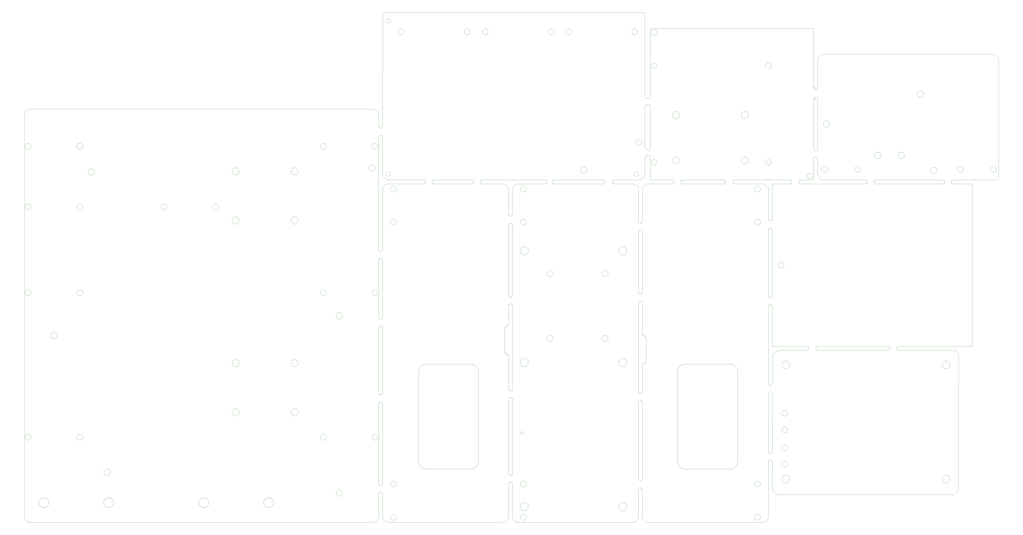
<source format=gko>
%MOIN*%
%OFA0B0*%
%FSLAX44Y44*%
%IPPOS*%
%LPD*%
%ADD10C,0*%
D10*
X00150751Y00051487D02*
X00150751Y00051487D01*
X00150754Y00051529D01*
X00150760Y00051571D01*
X00150769Y00051612D01*
X00150781Y00051653D01*
X00150796Y00051692D01*
X00150814Y00051731D01*
X00150834Y00051768D01*
X00150857Y00051803D01*
X00150882Y00051837D01*
X00150910Y00051869D01*
X00150939Y00051899D01*
X00150971Y00051926D01*
X00151005Y00051951D01*
X00151040Y00051974D01*
X00151077Y00051994D01*
X00151116Y00052012D01*
X00151155Y00052027D01*
X00151196Y00052039D01*
X00151237Y00052048D01*
X00151279Y00052054D01*
X00151321Y00052057D01*
X00151363Y00052057D01*
X00151405Y00052054D01*
X00151447Y00052048D01*
X00151488Y00052039D01*
X00151529Y00052027D01*
X00151568Y00052012D01*
X00151607Y00051994D01*
X00151644Y00051974D01*
X00151679Y00051951D01*
X00151713Y00051926D01*
X00151745Y00051899D01*
X00151775Y00051869D01*
X00151802Y00051837D01*
X00151827Y00051803D01*
X00151850Y00051768D01*
X00151870Y00051731D01*
X00151888Y00051692D01*
X00151903Y00051653D01*
X00151915Y00051612D01*
X00151924Y00051571D01*
X00151930Y00051529D01*
X00151933Y00051487D01*
X00151933Y00051445D01*
X00151930Y00051403D01*
X00151924Y00051361D01*
X00151915Y00051320D01*
X00151903Y00051279D01*
X00151888Y00051240D01*
X00151870Y00051202D01*
X00151850Y00051164D01*
X00151827Y00051129D01*
X00151802Y00051095D01*
X00151775Y00051063D01*
X00151745Y00051034D01*
X00151713Y00051006D01*
X00151679Y00050981D01*
X00151644Y00050958D01*
X00151607Y00050938D01*
X00151568Y00050920D01*
X00151529Y00050905D01*
X00151488Y00050893D01*
X00151447Y00050884D01*
X00151405Y00050878D01*
X00151363Y00050875D01*
X00151321Y00050875D01*
X00151279Y00050878D01*
X00151237Y00050884D01*
X00151196Y00050893D01*
X00151155Y00050905D01*
X00151116Y00050920D01*
X00151077Y00050938D01*
X00151040Y00050958D01*
X00151005Y00050981D01*
X00150971Y00051006D01*
X00150939Y00051034D01*
X00150910Y00051063D01*
X00150882Y00051095D01*
X00150857Y00051129D01*
X00150834Y00051164D01*
X00150814Y00051202D01*
X00150796Y00051240D01*
X00150781Y00051279D01*
X00150769Y00051320D01*
X00150760Y00051361D01*
X00150754Y00051403D01*
X00150751Y00051445D01*
X00150751Y00051487D01*
X00125433Y00098051D02*
X00125433Y00098051D01*
X00125435Y00098090D01*
X00125441Y00098129D01*
X00125449Y00098167D01*
X00125460Y00098205D01*
X00125474Y00098242D01*
X00125491Y00098278D01*
X00125509Y00098312D01*
X00125531Y00098346D01*
X00125554Y00098377D01*
X00125580Y00098407D01*
X00125608Y00098435D01*
X00125638Y00098460D01*
X00125669Y00098484D01*
X00125702Y00098505D01*
X00125737Y00098524D01*
X00125773Y00098541D01*
X00125810Y00098554D01*
X00125847Y00098565D01*
X00125886Y00098574D01*
X00125925Y00098579D01*
X00125964Y00098582D01*
X00126003Y00098582D01*
X00126043Y00098579D01*
X00126082Y00098574D01*
X00126120Y00098565D01*
X00126158Y00098554D01*
X00126195Y00098541D01*
X00126231Y00098524D01*
X00126265Y00098505D01*
X00126298Y00098484D01*
X00126330Y00098460D01*
X00126360Y00098435D01*
X00126387Y00098407D01*
X00126413Y00098377D01*
X00126437Y00098346D01*
X00126458Y00098312D01*
X00126477Y00098278D01*
X00126493Y00098242D01*
X00126507Y00098205D01*
X00126518Y00098167D01*
X00126527Y00098129D01*
X00126532Y00098090D01*
X00126535Y00098051D01*
X00126535Y00098011D01*
X00126532Y00097972D01*
X00126527Y00097933D01*
X00126518Y00097895D01*
X00126507Y00097857D01*
X00126493Y00097820D01*
X00126477Y00097784D01*
X00126458Y00097750D01*
X00126437Y00097716D01*
X00126413Y00097685D01*
X00126387Y00097655D01*
X00126360Y00097627D01*
X00126330Y00097602D01*
X00126298Y00097578D01*
X00126265Y00097557D01*
X00126231Y00097538D01*
X00126195Y00097521D01*
X00126158Y00097508D01*
X00126120Y00097497D01*
X00126082Y00097488D01*
X00126043Y00097483D01*
X00126003Y00097480D01*
X00125964Y00097480D01*
X00125925Y00097483D01*
X00125886Y00097488D01*
X00125847Y00097497D01*
X00125810Y00097508D01*
X00125773Y00097521D01*
X00125737Y00097538D01*
X00125702Y00097557D01*
X00125669Y00097578D01*
X00125638Y00097602D01*
X00125608Y00097627D01*
X00125580Y00097655D01*
X00125554Y00097685D01*
X00125531Y00097716D01*
X00125509Y00097750D01*
X00125491Y00097784D01*
X00125474Y00097820D01*
X00125460Y00097857D01*
X00125449Y00097895D01*
X00125441Y00097933D01*
X00125435Y00097972D01*
X00125433Y00098011D01*
X00125433Y00098051D01*
X00125433Y00072066D02*
X00125433Y00072066D01*
X00125435Y00072106D01*
X00125441Y00072145D01*
X00125449Y00072183D01*
X00125460Y00072221D01*
X00125474Y00072258D01*
X00125491Y00072294D01*
X00125509Y00072328D01*
X00125531Y00072361D01*
X00125554Y00072393D01*
X00125580Y00072423D01*
X00125608Y00072450D01*
X00125638Y00072476D01*
X00125669Y00072500D01*
X00125702Y00072521D01*
X00125737Y00072540D01*
X00125773Y00072556D01*
X00125810Y00072570D01*
X00125847Y00072581D01*
X00125886Y00072590D01*
X00125925Y00072595D01*
X00125964Y00072598D01*
X00126003Y00072598D01*
X00126043Y00072595D01*
X00126082Y00072590D01*
X00126120Y00072581D01*
X00126158Y00072570D01*
X00126195Y00072556D01*
X00126231Y00072540D01*
X00126265Y00072521D01*
X00126298Y00072500D01*
X00126330Y00072476D01*
X00126360Y00072450D01*
X00126387Y00072423D01*
X00126413Y00072393D01*
X00126437Y00072361D01*
X00126458Y00072328D01*
X00126477Y00072294D01*
X00126493Y00072258D01*
X00126507Y00072221D01*
X00126518Y00072183D01*
X00126527Y00072145D01*
X00126532Y00072106D01*
X00126535Y00072066D01*
X00126535Y00072027D01*
X00126532Y00071988D01*
X00126527Y00071949D01*
X00126518Y00071910D01*
X00126507Y00071873D01*
X00126493Y00071836D01*
X00126477Y00071800D01*
X00126458Y00071765D01*
X00126437Y00071732D01*
X00126413Y00071701D01*
X00126387Y00071671D01*
X00126360Y00071643D01*
X00126330Y00071617D01*
X00126298Y00071594D01*
X00126265Y00071572D01*
X00126231Y00071554D01*
X00126195Y00071537D01*
X00126158Y00071523D01*
X00126120Y00071512D01*
X00126082Y00071504D01*
X00126043Y00071498D01*
X00126003Y00071496D01*
X00125964Y00071496D01*
X00125925Y00071498D01*
X00125886Y00071504D01*
X00125847Y00071512D01*
X00125810Y00071523D01*
X00125773Y00071537D01*
X00125737Y00071554D01*
X00125702Y00071572D01*
X00125669Y00071594D01*
X00125638Y00071617D01*
X00125608Y00071643D01*
X00125580Y00071671D01*
X00125554Y00071701D01*
X00125531Y00071732D01*
X00125509Y00071765D01*
X00125491Y00071800D01*
X00125474Y00071836D01*
X00125460Y00071873D01*
X00125449Y00071910D01*
X00125441Y00071949D01*
X00125435Y00071988D01*
X00125433Y00072027D01*
X00125433Y00072066D01*
X00125433Y00091358D02*
X00125433Y00091358D01*
X00125435Y00091397D01*
X00125441Y00091436D01*
X00125449Y00091474D01*
X00125460Y00091512D01*
X00125474Y00091549D01*
X00125491Y00091585D01*
X00125509Y00091619D01*
X00125531Y00091653D01*
X00125554Y00091684D01*
X00125580Y00091714D01*
X00125608Y00091742D01*
X00125638Y00091768D01*
X00125669Y00091791D01*
X00125702Y00091812D01*
X00125737Y00091831D01*
X00125773Y00091848D01*
X00125810Y00091861D01*
X00125847Y00091872D01*
X00125886Y00091881D01*
X00125925Y00091886D01*
X00125964Y00091889D01*
X00126003Y00091889D01*
X00126043Y00091886D01*
X00126082Y00091881D01*
X00126120Y00091872D01*
X00126158Y00091861D01*
X00126195Y00091848D01*
X00126231Y00091831D01*
X00126265Y00091812D01*
X00126298Y00091791D01*
X00126330Y00091768D01*
X00126360Y00091742D01*
X00126387Y00091714D01*
X00126413Y00091684D01*
X00126437Y00091653D01*
X00126458Y00091619D01*
X00126477Y00091585D01*
X00126493Y00091549D01*
X00126507Y00091512D01*
X00126518Y00091474D01*
X00126527Y00091436D01*
X00126532Y00091397D01*
X00126535Y00091358D01*
X00126535Y00091318D01*
X00126532Y00091279D01*
X00126527Y00091240D01*
X00126518Y00091202D01*
X00126507Y00091164D01*
X00126493Y00091127D01*
X00126477Y00091091D01*
X00126458Y00091057D01*
X00126437Y00091024D01*
X00126413Y00090992D01*
X00126387Y00090962D01*
X00126360Y00090934D01*
X00126330Y00090909D01*
X00126298Y00090885D01*
X00126265Y00090864D01*
X00126231Y00090845D01*
X00126195Y00090829D01*
X00126158Y00090815D01*
X00126120Y00090804D01*
X00126082Y00090795D01*
X00126043Y00090790D01*
X00126003Y00090787D01*
X00125964Y00090787D01*
X00125925Y00090790D01*
X00125886Y00090795D01*
X00125847Y00090804D01*
X00125810Y00090815D01*
X00125773Y00090829D01*
X00125737Y00090845D01*
X00125702Y00090864D01*
X00125669Y00090885D01*
X00125638Y00090909D01*
X00125608Y00090934D01*
X00125580Y00090962D01*
X00125554Y00090992D01*
X00125531Y00091024D01*
X00125509Y00091057D01*
X00125491Y00091091D01*
X00125474Y00091127D01*
X00125460Y00091164D01*
X00125449Y00091202D01*
X00125441Y00091240D01*
X00125435Y00091279D01*
X00125433Y00091318D01*
X00125433Y00091358D01*
X00129606Y00081519D02*
X00129606Y00081519D01*
X00129609Y00081565D01*
X00129615Y00081611D01*
X00129624Y00081657D01*
X00129636Y00081701D01*
X00129651Y00081745D01*
X00129669Y00081788D01*
X00129689Y00081830D01*
X00129712Y00081870D01*
X00129738Y00081909D01*
X00129766Y00081945D01*
X00129797Y00081980D01*
X00129830Y00082013D01*
X00129865Y00082044D01*
X00129901Y00082072D01*
X00129940Y00082098D01*
X00129980Y00082121D01*
X00130022Y00082141D01*
X00130065Y00082159D01*
X00130109Y00082174D01*
X00130153Y00082186D01*
X00130199Y00082195D01*
X00130245Y00082201D01*
X00130291Y00082204D01*
X00130338Y00082204D01*
X00130384Y00082201D01*
X00130430Y00082195D01*
X00130475Y00082186D01*
X00130520Y00082174D01*
X00130564Y00082159D01*
X00130607Y00082141D01*
X00130649Y00082121D01*
X00130689Y00082098D01*
X00130727Y00082072D01*
X00130764Y00082044D01*
X00130799Y00082013D01*
X00130832Y00081980D01*
X00130863Y00081945D01*
X00130891Y00081909D01*
X00130917Y00081870D01*
X00130940Y00081830D01*
X00130960Y00081788D01*
X00130978Y00081745D01*
X00130993Y00081701D01*
X00131005Y00081657D01*
X00131014Y00081611D01*
X00131020Y00081565D01*
X00131023Y00081519D01*
X00131023Y00081472D01*
X00131020Y00081426D01*
X00131014Y00081380D01*
X00131005Y00081335D01*
X00130993Y00081290D01*
X00130978Y00081246D01*
X00130960Y00081203D01*
X00130940Y00081161D01*
X00130917Y00081121D01*
X00130891Y00081083D01*
X00130863Y00081046D01*
X00130832Y00081011D01*
X00130799Y00080978D01*
X00130764Y00080947D01*
X00130727Y00080919D01*
X00130689Y00080893D01*
X00130649Y00080870D01*
X00130607Y00080850D01*
X00130564Y00080832D01*
X00130520Y00080817D01*
X00130475Y00080805D01*
X00130430Y00080796D01*
X00130384Y00080790D01*
X00130338Y00080787D01*
X00130291Y00080787D01*
X00130245Y00080790D01*
X00130199Y00080796D01*
X00130153Y00080805D01*
X00130109Y00080817D01*
X00130065Y00080832D01*
X00130022Y00080850D01*
X00129980Y00080870D01*
X00129940Y00080893D01*
X00129901Y00080919D01*
X00129865Y00080947D01*
X00129830Y00080978D01*
X00129797Y00081011D01*
X00129766Y00081046D01*
X00129738Y00081083D01*
X00129712Y00081121D01*
X00129689Y00081161D01*
X00129669Y00081203D01*
X00129651Y00081246D01*
X00129636Y00081290D01*
X00129624Y00081335D01*
X00129615Y00081380D01*
X00129609Y00081426D01*
X00129606Y00081472D01*
X00129606Y00081519D01*
X00129606Y00072464D02*
X00129606Y00072464D01*
X00129609Y00072510D01*
X00129615Y00072556D01*
X00129624Y00072601D01*
X00129636Y00072646D01*
X00129651Y00072690D01*
X00129669Y00072733D01*
X00129689Y00072775D01*
X00129712Y00072815D01*
X00129738Y00072853D01*
X00129766Y00072890D01*
X00129797Y00072925D01*
X00129830Y00072958D01*
X00129865Y00072989D01*
X00129901Y00073017D01*
X00129940Y00073043D01*
X00129980Y00073066D01*
X00130022Y00073086D01*
X00130065Y00073104D01*
X00130109Y00073119D01*
X00130153Y00073131D01*
X00130199Y00073140D01*
X00130245Y00073146D01*
X00130291Y00073149D01*
X00130338Y00073149D01*
X00130384Y00073146D01*
X00130430Y00073140D01*
X00130475Y00073131D01*
X00130520Y00073119D01*
X00130564Y00073104D01*
X00130607Y00073086D01*
X00130649Y00073066D01*
X00130689Y00073043D01*
X00130727Y00073017D01*
X00130764Y00072989D01*
X00130799Y00072958D01*
X00130832Y00072925D01*
X00130863Y00072890D01*
X00130891Y00072853D01*
X00130917Y00072815D01*
X00130940Y00072775D01*
X00130960Y00072733D01*
X00130978Y00072690D01*
X00130993Y00072646D01*
X00131005Y00072601D01*
X00131014Y00072556D01*
X00131020Y00072510D01*
X00131023Y00072464D01*
X00131023Y00072417D01*
X00131020Y00072371D01*
X00131014Y00072325D01*
X00131005Y00072279D01*
X00130993Y00072235D01*
X00130978Y00072191D01*
X00130960Y00072148D01*
X00130940Y00072106D01*
X00130917Y00072066D01*
X00130891Y00072027D01*
X00130863Y00071991D01*
X00130832Y00071956D01*
X00130799Y00071923D01*
X00130764Y00071892D01*
X00130727Y00071864D01*
X00130689Y00071838D01*
X00130649Y00071815D01*
X00130607Y00071795D01*
X00130564Y00071777D01*
X00130520Y00071762D01*
X00130475Y00071750D01*
X00130430Y00071741D01*
X00130384Y00071735D01*
X00130338Y00071732D01*
X00130291Y00071732D01*
X00130245Y00071735D01*
X00130199Y00071741D01*
X00130153Y00071750D01*
X00130109Y00071762D01*
X00130065Y00071777D01*
X00130022Y00071795D01*
X00129980Y00071815D01*
X00129940Y00071838D01*
X00129901Y00071864D01*
X00129865Y00071892D01*
X00129830Y00071923D01*
X00129797Y00071956D01*
X00129766Y00071991D01*
X00129738Y00072027D01*
X00129712Y00072066D01*
X00129689Y00072106D01*
X00129669Y00072148D01*
X00129651Y00072191D01*
X00129636Y00072235D01*
X00129624Y00072279D01*
X00129615Y00072325D01*
X00129609Y00072371D01*
X00129606Y00072417D01*
X00129606Y00072464D01*
X00143385Y00081519D02*
X00143385Y00081519D01*
X00143388Y00081565D01*
X00143394Y00081611D01*
X00143403Y00081657D01*
X00143415Y00081701D01*
X00143430Y00081745D01*
X00143448Y00081788D01*
X00143469Y00081830D01*
X00143492Y00081870D01*
X00143518Y00081909D01*
X00143546Y00081945D01*
X00143576Y00081980D01*
X00143609Y00082013D01*
X00143644Y00082044D01*
X00143681Y00082072D01*
X00143720Y00082098D01*
X00143760Y00082121D01*
X00143801Y00082141D01*
X00143844Y00082159D01*
X00143888Y00082174D01*
X00143933Y00082186D01*
X00143978Y00082195D01*
X00144025Y00082201D01*
X00144071Y00082204D01*
X00144117Y00082204D01*
X00144163Y00082201D01*
X00144209Y00082195D01*
X00144255Y00082186D01*
X00144300Y00082174D01*
X00144344Y00082159D01*
X00144387Y00082141D01*
X00144428Y00082121D01*
X00144468Y00082098D01*
X00144507Y00082072D01*
X00144544Y00082044D01*
X00144579Y00082013D01*
X00144612Y00081980D01*
X00144642Y00081945D01*
X00144670Y00081909D01*
X00144696Y00081870D01*
X00144719Y00081830D01*
X00144740Y00081788D01*
X00144758Y00081745D01*
X00144772Y00081701D01*
X00144784Y00081657D01*
X00144794Y00081611D01*
X00144800Y00081565D01*
X00144803Y00081519D01*
X00144803Y00081472D01*
X00144800Y00081426D01*
X00144794Y00081380D01*
X00144784Y00081335D01*
X00144772Y00081290D01*
X00144758Y00081246D01*
X00144740Y00081203D01*
X00144719Y00081161D01*
X00144696Y00081121D01*
X00144670Y00081083D01*
X00144642Y00081046D01*
X00144612Y00081011D01*
X00144579Y00080978D01*
X00144544Y00080947D01*
X00144507Y00080919D01*
X00144468Y00080893D01*
X00144428Y00080870D01*
X00144387Y00080850D01*
X00144344Y00080832D01*
X00144300Y00080817D01*
X00144255Y00080805D01*
X00144209Y00080796D01*
X00144163Y00080790D01*
X00144117Y00080787D01*
X00144071Y00080787D01*
X00144025Y00080790D01*
X00143978Y00080796D01*
X00143933Y00080805D01*
X00143888Y00080817D01*
X00143844Y00080832D01*
X00143801Y00080850D01*
X00143760Y00080870D01*
X00143720Y00080893D01*
X00143681Y00080919D01*
X00143644Y00080947D01*
X00143609Y00080978D01*
X00143576Y00081011D01*
X00143546Y00081046D01*
X00143518Y00081083D01*
X00143492Y00081121D01*
X00143469Y00081161D01*
X00143448Y00081203D01*
X00143430Y00081246D01*
X00143415Y00081290D01*
X00143403Y00081335D01*
X00143394Y00081380D01*
X00143388Y00081426D01*
X00143385Y00081472D01*
X00143385Y00081519D01*
X00143385Y00072464D02*
X00143385Y00072464D01*
X00143388Y00072510D01*
X00143394Y00072556D01*
X00143403Y00072601D01*
X00143415Y00072646D01*
X00143430Y00072690D01*
X00143448Y00072733D01*
X00143469Y00072775D01*
X00143492Y00072815D01*
X00143518Y00072853D01*
X00143546Y00072890D01*
X00143576Y00072925D01*
X00143609Y00072958D01*
X00143644Y00072989D01*
X00143681Y00073017D01*
X00143720Y00073043D01*
X00143760Y00073066D01*
X00143801Y00073086D01*
X00143844Y00073104D01*
X00143888Y00073119D01*
X00143933Y00073131D01*
X00143978Y00073140D01*
X00144025Y00073146D01*
X00144071Y00073149D01*
X00144117Y00073149D01*
X00144163Y00073146D01*
X00144209Y00073140D01*
X00144255Y00073131D01*
X00144300Y00073119D01*
X00144344Y00073104D01*
X00144387Y00073086D01*
X00144428Y00073066D01*
X00144468Y00073043D01*
X00144507Y00073017D01*
X00144544Y00072989D01*
X00144579Y00072958D01*
X00144612Y00072925D01*
X00144642Y00072890D01*
X00144670Y00072853D01*
X00144696Y00072815D01*
X00144719Y00072775D01*
X00144740Y00072733D01*
X00144758Y00072690D01*
X00144772Y00072646D01*
X00144784Y00072601D01*
X00144794Y00072556D01*
X00144800Y00072510D01*
X00144803Y00072464D01*
X00144803Y00072417D01*
X00144800Y00072371D01*
X00144794Y00072325D01*
X00144784Y00072279D01*
X00144772Y00072235D01*
X00144758Y00072191D01*
X00144740Y00072148D01*
X00144719Y00072106D01*
X00144696Y00072066D01*
X00144670Y00072027D01*
X00144642Y00071991D01*
X00144612Y00071956D01*
X00144579Y00071923D01*
X00144544Y00071892D01*
X00144507Y00071864D01*
X00144468Y00071838D01*
X00144428Y00071815D01*
X00144387Y00071795D01*
X00144344Y00071777D01*
X00144300Y00071762D01*
X00144255Y00071750D01*
X00144209Y00071741D01*
X00144163Y00071735D01*
X00144117Y00071732D01*
X00144071Y00071732D01*
X00144025Y00071735D01*
X00143978Y00071741D01*
X00143933Y00071750D01*
X00143888Y00071762D01*
X00143844Y00071777D01*
X00143801Y00071795D01*
X00143760Y00071815D01*
X00143720Y00071838D01*
X00143681Y00071864D01*
X00143644Y00071892D01*
X00143609Y00071923D01*
X00143576Y00071956D01*
X00143546Y00071991D01*
X00143518Y00072027D01*
X00143492Y00072066D01*
X00143469Y00072106D01*
X00143448Y00072148D01*
X00143430Y00072191D01*
X00143415Y00072235D01*
X00143403Y00072279D01*
X00143394Y00072325D01*
X00143388Y00072371D01*
X00143385Y00072417D01*
X00143385Y00072464D01*
X00148267Y00072066D02*
X00148267Y00072066D01*
X00148270Y00072106D01*
X00148276Y00072145D01*
X00148284Y00072183D01*
X00148295Y00072221D01*
X00148309Y00072258D01*
X00148325Y00072294D01*
X00148344Y00072328D01*
X00148365Y00072361D01*
X00148389Y00072393D01*
X00148415Y00072423D01*
X00148443Y00072450D01*
X00148472Y00072476D01*
X00148504Y00072500D01*
X00148537Y00072521D01*
X00148572Y00072540D01*
X00148607Y00072556D01*
X00148644Y00072570D01*
X00148682Y00072581D01*
X00148720Y00072590D01*
X00148759Y00072595D01*
X00148799Y00072598D01*
X00148838Y00072598D01*
X00148877Y00072595D01*
X00148916Y00072590D01*
X00148955Y00072581D01*
X00148993Y00072570D01*
X00149029Y00072556D01*
X00149065Y00072540D01*
X00149100Y00072521D01*
X00149133Y00072500D01*
X00149164Y00072476D01*
X00149194Y00072450D01*
X00149222Y00072423D01*
X00149248Y00072393D01*
X00149271Y00072361D01*
X00149293Y00072328D01*
X00149312Y00072294D01*
X00149328Y00072258D01*
X00149342Y00072221D01*
X00149353Y00072183D01*
X00149361Y00072145D01*
X00149367Y00072106D01*
X00149370Y00072066D01*
X00149370Y00072027D01*
X00149367Y00071988D01*
X00149361Y00071949D01*
X00149353Y00071910D01*
X00149342Y00071873D01*
X00149328Y00071836D01*
X00149312Y00071800D01*
X00149293Y00071765D01*
X00149271Y00071732D01*
X00149248Y00071701D01*
X00149222Y00071671D01*
X00149194Y00071643D01*
X00149164Y00071617D01*
X00149133Y00071594D01*
X00149100Y00071572D01*
X00149065Y00071554D01*
X00149029Y00071537D01*
X00148993Y00071523D01*
X00148955Y00071512D01*
X00148916Y00071504D01*
X00148877Y00071498D01*
X00148838Y00071496D01*
X00148799Y00071496D01*
X00148759Y00071498D01*
X00148720Y00071504D01*
X00148682Y00071512D01*
X00148644Y00071523D01*
X00148607Y00071537D01*
X00148572Y00071554D01*
X00148537Y00071572D01*
X00148504Y00071594D01*
X00148472Y00071617D01*
X00148443Y00071643D01*
X00148415Y00071671D01*
X00148389Y00071701D01*
X00148365Y00071732D01*
X00148344Y00071765D01*
X00148325Y00071800D01*
X00148309Y00071836D01*
X00148295Y00071873D01*
X00148284Y00071910D01*
X00148276Y00071949D01*
X00148270Y00071988D01*
X00148267Y00072027D01*
X00148267Y00072066D01*
X00148267Y00091358D02*
X00148267Y00091358D01*
X00148270Y00091397D01*
X00148276Y00091436D01*
X00148284Y00091474D01*
X00148295Y00091512D01*
X00148309Y00091549D01*
X00148325Y00091585D01*
X00148344Y00091619D01*
X00148365Y00091653D01*
X00148389Y00091684D01*
X00148415Y00091714D01*
X00148443Y00091742D01*
X00148472Y00091768D01*
X00148504Y00091791D01*
X00148537Y00091812D01*
X00148572Y00091831D01*
X00148607Y00091848D01*
X00148644Y00091861D01*
X00148682Y00091872D01*
X00148720Y00091881D01*
X00148759Y00091886D01*
X00148799Y00091889D01*
X00148838Y00091889D01*
X00148877Y00091886D01*
X00148916Y00091881D01*
X00148955Y00091872D01*
X00148993Y00091861D01*
X00149029Y00091848D01*
X00149065Y00091831D01*
X00149100Y00091812D01*
X00149133Y00091791D01*
X00149164Y00091768D01*
X00149194Y00091742D01*
X00149222Y00091714D01*
X00149248Y00091684D01*
X00149271Y00091653D01*
X00149293Y00091619D01*
X00149312Y00091585D01*
X00149328Y00091549D01*
X00149342Y00091512D01*
X00149353Y00091474D01*
X00149361Y00091436D01*
X00149367Y00091397D01*
X00149370Y00091358D01*
X00149370Y00091318D01*
X00149367Y00091279D01*
X00149361Y00091240D01*
X00149353Y00091202D01*
X00149342Y00091164D01*
X00149328Y00091127D01*
X00149312Y00091091D01*
X00149293Y00091057D01*
X00149271Y00091024D01*
X00149248Y00090992D01*
X00149222Y00090962D01*
X00149194Y00090934D01*
X00149164Y00090909D01*
X00149133Y00090885D01*
X00149100Y00090864D01*
X00149065Y00090845D01*
X00149029Y00090829D01*
X00148993Y00090815D01*
X00148955Y00090804D01*
X00148916Y00090795D01*
X00148877Y00090790D01*
X00148838Y00090787D01*
X00148799Y00090787D01*
X00148759Y00090790D01*
X00148720Y00090795D01*
X00148682Y00090804D01*
X00148644Y00090815D01*
X00148607Y00090829D01*
X00148572Y00090845D01*
X00148537Y00090864D01*
X00148504Y00090885D01*
X00148472Y00090909D01*
X00148443Y00090934D01*
X00148415Y00090962D01*
X00148389Y00090992D01*
X00148365Y00091024D01*
X00148344Y00091057D01*
X00148325Y00091091D01*
X00148309Y00091127D01*
X00148295Y00091164D01*
X00148284Y00091202D01*
X00148276Y00091240D01*
X00148270Y00091279D01*
X00148267Y00091318D01*
X00148267Y00091358D01*
X00156535Y00069311D02*
X00156535Y00069311D01*
X00156538Y00069350D01*
X00156543Y00069389D01*
X00156552Y00069427D01*
X00156563Y00069465D01*
X00156577Y00069502D01*
X00156593Y00069538D01*
X00156612Y00069572D01*
X00156633Y00069605D01*
X00156657Y00069637D01*
X00156682Y00069667D01*
X00156710Y00069694D01*
X00156740Y00069720D01*
X00156772Y00069744D01*
X00156805Y00069765D01*
X00156839Y00069784D01*
X00156875Y00069800D01*
X00156912Y00069814D01*
X00156950Y00069825D01*
X00156988Y00069834D01*
X00157027Y00069839D01*
X00157066Y00069842D01*
X00157106Y00069842D01*
X00157145Y00069839D01*
X00157184Y00069834D01*
X00157223Y00069825D01*
X00157260Y00069814D01*
X00157297Y00069800D01*
X00157333Y00069784D01*
X00157368Y00069765D01*
X00157401Y00069744D01*
X00157432Y00069720D01*
X00157462Y00069694D01*
X00157490Y00069667D01*
X00157516Y00069637D01*
X00157539Y00069605D01*
X00157560Y00069572D01*
X00157579Y00069538D01*
X00157596Y00069502D01*
X00157609Y00069465D01*
X00157621Y00069427D01*
X00157629Y00069389D01*
X00157634Y00069350D01*
X00157637Y00069311D01*
X00157637Y00069271D01*
X00157634Y00069232D01*
X00157629Y00069193D01*
X00157621Y00069154D01*
X00157609Y00069117D01*
X00157596Y00069080D01*
X00157579Y00069044D01*
X00157560Y00069009D01*
X00157539Y00068976D01*
X00157516Y00068945D01*
X00157490Y00068915D01*
X00157462Y00068887D01*
X00157432Y00068861D01*
X00157401Y00068838D01*
X00157368Y00068817D01*
X00157333Y00068798D01*
X00157297Y00068781D01*
X00157260Y00068768D01*
X00157223Y00068756D01*
X00157184Y00068748D01*
X00157145Y00068742D01*
X00157106Y00068740D01*
X00157066Y00068740D01*
X00157027Y00068742D01*
X00156988Y00068748D01*
X00156950Y00068756D01*
X00156912Y00068768D01*
X00156875Y00068781D01*
X00156839Y00068798D01*
X00156805Y00068817D01*
X00156772Y00068838D01*
X00156740Y00068861D01*
X00156710Y00068887D01*
X00156682Y00068915D01*
X00156657Y00068945D01*
X00156633Y00068976D01*
X00156612Y00069009D01*
X00156593Y00069044D01*
X00156577Y00069080D01*
X00156563Y00069117D01*
X00156552Y00069154D01*
X00156543Y00069193D01*
X00156538Y00069232D01*
X00156535Y00069271D01*
X00156535Y00069311D01*
X00072817Y00069242D02*
X00072817Y00069242D01*
X00072782Y00069244D01*
X00072748Y00069250D01*
X00072714Y00069258D01*
X00072681Y00069269D01*
X00072649Y00069282D01*
X00072618Y00069298D01*
X00072588Y00069316D01*
X00072560Y00069336D01*
X00072533Y00069359D01*
X00072509Y00069384D01*
X00072486Y00069410D01*
X00072466Y00069438D01*
X00072447Y00069468D01*
X00072432Y00069499D01*
X00072418Y00069531D01*
X00072408Y00069564D01*
X00072399Y00069598D01*
X00072394Y00069632D01*
X00072391Y00069667D01*
X00072391Y00069702D01*
X00072394Y00069737D01*
X00072399Y00069771D01*
X00072408Y00069805D01*
X00072418Y00069838D01*
X00072432Y00069870D01*
X00072447Y00069901D01*
X00072466Y00069931D01*
X00072486Y00069959D01*
X00072509Y00069985D01*
X00072533Y00070010D01*
X00072560Y00070033D01*
X00072588Y00070053D01*
X00072618Y00070071D01*
X00072649Y00070087D01*
X00072681Y00070100D01*
X00072714Y00070111D01*
X00072748Y00070119D01*
X00072782Y00070125D01*
X00072817Y00070127D01*
X00072852Y00070127D01*
X00072886Y00070125D01*
X00072921Y00070119D01*
X00072954Y00070111D01*
X00072988Y00070100D01*
X00073020Y00070087D01*
X00073051Y00070071D01*
X00073080Y00070053D01*
X00073109Y00070033D01*
X00073135Y00070010D01*
X00073160Y00069985D01*
X00073182Y00069959D01*
X00073203Y00069931D01*
X00073221Y00069901D01*
X00073237Y00069870D01*
X00073250Y00069838D01*
X00073261Y00069805D01*
X00073269Y00069771D01*
X00073274Y00069737D01*
X00073277Y00069702D01*
X00073277Y00069667D01*
X00073274Y00069632D01*
X00073269Y00069598D01*
X00073261Y00069564D01*
X00073250Y00069531D01*
X00073237Y00069499D01*
X00073221Y00069468D01*
X00073203Y00069438D01*
X00073182Y00069410D01*
X00073160Y00069384D01*
X00073135Y00069359D01*
X00073109Y00069336D01*
X00073080Y00069316D01*
X00073051Y00069298D01*
X00073020Y00069282D01*
X00072988Y00069269D01*
X00072954Y00069258D01*
X00072921Y00069250D01*
X00072886Y00069244D01*
X00072852Y00069242D01*
X00072817Y00069242D01*
X00122423Y00069242D02*
X00122423Y00069242D01*
X00122388Y00069244D01*
X00122354Y00069250D01*
X00122320Y00069258D01*
X00122287Y00069269D01*
X00122255Y00069282D01*
X00122224Y00069298D01*
X00122194Y00069316D01*
X00122166Y00069336D01*
X00122140Y00069359D01*
X00122115Y00069384D01*
X00122092Y00069410D01*
X00122072Y00069438D01*
X00122054Y00069468D01*
X00122038Y00069499D01*
X00122025Y00069531D01*
X00122014Y00069564D01*
X00122006Y00069598D01*
X00122000Y00069632D01*
X00121998Y00069667D01*
X00121998Y00069702D01*
X00122000Y00069737D01*
X00122006Y00069771D01*
X00122014Y00069805D01*
X00122025Y00069838D01*
X00122038Y00069870D01*
X00122054Y00069901D01*
X00122072Y00069931D01*
X00122092Y00069959D01*
X00122115Y00069985D01*
X00122140Y00070010D01*
X00122166Y00070033D01*
X00122194Y00070053D01*
X00122224Y00070071D01*
X00122255Y00070087D01*
X00122287Y00070100D01*
X00122320Y00070111D01*
X00122354Y00070119D01*
X00122388Y00070125D01*
X00122423Y00070127D01*
X00122458Y00070127D01*
X00122493Y00070125D01*
X00122527Y00070119D01*
X00122561Y00070111D01*
X00122594Y00070100D01*
X00122626Y00070087D01*
X00122657Y00070071D01*
X00122687Y00070053D01*
X00122715Y00070033D01*
X00122741Y00070010D01*
X00122766Y00069985D01*
X00122789Y00069959D01*
X00122809Y00069931D01*
X00122827Y00069901D01*
X00122843Y00069870D01*
X00122856Y00069838D01*
X00122867Y00069805D01*
X00122875Y00069771D01*
X00122881Y00069737D01*
X00122883Y00069702D01*
X00122883Y00069667D01*
X00122881Y00069632D01*
X00122875Y00069598D01*
X00122867Y00069564D01*
X00122856Y00069531D01*
X00122843Y00069499D01*
X00122827Y00069468D01*
X00122809Y00069438D01*
X00122789Y00069410D01*
X00122766Y00069384D01*
X00122741Y00069359D01*
X00122715Y00069336D01*
X00122687Y00069316D01*
X00122657Y00069298D01*
X00122626Y00069282D01*
X00122594Y00069269D01*
X00122561Y00069258D01*
X00122527Y00069250D01*
X00122493Y00069244D01*
X00122458Y00069242D01*
X00122423Y00069242D01*
X00111844Y00069863D02*
X00111844Y00069863D01*
X00111802Y00069866D01*
X00111760Y00069872D01*
X00111718Y00069880D01*
X00111677Y00069891D01*
X00111637Y00069905D01*
X00111597Y00069921D01*
X00111559Y00069940D01*
X00111522Y00069961D01*
X00111487Y00069985D01*
X00111453Y00070011D01*
X00111421Y00070039D01*
X00111391Y00070069D01*
X00111363Y00070101D01*
X00111337Y00070134D01*
X00111313Y00070170D01*
X00111292Y00070207D01*
X00111273Y00070245D01*
X00111257Y00070284D01*
X00111243Y00070325D01*
X00111232Y00070366D01*
X00111224Y00070407D01*
X00111218Y00070450D01*
X00111216Y00070492D01*
X00111216Y00070535D01*
X00111218Y00070577D01*
X00111224Y00070619D01*
X00111232Y00070661D01*
X00111243Y00070702D01*
X00111257Y00070742D01*
X00111273Y00070782D01*
X00111292Y00070820D01*
X00111313Y00070857D01*
X00111337Y00070892D01*
X00111363Y00070926D01*
X00111391Y00070958D01*
X00111421Y00070988D01*
X00111453Y00071016D01*
X00111487Y00071042D01*
X00111522Y00071066D01*
X00111559Y00071087D01*
X00111597Y00071106D01*
X00111637Y00071122D01*
X00111677Y00071136D01*
X00111718Y00071147D01*
X00111760Y00071155D01*
X00111802Y00071160D01*
X00111844Y00071163D01*
X00111887Y00071163D01*
X00111929Y00071160D01*
X00111972Y00071155D01*
X00112013Y00071147D01*
X00112054Y00071136D01*
X00112095Y00071122D01*
X00112134Y00071106D01*
X00112172Y00071087D01*
X00112209Y00071066D01*
X00112244Y00071042D01*
X00112278Y00071016D01*
X00112310Y00070988D01*
X00112340Y00070958D01*
X00112368Y00070926D01*
X00112394Y00070892D01*
X00112418Y00070857D01*
X00112439Y00070820D01*
X00112458Y00070782D01*
X00112474Y00070742D01*
X00112488Y00070702D01*
X00112499Y00070661D01*
X00112507Y00070619D01*
X00112513Y00070577D01*
X00112516Y00070535D01*
X00112516Y00070492D01*
X00112513Y00070450D01*
X00112507Y00070407D01*
X00112499Y00070366D01*
X00112488Y00070325D01*
X00112474Y00070284D01*
X00112458Y00070245D01*
X00112439Y00070207D01*
X00112418Y00070170D01*
X00112394Y00070134D01*
X00112368Y00070101D01*
X00112340Y00070069D01*
X00112310Y00070039D01*
X00112278Y00070011D01*
X00112244Y00069985D01*
X00112209Y00069961D01*
X00112172Y00069940D01*
X00112134Y00069921D01*
X00112095Y00069905D01*
X00112054Y00069891D01*
X00112013Y00069880D01*
X00111972Y00069872D01*
X00111929Y00069866D01*
X00111887Y00069863D01*
X00111844Y00069863D01*
X00122892Y00075472D02*
X00122892Y00075472D01*
X00122850Y00075475D01*
X00122808Y00075481D01*
X00122767Y00075490D01*
X00122726Y00075502D01*
X00122687Y00075517D01*
X00122648Y00075534D01*
X00122611Y00075554D01*
X00122576Y00075577D01*
X00122542Y00075602D01*
X00122510Y00075630D01*
X00122480Y00075660D01*
X00122453Y00075692D01*
X00122427Y00075725D01*
X00122405Y00075761D01*
X00122384Y00075798D01*
X00122367Y00075836D01*
X00122352Y00075876D01*
X00122340Y00075916D01*
X00122331Y00075958D01*
X00122325Y00075999D01*
X00122322Y00076041D01*
X00122322Y00076084D01*
X00122325Y00076126D01*
X00122331Y00076167D01*
X00122340Y00076209D01*
X00122352Y00076249D01*
X00122367Y00076289D01*
X00122384Y00076327D01*
X00122405Y00076364D01*
X00122427Y00076399D01*
X00122453Y00076433D01*
X00122480Y00076465D01*
X00122510Y00076495D01*
X00122542Y00076523D01*
X00122576Y00076548D01*
X00122611Y00076571D01*
X00122648Y00076591D01*
X00122687Y00076608D01*
X00122726Y00076623D01*
X00122767Y00076635D01*
X00122808Y00076644D01*
X00122850Y00076650D01*
X00122892Y00076653D01*
X00122934Y00076653D01*
X00122976Y00076650D01*
X00123018Y00076644D01*
X00123059Y00076635D01*
X00123099Y00076623D01*
X00123139Y00076608D01*
X00123177Y00076591D01*
X00123214Y00076571D01*
X00123250Y00076548D01*
X00123284Y00076523D01*
X00123316Y00076495D01*
X00123345Y00076465D01*
X00123373Y00076433D01*
X00123398Y00076399D01*
X00123421Y00076364D01*
X00123441Y00076327D01*
X00123459Y00076289D01*
X00123474Y00076249D01*
X00123485Y00076209D01*
X00123494Y00076167D01*
X00123500Y00076126D01*
X00123503Y00076084D01*
X00123503Y00076041D01*
X00123500Y00075999D01*
X00123494Y00075958D01*
X00123485Y00075916D01*
X00123474Y00075876D01*
X00123459Y00075836D01*
X00123441Y00075798D01*
X00123421Y00075761D01*
X00123398Y00075725D01*
X00123373Y00075692D01*
X00123345Y00075660D01*
X00123316Y00075630D01*
X00123284Y00075602D01*
X00123250Y00075577D01*
X00123214Y00075554D01*
X00123177Y00075534D01*
X00123139Y00075517D01*
X00123099Y00075502D01*
X00123059Y00075490D01*
X00123018Y00075481D01*
X00122976Y00075475D01*
X00122934Y00075472D01*
X00122892Y00075472D01*
X00122069Y00097594D02*
X00122069Y00097594D01*
X00122027Y00097597D01*
X00121985Y00097603D01*
X00121944Y00097612D01*
X00121903Y00097624D01*
X00121864Y00097639D01*
X00121826Y00097656D01*
X00121789Y00097676D01*
X00121753Y00097699D01*
X00121719Y00097724D01*
X00121687Y00097752D01*
X00121658Y00097782D01*
X00121630Y00097814D01*
X00121605Y00097848D01*
X00121582Y00097883D01*
X00121562Y00097920D01*
X00121544Y00097958D01*
X00121529Y00097998D01*
X00121517Y00098038D01*
X00121509Y00098080D01*
X00121502Y00098121D01*
X00121500Y00098163D01*
X00121500Y00098206D01*
X00121502Y00098248D01*
X00121509Y00098289D01*
X00121517Y00098331D01*
X00121529Y00098371D01*
X00121544Y00098411D01*
X00121562Y00098449D01*
X00121582Y00098486D01*
X00121605Y00098522D01*
X00121630Y00098555D01*
X00121658Y00098587D01*
X00121687Y00098617D01*
X00121719Y00098645D01*
X00121753Y00098670D01*
X00121789Y00098693D01*
X00121826Y00098713D01*
X00121864Y00098730D01*
X00121903Y00098745D01*
X00121944Y00098757D01*
X00121985Y00098766D01*
X00122027Y00098772D01*
X00122069Y00098775D01*
X00122111Y00098775D01*
X00122153Y00098772D01*
X00122195Y00098766D01*
X00122236Y00098757D01*
X00122277Y00098745D01*
X00122316Y00098730D01*
X00122355Y00098713D01*
X00122392Y00098693D01*
X00122427Y00098670D01*
X00122461Y00098645D01*
X00122493Y00098617D01*
X00122523Y00098587D01*
X00122550Y00098555D01*
X00122575Y00098522D01*
X00122598Y00098486D01*
X00122618Y00098449D01*
X00122636Y00098411D01*
X00122651Y00098371D01*
X00122663Y00098331D01*
X00122672Y00098289D01*
X00122678Y00098248D01*
X00122681Y00098206D01*
X00122681Y00098163D01*
X00122678Y00098121D01*
X00122672Y00098080D01*
X00122663Y00098038D01*
X00122651Y00097998D01*
X00122636Y00097958D01*
X00122618Y00097920D01*
X00122598Y00097883D01*
X00122575Y00097848D01*
X00122550Y00097814D01*
X00122523Y00097782D01*
X00122493Y00097752D01*
X00122461Y00097724D01*
X00122427Y00097699D01*
X00122392Y00097676D01*
X00122355Y00097656D01*
X00122316Y00097639D01*
X00122277Y00097624D01*
X00122236Y00097612D01*
X00122195Y00097603D01*
X00122153Y00097597D01*
X00122111Y00097594D01*
X00122069Y00097594D01*
X00108841Y00097594D02*
X00108841Y00097594D01*
X00108799Y00097597D01*
X00108757Y00097603D01*
X00108716Y00097612D01*
X00108675Y00097624D01*
X00108636Y00097639D01*
X00108597Y00097656D01*
X00108560Y00097676D01*
X00108525Y00097699D01*
X00108491Y00097724D01*
X00108459Y00097752D01*
X00108429Y00097782D01*
X00108402Y00097814D01*
X00108376Y00097848D01*
X00108354Y00097883D01*
X00108333Y00097920D01*
X00108316Y00097958D01*
X00108301Y00097998D01*
X00108289Y00098038D01*
X00108280Y00098080D01*
X00108274Y00098121D01*
X00108271Y00098163D01*
X00108271Y00098206D01*
X00108274Y00098248D01*
X00108280Y00098289D01*
X00108289Y00098331D01*
X00108301Y00098371D01*
X00108316Y00098411D01*
X00108333Y00098449D01*
X00108354Y00098486D01*
X00108376Y00098522D01*
X00108402Y00098555D01*
X00108429Y00098587D01*
X00108459Y00098617D01*
X00108491Y00098645D01*
X00108525Y00098670D01*
X00108560Y00098693D01*
X00108597Y00098713D01*
X00108636Y00098730D01*
X00108675Y00098745D01*
X00108716Y00098757D01*
X00108757Y00098766D01*
X00108799Y00098772D01*
X00108841Y00098775D01*
X00108883Y00098775D01*
X00108925Y00098772D01*
X00108967Y00098766D01*
X00109008Y00098757D01*
X00109048Y00098745D01*
X00109088Y00098730D01*
X00109126Y00098713D01*
X00109163Y00098693D01*
X00109199Y00098670D01*
X00109232Y00098645D01*
X00109264Y00098617D01*
X00109294Y00098587D01*
X00109322Y00098555D01*
X00109347Y00098522D01*
X00109370Y00098486D01*
X00109390Y00098449D01*
X00109408Y00098411D01*
X00109422Y00098371D01*
X00109434Y00098331D01*
X00109443Y00098289D01*
X00109449Y00098248D01*
X00109452Y00098206D01*
X00109452Y00098163D01*
X00109449Y00098121D01*
X00109443Y00098080D01*
X00109434Y00098038D01*
X00109422Y00097998D01*
X00109408Y00097958D01*
X00109390Y00097920D01*
X00109370Y00097883D01*
X00109347Y00097848D01*
X00109322Y00097814D01*
X00109294Y00097782D01*
X00109264Y00097752D01*
X00109232Y00097724D01*
X00109199Y00097699D01*
X00109163Y00097676D01*
X00109126Y00097656D01*
X00109088Y00097639D01*
X00109048Y00097624D01*
X00109008Y00097612D01*
X00108967Y00097603D01*
X00108925Y00097597D01*
X00108883Y00097594D01*
X00108841Y00097594D01*
X00105364Y00097594D02*
X00105364Y00097594D01*
X00105322Y00097597D01*
X00105280Y00097603D01*
X00105239Y00097612D01*
X00105199Y00097624D01*
X00105159Y00097639D01*
X00105121Y00097656D01*
X00105084Y00097676D01*
X00105048Y00097699D01*
X00105015Y00097724D01*
X00104983Y00097752D01*
X00104953Y00097782D01*
X00104925Y00097814D01*
X00104900Y00097848D01*
X00104877Y00097883D01*
X00104857Y00097920D01*
X00104839Y00097958D01*
X00104825Y00097998D01*
X00104813Y00098038D01*
X00104804Y00098080D01*
X00104798Y00098121D01*
X00104795Y00098163D01*
X00104795Y00098206D01*
X00104798Y00098248D01*
X00104804Y00098289D01*
X00104813Y00098331D01*
X00104825Y00098371D01*
X00104839Y00098411D01*
X00104857Y00098449D01*
X00104877Y00098486D01*
X00104900Y00098522D01*
X00104925Y00098555D01*
X00104953Y00098587D01*
X00104983Y00098617D01*
X00105015Y00098645D01*
X00105048Y00098670D01*
X00105084Y00098693D01*
X00105121Y00098713D01*
X00105159Y00098730D01*
X00105199Y00098745D01*
X00105239Y00098757D01*
X00105280Y00098766D01*
X00105322Y00098772D01*
X00105364Y00098775D01*
X00105406Y00098775D01*
X00105448Y00098772D01*
X00105490Y00098766D01*
X00105531Y00098757D01*
X00105572Y00098745D01*
X00105611Y00098730D01*
X00105650Y00098713D01*
X00105687Y00098693D01*
X00105722Y00098670D01*
X00105756Y00098645D01*
X00105788Y00098617D01*
X00105818Y00098587D01*
X00105845Y00098555D01*
X00105871Y00098522D01*
X00105894Y00098486D01*
X00105914Y00098449D01*
X00105931Y00098411D01*
X00105946Y00098371D01*
X00105958Y00098331D01*
X00105967Y00098289D01*
X00105973Y00098248D01*
X00105976Y00098206D01*
X00105976Y00098163D01*
X00105973Y00098121D01*
X00105967Y00098080D01*
X00105958Y00098038D01*
X00105946Y00097998D01*
X00105931Y00097958D01*
X00105914Y00097920D01*
X00105894Y00097883D01*
X00105871Y00097848D01*
X00105845Y00097814D01*
X00105818Y00097782D01*
X00105788Y00097752D01*
X00105756Y00097724D01*
X00105722Y00097699D01*
X00105687Y00097676D01*
X00105650Y00097656D01*
X00105611Y00097639D01*
X00105572Y00097624D01*
X00105531Y00097612D01*
X00105490Y00097603D01*
X00105448Y00097597D01*
X00105406Y00097594D01*
X00105364Y00097594D01*
X00092136Y00097594D02*
X00092136Y00097594D01*
X00092094Y00097597D01*
X00092052Y00097603D01*
X00092011Y00097612D01*
X00091970Y00097624D01*
X00091931Y00097639D01*
X00091892Y00097656D01*
X00091855Y00097676D01*
X00091820Y00097699D01*
X00091786Y00097724D01*
X00091754Y00097752D01*
X00091724Y00097782D01*
X00091697Y00097814D01*
X00091672Y00097848D01*
X00091649Y00097883D01*
X00091629Y00097920D01*
X00091611Y00097958D01*
X00091596Y00097998D01*
X00091584Y00098038D01*
X00091575Y00098080D01*
X00091569Y00098121D01*
X00091566Y00098163D01*
X00091566Y00098206D01*
X00091569Y00098248D01*
X00091575Y00098289D01*
X00091584Y00098331D01*
X00091596Y00098371D01*
X00091611Y00098411D01*
X00091629Y00098449D01*
X00091649Y00098486D01*
X00091672Y00098522D01*
X00091697Y00098555D01*
X00091724Y00098587D01*
X00091754Y00098617D01*
X00091786Y00098645D01*
X00091820Y00098670D01*
X00091855Y00098693D01*
X00091892Y00098713D01*
X00091931Y00098730D01*
X00091970Y00098745D01*
X00092011Y00098757D01*
X00092052Y00098766D01*
X00092094Y00098772D01*
X00092136Y00098775D01*
X00092178Y00098775D01*
X00092220Y00098772D01*
X00092262Y00098766D01*
X00092303Y00098757D01*
X00092344Y00098745D01*
X00092383Y00098730D01*
X00092422Y00098713D01*
X00092459Y00098693D01*
X00092494Y00098670D01*
X00092528Y00098645D01*
X00092560Y00098617D01*
X00092589Y00098587D01*
X00092617Y00098555D01*
X00092642Y00098522D01*
X00092665Y00098486D01*
X00092685Y00098449D01*
X00092703Y00098411D01*
X00092718Y00098371D01*
X00092730Y00098331D01*
X00092739Y00098289D01*
X00092745Y00098248D01*
X00092748Y00098206D01*
X00092748Y00098163D01*
X00092745Y00098121D01*
X00092739Y00098080D01*
X00092730Y00098038D01*
X00092718Y00097998D01*
X00092703Y00097958D01*
X00092685Y00097920D01*
X00092665Y00097883D01*
X00092642Y00097848D01*
X00092617Y00097814D01*
X00092589Y00097782D01*
X00092560Y00097752D01*
X00092528Y00097724D01*
X00092494Y00097699D01*
X00092459Y00097676D01*
X00092422Y00097656D01*
X00092383Y00097639D01*
X00092344Y00097624D01*
X00092303Y00097612D01*
X00092262Y00097603D01*
X00092220Y00097597D01*
X00092178Y00097594D01*
X00092136Y00097594D01*
X00088541Y00097594D02*
X00088541Y00097594D01*
X00088499Y00097597D01*
X00088458Y00097603D01*
X00088416Y00097612D01*
X00088376Y00097624D01*
X00088336Y00097639D01*
X00088298Y00097656D01*
X00088261Y00097676D01*
X00088225Y00097699D01*
X00088192Y00097724D01*
X00088160Y00097752D01*
X00088130Y00097782D01*
X00088102Y00097814D01*
X00088077Y00097848D01*
X00088054Y00097883D01*
X00088034Y00097920D01*
X00088017Y00097958D01*
X00088002Y00097998D01*
X00087990Y00098038D01*
X00087981Y00098080D01*
X00087975Y00098121D01*
X00087972Y00098163D01*
X00087972Y00098206D01*
X00087975Y00098248D01*
X00087981Y00098289D01*
X00087990Y00098331D01*
X00088002Y00098371D01*
X00088017Y00098411D01*
X00088034Y00098449D01*
X00088054Y00098486D01*
X00088077Y00098522D01*
X00088102Y00098555D01*
X00088130Y00098587D01*
X00088160Y00098617D01*
X00088192Y00098645D01*
X00088225Y00098670D01*
X00088261Y00098693D01*
X00088298Y00098713D01*
X00088336Y00098730D01*
X00088376Y00098745D01*
X00088416Y00098757D01*
X00088458Y00098766D01*
X00088499Y00098772D01*
X00088541Y00098775D01*
X00088584Y00098775D01*
X00088626Y00098772D01*
X00088667Y00098766D01*
X00088709Y00098757D01*
X00088749Y00098745D01*
X00088789Y00098730D01*
X00088827Y00098713D01*
X00088864Y00098693D01*
X00088899Y00098670D01*
X00088933Y00098645D01*
X00088965Y00098617D01*
X00088995Y00098587D01*
X00089023Y00098555D01*
X00089048Y00098522D01*
X00089071Y00098486D01*
X00089091Y00098449D01*
X00089108Y00098411D01*
X00089123Y00098371D01*
X00089135Y00098331D01*
X00089144Y00098289D01*
X00089150Y00098248D01*
X00089153Y00098206D01*
X00089153Y00098163D01*
X00089150Y00098121D01*
X00089144Y00098080D01*
X00089135Y00098038D01*
X00089123Y00097998D01*
X00089108Y00097958D01*
X00089091Y00097920D01*
X00089071Y00097883D01*
X00089048Y00097848D01*
X00089023Y00097814D01*
X00088995Y00097782D01*
X00088965Y00097752D01*
X00088933Y00097724D01*
X00088899Y00097699D01*
X00088864Y00097676D01*
X00088827Y00097656D01*
X00088789Y00097639D01*
X00088749Y00097624D01*
X00088709Y00097612D01*
X00088667Y00097603D01*
X00088626Y00097597D01*
X00088584Y00097594D01*
X00088541Y00097594D01*
X00075313Y00097594D02*
X00075313Y00097594D01*
X00075271Y00097597D01*
X00075229Y00097603D01*
X00075188Y00097612D01*
X00075148Y00097624D01*
X00075108Y00097639D01*
X00075070Y00097656D01*
X00075033Y00097676D01*
X00074997Y00097699D01*
X00074963Y00097724D01*
X00074931Y00097752D01*
X00074902Y00097782D01*
X00074874Y00097814D01*
X00074849Y00097848D01*
X00074826Y00097883D01*
X00074806Y00097920D01*
X00074788Y00097958D01*
X00074773Y00097998D01*
X00074762Y00098038D01*
X00074753Y00098080D01*
X00074747Y00098121D01*
X00074744Y00098163D01*
X00074744Y00098206D01*
X00074747Y00098248D01*
X00074753Y00098289D01*
X00074762Y00098331D01*
X00074773Y00098371D01*
X00074788Y00098411D01*
X00074806Y00098449D01*
X00074826Y00098486D01*
X00074849Y00098522D01*
X00074874Y00098555D01*
X00074902Y00098587D01*
X00074931Y00098617D01*
X00074963Y00098645D01*
X00074997Y00098670D01*
X00075033Y00098693D01*
X00075070Y00098713D01*
X00075108Y00098730D01*
X00075148Y00098745D01*
X00075188Y00098757D01*
X00075229Y00098766D01*
X00075271Y00098772D01*
X00075313Y00098775D01*
X00075355Y00098775D01*
X00075397Y00098772D01*
X00075439Y00098766D01*
X00075480Y00098757D01*
X00075521Y00098745D01*
X00075560Y00098730D01*
X00075599Y00098713D01*
X00075636Y00098693D01*
X00075671Y00098670D01*
X00075705Y00098645D01*
X00075737Y00098617D01*
X00075767Y00098587D01*
X00075794Y00098555D01*
X00075820Y00098522D01*
X00075842Y00098486D01*
X00075863Y00098449D01*
X00075880Y00098411D01*
X00075895Y00098371D01*
X00075907Y00098331D01*
X00075916Y00098289D01*
X00075922Y00098248D01*
X00075925Y00098206D01*
X00075925Y00098163D01*
X00075922Y00098121D01*
X00075916Y00098080D01*
X00075907Y00098038D01*
X00075895Y00097998D01*
X00075880Y00097958D01*
X00075863Y00097920D01*
X00075842Y00097883D01*
X00075820Y00097848D01*
X00075794Y00097814D01*
X00075767Y00097782D01*
X00075737Y00097752D01*
X00075705Y00097724D01*
X00075671Y00097699D01*
X00075636Y00097676D01*
X00075599Y00097656D01*
X00075560Y00097639D01*
X00075521Y00097624D01*
X00075480Y00097612D01*
X00075439Y00097603D01*
X00075397Y00097597D01*
X00075355Y00097594D01*
X00075313Y00097594D01*
X00072817Y00099950D02*
X00072817Y00099950D01*
X00072782Y00099953D01*
X00072748Y00099958D01*
X00072714Y00099967D01*
X00072681Y00099977D01*
X00072649Y00099991D01*
X00072618Y00100006D01*
X00072588Y00100025D01*
X00072560Y00100045D01*
X00072533Y00100068D01*
X00072509Y00100092D01*
X00072486Y00100119D01*
X00072466Y00100147D01*
X00072447Y00100177D01*
X00072432Y00100208D01*
X00072418Y00100240D01*
X00072408Y00100273D01*
X00072399Y00100307D01*
X00072394Y00100341D01*
X00072391Y00100376D01*
X00072391Y00100411D01*
X00072394Y00100445D01*
X00072399Y00100480D01*
X00072408Y00100514D01*
X00072418Y00100547D01*
X00072432Y00100579D01*
X00072447Y00100610D01*
X00072466Y00100639D01*
X00072486Y00100668D01*
X00072509Y00100694D01*
X00072533Y00100719D01*
X00072560Y00100741D01*
X00072588Y00100762D01*
X00072618Y00100780D01*
X00072649Y00100796D01*
X00072681Y00100809D01*
X00072714Y00100820D01*
X00072748Y00100828D01*
X00072782Y00100833D01*
X00072817Y00100836D01*
X00072852Y00100836D01*
X00072886Y00100833D01*
X00072921Y00100828D01*
X00072954Y00100820D01*
X00072988Y00100809D01*
X00073020Y00100796D01*
X00073051Y00100780D01*
X00073080Y00100762D01*
X00073109Y00100741D01*
X00073135Y00100719D01*
X00073160Y00100694D01*
X00073182Y00100668D01*
X00073203Y00100639D01*
X00073221Y00100610D01*
X00073237Y00100579D01*
X00073250Y00100547D01*
X00073261Y00100514D01*
X00073269Y00100480D01*
X00073274Y00100445D01*
X00073277Y00100411D01*
X00073277Y00100376D01*
X00073274Y00100341D01*
X00073269Y00100307D01*
X00073261Y00100273D01*
X00073250Y00100240D01*
X00073237Y00100208D01*
X00073221Y00100177D01*
X00073203Y00100147D01*
X00073182Y00100119D01*
X00073160Y00100092D01*
X00073135Y00100068D01*
X00073109Y00100045D01*
X00073080Y00100025D01*
X00073051Y00100006D01*
X00073020Y00099991D01*
X00072988Y00099977D01*
X00072954Y00099967D01*
X00072921Y00099958D01*
X00072886Y00099953D01*
X00072852Y00099950D01*
X00072817Y00099950D01*
X00184365Y00007874D02*
X00184365Y00007874D01*
X00184318Y00007876D01*
X00184271Y00007882D01*
X00184224Y00007891D01*
X00184178Y00007902D01*
X00184132Y00007916D01*
X00184088Y00007933D01*
X00184044Y00007953D01*
X00184002Y00007975D01*
X00183962Y00007999D01*
X00183922Y00008026D01*
X00183885Y00008056D01*
X00183849Y00008087D01*
X00183816Y00008121D01*
X00183784Y00008157D01*
X00183755Y00008194D01*
X00183728Y00008233D01*
X00183703Y00008274D01*
X00183681Y00008316D01*
X00183661Y00008359D01*
X00183645Y00008404D01*
X00183630Y00008449D01*
X00183619Y00008496D01*
X00183610Y00008542D01*
X00183605Y00008590D01*
X00183602Y00008637D01*
X00183602Y00008685D01*
X00183605Y00008732D01*
X00183610Y00008779D01*
X00183619Y00008826D01*
X00183630Y00008872D01*
X00183645Y00008918D01*
X00183661Y00008962D01*
X00183681Y00009006D01*
X00183703Y00009048D01*
X00183728Y00009089D01*
X00183755Y00009128D01*
X00183784Y00009165D01*
X00183816Y00009201D01*
X00183849Y00009234D01*
X00183885Y00009266D01*
X00183922Y00009295D01*
X00183962Y00009322D01*
X00184002Y00009347D01*
X00184044Y00009369D01*
X00184088Y00009389D01*
X00184132Y00009406D01*
X00184178Y00009420D01*
X00184224Y00009431D01*
X00184271Y00009440D01*
X00184318Y00009445D01*
X00184365Y00009448D01*
X00184413Y00009448D01*
X00184461Y00009445D01*
X00184508Y00009440D01*
X00184555Y00009431D01*
X00184601Y00009420D01*
X00184646Y00009406D01*
X00184691Y00009389D01*
X00184734Y00009369D01*
X00184776Y00009347D01*
X00184817Y00009322D01*
X00184856Y00009295D01*
X00184894Y00009266D01*
X00184929Y00009234D01*
X00184963Y00009201D01*
X00184994Y00009165D01*
X00185024Y00009128D01*
X00185051Y00009089D01*
X00185075Y00009048D01*
X00185098Y00009006D01*
X00185117Y00008962D01*
X00185134Y00008918D01*
X00185148Y00008872D01*
X00185159Y00008826D01*
X00185168Y00008779D01*
X00185174Y00008732D01*
X00185177Y00008685D01*
X00185177Y00008637D01*
X00185174Y00008590D01*
X00185168Y00008542D01*
X00185159Y00008496D01*
X00185148Y00008449D01*
X00185134Y00008404D01*
X00185117Y00008359D01*
X00185098Y00008316D01*
X00185075Y00008274D01*
X00185051Y00008233D01*
X00185024Y00008194D01*
X00184994Y00008157D01*
X00184963Y00008121D01*
X00184929Y00008087D01*
X00184894Y00008056D01*
X00184856Y00008026D01*
X00184817Y00007999D01*
X00184776Y00007975D01*
X00184734Y00007953D01*
X00184691Y00007933D01*
X00184646Y00007916D01*
X00184601Y00007902D01*
X00184555Y00007891D01*
X00184508Y00007882D01*
X00184461Y00007876D01*
X00184413Y00007874D01*
X00184365Y00007874D01*
X00152279Y00007874D02*
X00152279Y00007874D01*
X00152231Y00007876D01*
X00152184Y00007882D01*
X00152137Y00007891D01*
X00152091Y00007902D01*
X00152046Y00007916D01*
X00152001Y00007933D01*
X00151958Y00007953D01*
X00151916Y00007975D01*
X00151875Y00007999D01*
X00151836Y00008026D01*
X00151798Y00008056D01*
X00151763Y00008087D01*
X00151729Y00008121D01*
X00151697Y00008157D01*
X00151668Y00008194D01*
X00151641Y00008233D01*
X00151617Y00008274D01*
X00151594Y00008316D01*
X00151575Y00008359D01*
X00151558Y00008404D01*
X00151544Y00008449D01*
X00151532Y00008496D01*
X00151524Y00008542D01*
X00151518Y00008590D01*
X00151515Y00008637D01*
X00151515Y00008685D01*
X00151518Y00008732D01*
X00151524Y00008779D01*
X00151532Y00008826D01*
X00151544Y00008872D01*
X00151558Y00008918D01*
X00151575Y00008962D01*
X00151594Y00009006D01*
X00151617Y00009048D01*
X00151641Y00009089D01*
X00151668Y00009128D01*
X00151697Y00009165D01*
X00151729Y00009201D01*
X00151763Y00009234D01*
X00151798Y00009266D01*
X00151836Y00009295D01*
X00151875Y00009322D01*
X00151916Y00009347D01*
X00151958Y00009369D01*
X00152001Y00009389D01*
X00152046Y00009406D01*
X00152091Y00009420D01*
X00152137Y00009431D01*
X00152184Y00009440D01*
X00152231Y00009445D01*
X00152279Y00009448D01*
X00152326Y00009448D01*
X00152374Y00009445D01*
X00152421Y00009440D01*
X00152468Y00009431D01*
X00152514Y00009420D01*
X00152560Y00009406D01*
X00152604Y00009389D01*
X00152647Y00009369D01*
X00152690Y00009347D01*
X00152730Y00009322D01*
X00152770Y00009295D01*
X00152807Y00009266D01*
X00152843Y00009234D01*
X00152876Y00009201D01*
X00152908Y00009165D01*
X00152937Y00009128D01*
X00152964Y00009089D01*
X00152989Y00009048D01*
X00153011Y00009006D01*
X00153030Y00008962D01*
X00153047Y00008918D01*
X00153061Y00008872D01*
X00153073Y00008826D01*
X00153081Y00008779D01*
X00153087Y00008732D01*
X00153090Y00008685D01*
X00153090Y00008637D01*
X00153087Y00008590D01*
X00153081Y00008542D01*
X00153073Y00008496D01*
X00153061Y00008449D01*
X00153047Y00008404D01*
X00153030Y00008359D01*
X00153011Y00008316D01*
X00152989Y00008274D01*
X00152964Y00008233D01*
X00152937Y00008194D01*
X00152908Y00008157D01*
X00152876Y00008121D01*
X00152843Y00008087D01*
X00152807Y00008056D01*
X00152770Y00008026D01*
X00152730Y00007999D01*
X00152690Y00007975D01*
X00152647Y00007953D01*
X00152604Y00007933D01*
X00152560Y00007916D01*
X00152514Y00007902D01*
X00152468Y00007891D01*
X00152421Y00007882D01*
X00152374Y00007876D01*
X00152326Y00007874D01*
X00152279Y00007874D01*
X00152045Y00011051D02*
X00152045Y00011051D01*
X00152003Y00011054D01*
X00151962Y00011060D01*
X00151920Y00011069D01*
X00151880Y00011081D01*
X00151840Y00011095D01*
X00151802Y00011113D01*
X00151765Y00011133D01*
X00151729Y00011156D01*
X00151696Y00011181D01*
X00151664Y00011209D01*
X00151634Y00011239D01*
X00151606Y00011270D01*
X00151581Y00011304D01*
X00151558Y00011340D01*
X00151538Y00011377D01*
X00151520Y00011415D01*
X00151506Y00011455D01*
X00151494Y00011495D01*
X00151485Y00011536D01*
X00151479Y00011578D01*
X00151476Y00011620D01*
X00151476Y00011662D01*
X00151479Y00011704D01*
X00151485Y00011746D01*
X00151494Y00011787D01*
X00151506Y00011828D01*
X00151520Y00011867D01*
X00151538Y00011906D01*
X00151558Y00011943D01*
X00151581Y00011978D01*
X00151606Y00012012D01*
X00151634Y00012044D01*
X00151664Y00012074D01*
X00151696Y00012101D01*
X00151729Y00012127D01*
X00151765Y00012149D01*
X00151802Y00012170D01*
X00151840Y00012187D01*
X00151880Y00012202D01*
X00151920Y00012214D01*
X00151962Y00012223D01*
X00152003Y00012229D01*
X00152045Y00012232D01*
X00152088Y00012232D01*
X00152130Y00012229D01*
X00152171Y00012223D01*
X00152213Y00012214D01*
X00152253Y00012202D01*
X00152293Y00012187D01*
X00152331Y00012170D01*
X00152368Y00012149D01*
X00152403Y00012127D01*
X00152437Y00012101D01*
X00152469Y00012074D01*
X00152499Y00012044D01*
X00152527Y00012012D01*
X00152552Y00011978D01*
X00152575Y00011943D01*
X00152595Y00011906D01*
X00152612Y00011867D01*
X00152627Y00011828D01*
X00152639Y00011787D01*
X00152648Y00011746D01*
X00152654Y00011704D01*
X00152657Y00011662D01*
X00152657Y00011620D01*
X00152654Y00011578D01*
X00152648Y00011536D01*
X00152639Y00011495D01*
X00152627Y00011455D01*
X00152612Y00011415D01*
X00152595Y00011377D01*
X00152575Y00011340D01*
X00152552Y00011304D01*
X00152527Y00011270D01*
X00152499Y00011239D01*
X00152469Y00011209D01*
X00152437Y00011181D01*
X00152403Y00011156D01*
X00152368Y00011133D01*
X00152331Y00011113D01*
X00152293Y00011095D01*
X00152253Y00011081D01*
X00152213Y00011069D01*
X00152171Y00011060D01*
X00152130Y00011054D01*
X00152088Y00011051D01*
X00152045Y00011051D01*
X00152045Y00014358D02*
X00152045Y00014358D01*
X00152003Y00014361D01*
X00151962Y00014367D01*
X00151920Y00014376D01*
X00151880Y00014388D01*
X00151840Y00014402D01*
X00151802Y00014420D01*
X00151765Y00014440D01*
X00151729Y00014463D01*
X00151696Y00014488D01*
X00151664Y00014516D01*
X00151634Y00014546D01*
X00151606Y00014578D01*
X00151581Y00014611D01*
X00151558Y00014647D01*
X00151538Y00014684D01*
X00151520Y00014722D01*
X00151506Y00014762D01*
X00151494Y00014802D01*
X00151485Y00014843D01*
X00151479Y00014885D01*
X00151476Y00014927D01*
X00151476Y00014969D01*
X00151479Y00015011D01*
X00151485Y00015053D01*
X00151494Y00015094D01*
X00151506Y00015135D01*
X00151520Y00015174D01*
X00151538Y00015213D01*
X00151558Y00015250D01*
X00151581Y00015285D01*
X00151606Y00015319D01*
X00151634Y00015351D01*
X00151664Y00015381D01*
X00151696Y00015408D01*
X00151729Y00015434D01*
X00151765Y00015457D01*
X00151802Y00015477D01*
X00151840Y00015494D01*
X00151880Y00015509D01*
X00151920Y00015521D01*
X00151962Y00015530D01*
X00152003Y00015536D01*
X00152045Y00015539D01*
X00152088Y00015539D01*
X00152130Y00015536D01*
X00152171Y00015530D01*
X00152213Y00015521D01*
X00152253Y00015509D01*
X00152293Y00015494D01*
X00152331Y00015477D01*
X00152368Y00015457D01*
X00152403Y00015434D01*
X00152437Y00015408D01*
X00152469Y00015381D01*
X00152499Y00015351D01*
X00152527Y00015319D01*
X00152552Y00015285D01*
X00152575Y00015250D01*
X00152595Y00015213D01*
X00152612Y00015174D01*
X00152627Y00015135D01*
X00152639Y00015094D01*
X00152648Y00015053D01*
X00152654Y00015011D01*
X00152657Y00014969D01*
X00152657Y00014927D01*
X00152654Y00014885D01*
X00152648Y00014843D01*
X00152639Y00014802D01*
X00152627Y00014762D01*
X00152612Y00014722D01*
X00152595Y00014684D01*
X00152575Y00014647D01*
X00152552Y00014611D01*
X00152527Y00014578D01*
X00152499Y00014546D01*
X00152469Y00014516D01*
X00152437Y00014488D01*
X00152403Y00014463D01*
X00152368Y00014440D01*
X00152331Y00014420D01*
X00152293Y00014402D01*
X00152253Y00014388D01*
X00152213Y00014376D01*
X00152171Y00014367D01*
X00152130Y00014361D01*
X00152088Y00014358D01*
X00152045Y00014358D01*
X00152045Y00017951D02*
X00152045Y00017951D01*
X00152003Y00017954D01*
X00151962Y00017960D01*
X00151920Y00017969D01*
X00151880Y00017981D01*
X00151840Y00017995D01*
X00151802Y00018013D01*
X00151765Y00018033D01*
X00151729Y00018056D01*
X00151696Y00018081D01*
X00151664Y00018109D01*
X00151634Y00018139D01*
X00151606Y00018170D01*
X00151581Y00018204D01*
X00151558Y00018240D01*
X00151538Y00018277D01*
X00151520Y00018315D01*
X00151506Y00018355D01*
X00151494Y00018395D01*
X00151485Y00018436D01*
X00151479Y00018478D01*
X00151476Y00018520D01*
X00151476Y00018562D01*
X00151479Y00018604D01*
X00151485Y00018646D01*
X00151494Y00018687D01*
X00151506Y00018728D01*
X00151520Y00018767D01*
X00151538Y00018806D01*
X00151558Y00018843D01*
X00151581Y00018878D01*
X00151606Y00018912D01*
X00151634Y00018944D01*
X00151664Y00018974D01*
X00151696Y00019001D01*
X00151729Y00019027D01*
X00151765Y00019049D01*
X00151802Y00019070D01*
X00151840Y00019087D01*
X00151880Y00019102D01*
X00151920Y00019114D01*
X00151962Y00019123D01*
X00152003Y00019129D01*
X00152045Y00019132D01*
X00152088Y00019132D01*
X00152130Y00019129D01*
X00152171Y00019123D01*
X00152213Y00019114D01*
X00152253Y00019102D01*
X00152293Y00019087D01*
X00152331Y00019070D01*
X00152368Y00019049D01*
X00152403Y00019027D01*
X00152437Y00019001D01*
X00152469Y00018974D01*
X00152499Y00018944D01*
X00152527Y00018912D01*
X00152552Y00018878D01*
X00152575Y00018843D01*
X00152595Y00018806D01*
X00152612Y00018767D01*
X00152627Y00018728D01*
X00152639Y00018687D01*
X00152648Y00018646D01*
X00152654Y00018604D01*
X00152657Y00018562D01*
X00152657Y00018520D01*
X00152654Y00018478D01*
X00152648Y00018436D01*
X00152639Y00018395D01*
X00152627Y00018355D01*
X00152612Y00018315D01*
X00152595Y00018277D01*
X00152575Y00018240D01*
X00152552Y00018204D01*
X00152527Y00018170D01*
X00152499Y00018139D01*
X00152469Y00018109D01*
X00152437Y00018081D01*
X00152403Y00018056D01*
X00152368Y00018033D01*
X00152331Y00018013D01*
X00152293Y00017995D01*
X00152253Y00017981D01*
X00152213Y00017969D01*
X00152171Y00017960D01*
X00152130Y00017954D01*
X00152088Y00017951D01*
X00152045Y00017951D01*
X00152045Y00021258D02*
X00152045Y00021258D01*
X00152003Y00021261D01*
X00151962Y00021267D01*
X00151920Y00021276D01*
X00151880Y00021288D01*
X00151840Y00021302D01*
X00151802Y00021320D01*
X00151765Y00021340D01*
X00151729Y00021363D01*
X00151696Y00021388D01*
X00151664Y00021416D01*
X00151634Y00021446D01*
X00151606Y00021478D01*
X00151581Y00021511D01*
X00151558Y00021547D01*
X00151538Y00021584D01*
X00151520Y00021622D01*
X00151506Y00021662D01*
X00151494Y00021702D01*
X00151485Y00021743D01*
X00151479Y00021785D01*
X00151476Y00021827D01*
X00151476Y00021869D01*
X00151479Y00021911D01*
X00151485Y00021953D01*
X00151494Y00021994D01*
X00151506Y00022035D01*
X00151520Y00022074D01*
X00151538Y00022113D01*
X00151558Y00022150D01*
X00151581Y00022185D01*
X00151606Y00022219D01*
X00151634Y00022251D01*
X00151664Y00022281D01*
X00151696Y00022308D01*
X00151729Y00022334D01*
X00151765Y00022357D01*
X00151802Y00022377D01*
X00151840Y00022394D01*
X00151880Y00022409D01*
X00151920Y00022421D01*
X00151962Y00022430D01*
X00152003Y00022436D01*
X00152045Y00022439D01*
X00152088Y00022439D01*
X00152130Y00022436D01*
X00152171Y00022430D01*
X00152213Y00022421D01*
X00152253Y00022409D01*
X00152293Y00022394D01*
X00152331Y00022377D01*
X00152368Y00022357D01*
X00152403Y00022334D01*
X00152437Y00022308D01*
X00152469Y00022281D01*
X00152499Y00022251D01*
X00152527Y00022219D01*
X00152552Y00022185D01*
X00152575Y00022150D01*
X00152595Y00022113D01*
X00152612Y00022074D01*
X00152627Y00022035D01*
X00152639Y00021994D01*
X00152648Y00021953D01*
X00152654Y00021911D01*
X00152657Y00021869D01*
X00152657Y00021827D01*
X00152654Y00021785D01*
X00152648Y00021743D01*
X00152639Y00021702D01*
X00152627Y00021662D01*
X00152612Y00021622D01*
X00152595Y00021584D01*
X00152575Y00021547D01*
X00152552Y00021511D01*
X00152527Y00021478D01*
X00152499Y00021446D01*
X00152469Y00021416D01*
X00152437Y00021388D01*
X00152403Y00021363D01*
X00152368Y00021340D01*
X00152331Y00021320D01*
X00152293Y00021302D01*
X00152253Y00021288D01*
X00152213Y00021276D01*
X00152171Y00021267D01*
X00152130Y00021261D01*
X00152088Y00021258D01*
X00152045Y00021258D01*
X00184365Y00030708D02*
X00184365Y00030708D01*
X00184318Y00030711D01*
X00184271Y00030717D01*
X00184224Y00030725D01*
X00184178Y00030737D01*
X00184132Y00030751D01*
X00184088Y00030768D01*
X00184044Y00030787D01*
X00184002Y00030809D01*
X00183962Y00030834D01*
X00183922Y00030861D01*
X00183885Y00030890D01*
X00183849Y00030922D01*
X00183816Y00030956D01*
X00183784Y00030991D01*
X00183755Y00031029D01*
X00183728Y00031068D01*
X00183703Y00031109D01*
X00183681Y00031151D01*
X00183661Y00031194D01*
X00183645Y00031239D01*
X00183630Y00031284D01*
X00183619Y00031330D01*
X00183610Y00031377D01*
X00183605Y00031424D01*
X00183602Y00031472D01*
X00183602Y00031519D01*
X00183605Y00031567D01*
X00183610Y00031614D01*
X00183619Y00031661D01*
X00183630Y00031707D01*
X00183645Y00031753D01*
X00183661Y00031797D01*
X00183681Y00031840D01*
X00183703Y00031883D01*
X00183728Y00031923D01*
X00183755Y00031962D01*
X00183784Y00032000D01*
X00183816Y00032036D01*
X00183849Y00032069D01*
X00183885Y00032101D01*
X00183922Y00032130D01*
X00183962Y00032157D01*
X00184002Y00032182D01*
X00184044Y00032204D01*
X00184088Y00032223D01*
X00184132Y00032240D01*
X00184178Y00032254D01*
X00184224Y00032266D01*
X00184271Y00032274D01*
X00184318Y00032280D01*
X00184365Y00032283D01*
X00184413Y00032283D01*
X00184461Y00032280D01*
X00184508Y00032274D01*
X00184555Y00032266D01*
X00184601Y00032254D01*
X00184646Y00032240D01*
X00184691Y00032223D01*
X00184734Y00032204D01*
X00184776Y00032182D01*
X00184817Y00032157D01*
X00184856Y00032130D01*
X00184894Y00032101D01*
X00184929Y00032069D01*
X00184963Y00032036D01*
X00184994Y00032000D01*
X00185024Y00031962D01*
X00185051Y00031923D01*
X00185075Y00031883D01*
X00185098Y00031840D01*
X00185117Y00031797D01*
X00185134Y00031753D01*
X00185148Y00031707D01*
X00185159Y00031661D01*
X00185168Y00031614D01*
X00185174Y00031567D01*
X00185177Y00031519D01*
X00185177Y00031472D01*
X00185174Y00031424D01*
X00185168Y00031377D01*
X00185159Y00031330D01*
X00185148Y00031284D01*
X00185134Y00031239D01*
X00185117Y00031194D01*
X00185098Y00031151D01*
X00185075Y00031109D01*
X00185051Y00031068D01*
X00185024Y00031029D01*
X00184994Y00030991D01*
X00184963Y00030956D01*
X00184929Y00030922D01*
X00184894Y00030890D01*
X00184856Y00030861D01*
X00184817Y00030834D01*
X00184776Y00030809D01*
X00184734Y00030787D01*
X00184691Y00030768D01*
X00184646Y00030751D01*
X00184601Y00030737D01*
X00184555Y00030725D01*
X00184508Y00030717D01*
X00184461Y00030711D01*
X00184413Y00030708D01*
X00184365Y00030708D01*
X00152279Y00030708D02*
X00152279Y00030708D01*
X00152231Y00030711D01*
X00152184Y00030717D01*
X00152137Y00030725D01*
X00152091Y00030737D01*
X00152046Y00030751D01*
X00152001Y00030768D01*
X00151958Y00030787D01*
X00151916Y00030809D01*
X00151875Y00030834D01*
X00151836Y00030861D01*
X00151798Y00030890D01*
X00151763Y00030922D01*
X00151729Y00030956D01*
X00151697Y00030991D01*
X00151668Y00031029D01*
X00151641Y00031068D01*
X00151617Y00031109D01*
X00151594Y00031151D01*
X00151575Y00031194D01*
X00151558Y00031239D01*
X00151544Y00031284D01*
X00151532Y00031330D01*
X00151524Y00031377D01*
X00151518Y00031424D01*
X00151515Y00031472D01*
X00151515Y00031519D01*
X00151518Y00031567D01*
X00151524Y00031614D01*
X00151532Y00031661D01*
X00151544Y00031707D01*
X00151558Y00031753D01*
X00151575Y00031797D01*
X00151594Y00031840D01*
X00151617Y00031883D01*
X00151641Y00031923D01*
X00151668Y00031962D01*
X00151697Y00032000D01*
X00151729Y00032036D01*
X00151763Y00032069D01*
X00151798Y00032101D01*
X00151836Y00032130D01*
X00151875Y00032157D01*
X00151916Y00032182D01*
X00151958Y00032204D01*
X00152001Y00032223D01*
X00152046Y00032240D01*
X00152091Y00032254D01*
X00152137Y00032266D01*
X00152184Y00032274D01*
X00152231Y00032280D01*
X00152279Y00032283D01*
X00152326Y00032283D01*
X00152374Y00032280D01*
X00152421Y00032274D01*
X00152468Y00032266D01*
X00152514Y00032254D01*
X00152560Y00032240D01*
X00152604Y00032223D01*
X00152647Y00032204D01*
X00152690Y00032182D01*
X00152730Y00032157D01*
X00152770Y00032130D01*
X00152807Y00032101D01*
X00152843Y00032069D01*
X00152876Y00032036D01*
X00152908Y00032000D01*
X00152937Y00031962D01*
X00152964Y00031923D01*
X00152989Y00031883D01*
X00153011Y00031840D01*
X00153030Y00031797D01*
X00153047Y00031753D01*
X00153061Y00031707D01*
X00153073Y00031661D01*
X00153081Y00031614D01*
X00153087Y00031567D01*
X00153090Y00031519D01*
X00153090Y00031472D01*
X00153087Y00031424D01*
X00153081Y00031377D01*
X00153073Y00031330D01*
X00153061Y00031284D01*
X00153047Y00031239D01*
X00153030Y00031194D01*
X00153011Y00031151D01*
X00152989Y00031109D01*
X00152964Y00031068D01*
X00152937Y00031029D01*
X00152908Y00030991D01*
X00152876Y00030956D01*
X00152843Y00030922D01*
X00152807Y00030890D01*
X00152770Y00030861D01*
X00152730Y00030834D01*
X00152690Y00030809D01*
X00152647Y00030787D01*
X00152604Y00030768D01*
X00152560Y00030751D01*
X00152514Y00030737D01*
X00152468Y00030725D01*
X00152421Y00030717D01*
X00152374Y00030711D01*
X00152326Y00030708D01*
X00152279Y00030708D01*
X00070708Y00045919D02*
X00070708Y00045919D01*
X00070705Y00045877D01*
X00070699Y00045836D01*
X00070690Y00045794D01*
X00070678Y00045754D01*
X00070664Y00045714D01*
X00070646Y00045676D01*
X00070626Y00045639D01*
X00070603Y00045603D01*
X00070578Y00045570D01*
X00070550Y00045538D01*
X00070520Y00045508D01*
X00070488Y00045480D01*
X00070455Y00045455D01*
X00070419Y00045432D01*
X00070382Y00045412D01*
X00070344Y00045394D01*
X00070304Y00045380D01*
X00070264Y00045368D01*
X00070223Y00045359D01*
X00070181Y00045353D01*
X00070139Y00045350D01*
X00070097Y00045350D01*
X00070054Y00045353D01*
X00070013Y00045359D01*
X00069971Y00045368D01*
X00069931Y00045380D01*
X00069891Y00045394D01*
X00069853Y00045412D01*
X00069816Y00045432D01*
X00069781Y00045455D01*
X00069747Y00045480D01*
X00069715Y00045508D01*
X00069685Y00045538D01*
X00069657Y00045570D01*
X00069632Y00045603D01*
X00069609Y00045639D01*
X00069589Y00045676D01*
X00069572Y00045714D01*
X00069557Y00045754D01*
X00069545Y00045794D01*
X00069536Y00045836D01*
X00069530Y00045877D01*
X00069527Y00045919D01*
X00069527Y00045962D01*
X00069530Y00046004D01*
X00069536Y00046045D01*
X00069545Y00046087D01*
X00069557Y00046127D01*
X00069572Y00046167D01*
X00069589Y00046205D01*
X00069609Y00046242D01*
X00069632Y00046277D01*
X00069657Y00046311D01*
X00069685Y00046343D01*
X00069715Y00046373D01*
X00069747Y00046401D01*
X00069781Y00046426D01*
X00069816Y00046449D01*
X00069853Y00046469D01*
X00069891Y00046486D01*
X00069931Y00046501D01*
X00069971Y00046513D01*
X00070013Y00046522D01*
X00070054Y00046528D01*
X00070097Y00046531D01*
X00070139Y00046531D01*
X00070181Y00046528D01*
X00070223Y00046522D01*
X00070264Y00046513D01*
X00070304Y00046501D01*
X00070344Y00046486D01*
X00070382Y00046469D01*
X00070419Y00046449D01*
X00070455Y00046426D01*
X00070488Y00046401D01*
X00070520Y00046373D01*
X00070550Y00046343D01*
X00070578Y00046311D01*
X00070603Y00046277D01*
X00070626Y00046242D01*
X00070646Y00046205D01*
X00070664Y00046167D01*
X00070678Y00046127D01*
X00070690Y00046087D01*
X00070699Y00046045D01*
X00070705Y00046004D01*
X00070708Y00045962D01*
X00070708Y00045919D01*
X00070708Y00075250D02*
X00070708Y00075250D01*
X00070705Y00075208D01*
X00070699Y00075166D01*
X00070690Y00075125D01*
X00070678Y00075085D01*
X00070664Y00075045D01*
X00070646Y00075007D01*
X00070626Y00074970D01*
X00070603Y00074934D01*
X00070578Y00074900D01*
X00070550Y00074868D01*
X00070520Y00074839D01*
X00070488Y00074811D01*
X00070455Y00074786D01*
X00070419Y00074763D01*
X00070382Y00074743D01*
X00070344Y00074725D01*
X00070304Y00074710D01*
X00070264Y00074699D01*
X00070223Y00074690D01*
X00070181Y00074684D01*
X00070139Y00074681D01*
X00070097Y00074681D01*
X00070054Y00074684D01*
X00070013Y00074690D01*
X00069971Y00074699D01*
X00069931Y00074710D01*
X00069891Y00074725D01*
X00069853Y00074743D01*
X00069816Y00074763D01*
X00069781Y00074786D01*
X00069747Y00074811D01*
X00069715Y00074839D01*
X00069685Y00074868D01*
X00069657Y00074900D01*
X00069632Y00074934D01*
X00069609Y00074970D01*
X00069589Y00075007D01*
X00069572Y00075045D01*
X00069557Y00075085D01*
X00069545Y00075125D01*
X00069536Y00075166D01*
X00069530Y00075208D01*
X00069527Y00075250D01*
X00069527Y00075292D01*
X00069530Y00075334D01*
X00069536Y00075376D01*
X00069545Y00075417D01*
X00069557Y00075458D01*
X00069572Y00075497D01*
X00069589Y00075536D01*
X00069609Y00075573D01*
X00069632Y00075608D01*
X00069657Y00075642D01*
X00069685Y00075674D01*
X00069715Y00075704D01*
X00069747Y00075731D01*
X00069781Y00075757D01*
X00069816Y00075779D01*
X00069853Y00075800D01*
X00069891Y00075817D01*
X00069931Y00075832D01*
X00069971Y00075844D01*
X00070013Y00075853D01*
X00070054Y00075859D01*
X00070097Y00075862D01*
X00070139Y00075862D01*
X00070181Y00075859D01*
X00070223Y00075853D01*
X00070264Y00075844D01*
X00070304Y00075832D01*
X00070344Y00075817D01*
X00070382Y00075800D01*
X00070419Y00075779D01*
X00070455Y00075757D01*
X00070488Y00075731D01*
X00070520Y00075704D01*
X00070550Y00075674D01*
X00070578Y00075642D01*
X00070603Y00075608D01*
X00070626Y00075573D01*
X00070646Y00075536D01*
X00070664Y00075497D01*
X00070678Y00075458D01*
X00070690Y00075417D01*
X00070699Y00075376D01*
X00070705Y00075334D01*
X00070708Y00075292D01*
X00070708Y00075250D01*
X00070708Y00017030D02*
X00070708Y00017030D01*
X00070705Y00016988D01*
X00070699Y00016946D01*
X00070690Y00016905D01*
X00070678Y00016864D01*
X00070664Y00016825D01*
X00070646Y00016786D01*
X00070626Y00016749D01*
X00070603Y00016714D01*
X00070578Y00016680D01*
X00070550Y00016648D01*
X00070520Y00016618D01*
X00070488Y00016591D01*
X00070455Y00016565D01*
X00070419Y00016542D01*
X00070382Y00016522D01*
X00070344Y00016505D01*
X00070304Y00016490D01*
X00070264Y00016478D01*
X00070223Y00016469D01*
X00070181Y00016463D01*
X00070139Y00016460D01*
X00070097Y00016460D01*
X00070054Y00016463D01*
X00070013Y00016469D01*
X00069971Y00016478D01*
X00069931Y00016490D01*
X00069891Y00016505D01*
X00069853Y00016522D01*
X00069816Y00016542D01*
X00069781Y00016565D01*
X00069747Y00016591D01*
X00069715Y00016618D01*
X00069685Y00016648D01*
X00069657Y00016680D01*
X00069632Y00016714D01*
X00069609Y00016749D01*
X00069589Y00016786D01*
X00069572Y00016825D01*
X00069557Y00016864D01*
X00069545Y00016905D01*
X00069536Y00016946D01*
X00069530Y00016988D01*
X00069527Y00017030D01*
X00069527Y00017072D01*
X00069530Y00017114D01*
X00069536Y00017156D01*
X00069545Y00017197D01*
X00069557Y00017237D01*
X00069572Y00017277D01*
X00069589Y00017315D01*
X00069609Y00017352D01*
X00069632Y00017388D01*
X00069657Y00017421D01*
X00069685Y00017453D01*
X00069715Y00017483D01*
X00069747Y00017511D01*
X00069781Y00017536D01*
X00069816Y00017559D01*
X00069853Y00017579D01*
X00069891Y00017597D01*
X00069931Y00017611D01*
X00069971Y00017623D01*
X00070013Y00017632D01*
X00070054Y00017638D01*
X00070097Y00017641D01*
X00070139Y00017641D01*
X00070181Y00017638D01*
X00070223Y00017632D01*
X00070264Y00017623D01*
X00070304Y00017611D01*
X00070344Y00017597D01*
X00070382Y00017579D01*
X00070419Y00017559D01*
X00070455Y00017536D01*
X00070488Y00017511D01*
X00070520Y00017483D01*
X00070550Y00017453D01*
X00070578Y00017421D01*
X00070603Y00017388D01*
X00070626Y00017352D01*
X00070646Y00017315D01*
X00070664Y00017277D01*
X00070678Y00017237D01*
X00070690Y00017197D01*
X00070699Y00017156D01*
X00070705Y00017114D01*
X00070708Y00017072D01*
X00070708Y00017030D01*
X00070137Y00070844D02*
X00070137Y00070844D01*
X00070134Y00070802D01*
X00070129Y00070760D01*
X00070121Y00070718D01*
X00070110Y00070677D01*
X00070096Y00070637D01*
X00070080Y00070597D01*
X00070061Y00070559D01*
X00070040Y00070522D01*
X00070016Y00070487D01*
X00069990Y00070453D01*
X00069962Y00070421D01*
X00069932Y00070391D01*
X00069900Y00070363D01*
X00069866Y00070337D01*
X00069831Y00070314D01*
X00069794Y00070292D01*
X00069756Y00070274D01*
X00069717Y00070257D01*
X00069676Y00070244D01*
X00069635Y00070233D01*
X00069594Y00070224D01*
X00069551Y00070219D01*
X00069509Y00070216D01*
X00069466Y00070216D01*
X00069424Y00070219D01*
X00069382Y00070224D01*
X00069340Y00070233D01*
X00069299Y00070244D01*
X00069259Y00070257D01*
X00069219Y00070274D01*
X00069181Y00070292D01*
X00069144Y00070314D01*
X00069109Y00070337D01*
X00069075Y00070363D01*
X00069043Y00070391D01*
X00069013Y00070421D01*
X00068985Y00070453D01*
X00068959Y00070487D01*
X00068936Y00070522D01*
X00068914Y00070559D01*
X00068896Y00070597D01*
X00068879Y00070637D01*
X00068866Y00070677D01*
X00068855Y00070718D01*
X00068846Y00070760D01*
X00068841Y00070802D01*
X00068838Y00070844D01*
X00068838Y00070887D01*
X00068841Y00070929D01*
X00068846Y00070972D01*
X00068855Y00071013D01*
X00068866Y00071054D01*
X00068879Y00071095D01*
X00068896Y00071134D01*
X00068914Y00071172D01*
X00068936Y00071209D01*
X00068959Y00071244D01*
X00068985Y00071278D01*
X00069013Y00071310D01*
X00069043Y00071340D01*
X00069075Y00071368D01*
X00069109Y00071394D01*
X00069144Y00071418D01*
X00069181Y00071439D01*
X00069219Y00071458D01*
X00069259Y00071474D01*
X00069299Y00071488D01*
X00069340Y00071499D01*
X00069382Y00071507D01*
X00069424Y00071512D01*
X00069466Y00071515D01*
X00069509Y00071515D01*
X00069551Y00071512D01*
X00069594Y00071507D01*
X00069635Y00071499D01*
X00069676Y00071488D01*
X00069717Y00071474D01*
X00069756Y00071458D01*
X00069794Y00071439D01*
X00069831Y00071418D01*
X00069866Y00071394D01*
X00069900Y00071368D01*
X00069932Y00071340D01*
X00069962Y00071310D01*
X00069990Y00071278D01*
X00070016Y00071244D01*
X00070040Y00071209D01*
X00070061Y00071172D01*
X00070080Y00071134D01*
X00070096Y00071095D01*
X00070110Y00071054D01*
X00070121Y00071013D01*
X00070129Y00070972D01*
X00070134Y00070929D01*
X00070137Y00070887D01*
X00070137Y00070844D01*
X00063641Y00041317D02*
X00063641Y00041317D01*
X00063638Y00041274D01*
X00063633Y00041232D01*
X00063625Y00041190D01*
X00063614Y00041149D01*
X00063600Y00041109D01*
X00063584Y00041070D01*
X00063565Y00041032D01*
X00063544Y00040995D01*
X00063520Y00040959D01*
X00063494Y00040926D01*
X00063466Y00040894D01*
X00063436Y00040864D01*
X00063404Y00040836D01*
X00063370Y00040810D01*
X00063335Y00040786D01*
X00063298Y00040765D01*
X00063260Y00040746D01*
X00063221Y00040730D01*
X00063180Y00040716D01*
X00063139Y00040705D01*
X00063097Y00040697D01*
X00063055Y00040691D01*
X00063013Y00040688D01*
X00062970Y00040688D01*
X00062928Y00040691D01*
X00062886Y00040697D01*
X00062844Y00040705D01*
X00062803Y00040716D01*
X00062763Y00040730D01*
X00062723Y00040746D01*
X00062685Y00040765D01*
X00062648Y00040786D01*
X00062613Y00040810D01*
X00062579Y00040836D01*
X00062547Y00040864D01*
X00062517Y00040894D01*
X00062489Y00040926D01*
X00062463Y00040959D01*
X00062440Y00040995D01*
X00062418Y00041032D01*
X00062400Y00041070D01*
X00062383Y00041109D01*
X00062370Y00041149D01*
X00062359Y00041190D01*
X00062350Y00041232D01*
X00062345Y00041274D01*
X00062342Y00041317D01*
X00062342Y00041359D01*
X00062345Y00041402D01*
X00062350Y00041444D01*
X00062359Y00041486D01*
X00062370Y00041527D01*
X00062383Y00041567D01*
X00062400Y00041606D01*
X00062418Y00041644D01*
X00062440Y00041681D01*
X00062463Y00041717D01*
X00062489Y00041750D01*
X00062517Y00041782D01*
X00062547Y00041812D01*
X00062579Y00041841D01*
X00062613Y00041866D01*
X00062648Y00041890D01*
X00062685Y00041911D01*
X00062723Y00041930D01*
X00062763Y00041946D01*
X00062803Y00041960D01*
X00062844Y00041971D01*
X00062886Y00041979D01*
X00062928Y00041985D01*
X00062970Y00041988D01*
X00063013Y00041988D01*
X00063055Y00041985D01*
X00063097Y00041979D01*
X00063139Y00041971D01*
X00063180Y00041960D01*
X00063221Y00041946D01*
X00063260Y00041930D01*
X00063298Y00041911D01*
X00063335Y00041890D01*
X00063370Y00041866D01*
X00063404Y00041841D01*
X00063436Y00041812D01*
X00063466Y00041782D01*
X00063494Y00041750D01*
X00063520Y00041717D01*
X00063544Y00041681D01*
X00063565Y00041644D01*
X00063584Y00041606D01*
X00063600Y00041567D01*
X00063614Y00041527D01*
X00063625Y00041486D01*
X00063633Y00041444D01*
X00063638Y00041402D01*
X00063641Y00041359D01*
X00063641Y00041317D01*
X00063641Y00005884D02*
X00063641Y00005884D01*
X00063638Y00005841D01*
X00063633Y00005799D01*
X00063625Y00005757D01*
X00063614Y00005716D01*
X00063600Y00005676D01*
X00063584Y00005637D01*
X00063565Y00005599D01*
X00063544Y00005562D01*
X00063520Y00005526D01*
X00063494Y00005493D01*
X00063466Y00005461D01*
X00063436Y00005431D01*
X00063404Y00005403D01*
X00063370Y00005377D01*
X00063335Y00005353D01*
X00063298Y00005332D01*
X00063260Y00005313D01*
X00063221Y00005297D01*
X00063180Y00005283D01*
X00063139Y00005272D01*
X00063097Y00005264D01*
X00063055Y00005258D01*
X00063013Y00005255D01*
X00062970Y00005255D01*
X00062928Y00005258D01*
X00062886Y00005264D01*
X00062844Y00005272D01*
X00062803Y00005283D01*
X00062763Y00005297D01*
X00062723Y00005313D01*
X00062685Y00005332D01*
X00062648Y00005353D01*
X00062613Y00005377D01*
X00062579Y00005403D01*
X00062547Y00005431D01*
X00062517Y00005461D01*
X00062489Y00005493D01*
X00062463Y00005526D01*
X00062440Y00005562D01*
X00062418Y00005599D01*
X00062400Y00005637D01*
X00062383Y00005676D01*
X00062370Y00005716D01*
X00062359Y00005757D01*
X00062350Y00005799D01*
X00062345Y00005841D01*
X00062342Y00005884D01*
X00062342Y00005926D01*
X00062345Y00005969D01*
X00062350Y00006011D01*
X00062359Y00006053D01*
X00062370Y00006094D01*
X00062383Y00006134D01*
X00062400Y00006173D01*
X00062418Y00006211D01*
X00062440Y00006248D01*
X00062463Y00006284D01*
X00062489Y00006317D01*
X00062517Y00006349D01*
X00062547Y00006379D01*
X00062579Y00006407D01*
X00062613Y00006433D01*
X00062648Y00006457D01*
X00062685Y00006478D01*
X00062723Y00006497D01*
X00062763Y00006513D01*
X00062803Y00006527D01*
X00062844Y00006538D01*
X00062886Y00006546D01*
X00062928Y00006552D01*
X00062970Y00006555D01*
X00063013Y00006555D01*
X00063055Y00006552D01*
X00063097Y00006546D01*
X00063139Y00006538D01*
X00063180Y00006527D01*
X00063221Y00006513D01*
X00063260Y00006497D01*
X00063298Y00006478D01*
X00063335Y00006457D01*
X00063370Y00006433D01*
X00063404Y00006407D01*
X00063436Y00006379D01*
X00063466Y00006349D01*
X00063494Y00006317D01*
X00063520Y00006284D01*
X00063544Y00006248D01*
X00063565Y00006211D01*
X00063584Y00006173D01*
X00063600Y00006134D01*
X00063614Y00006094D01*
X00063625Y00006053D01*
X00063633Y00006011D01*
X00063638Y00005969D01*
X00063641Y00005926D01*
X00063641Y00005884D01*
X00060393Y00045919D02*
X00060393Y00045919D01*
X00060390Y00045877D01*
X00060384Y00045836D01*
X00060375Y00045794D01*
X00060363Y00045754D01*
X00060349Y00045714D01*
X00060331Y00045676D01*
X00060311Y00045639D01*
X00060288Y00045603D01*
X00060263Y00045570D01*
X00060235Y00045538D01*
X00060205Y00045508D01*
X00060173Y00045480D01*
X00060140Y00045455D01*
X00060104Y00045432D01*
X00060067Y00045412D01*
X00060029Y00045394D01*
X00059989Y00045380D01*
X00059949Y00045368D01*
X00059908Y00045359D01*
X00059866Y00045353D01*
X00059824Y00045350D01*
X00059782Y00045350D01*
X00059739Y00045353D01*
X00059698Y00045359D01*
X00059657Y00045368D01*
X00059616Y00045380D01*
X00059577Y00045394D01*
X00059538Y00045412D01*
X00059501Y00045432D01*
X00059466Y00045455D01*
X00059432Y00045480D01*
X00059400Y00045508D01*
X00059370Y00045538D01*
X00059343Y00045570D01*
X00059317Y00045603D01*
X00059294Y00045639D01*
X00059274Y00045676D01*
X00059257Y00045714D01*
X00059242Y00045754D01*
X00059230Y00045794D01*
X00059221Y00045836D01*
X00059215Y00045877D01*
X00059212Y00045919D01*
X00059212Y00045962D01*
X00059215Y00046004D01*
X00059221Y00046045D01*
X00059230Y00046087D01*
X00059242Y00046127D01*
X00059257Y00046167D01*
X00059274Y00046205D01*
X00059294Y00046242D01*
X00059317Y00046277D01*
X00059343Y00046311D01*
X00059370Y00046343D01*
X00059400Y00046373D01*
X00059432Y00046401D01*
X00059466Y00046426D01*
X00059501Y00046449D01*
X00059538Y00046469D01*
X00059577Y00046486D01*
X00059616Y00046501D01*
X00059657Y00046513D01*
X00059698Y00046522D01*
X00059739Y00046528D01*
X00059782Y00046531D01*
X00059824Y00046531D01*
X00059866Y00046528D01*
X00059908Y00046522D01*
X00059949Y00046513D01*
X00059989Y00046501D01*
X00060029Y00046486D01*
X00060067Y00046469D01*
X00060104Y00046449D01*
X00060140Y00046426D01*
X00060173Y00046401D01*
X00060205Y00046373D01*
X00060235Y00046343D01*
X00060263Y00046311D01*
X00060288Y00046277D01*
X00060311Y00046242D01*
X00060331Y00046205D01*
X00060349Y00046167D01*
X00060363Y00046127D01*
X00060375Y00046087D01*
X00060384Y00046045D01*
X00060390Y00046004D01*
X00060393Y00045962D01*
X00060393Y00045919D01*
X00060393Y00075250D02*
X00060393Y00075250D01*
X00060390Y00075208D01*
X00060384Y00075166D01*
X00060375Y00075125D01*
X00060363Y00075085D01*
X00060349Y00075045D01*
X00060331Y00075007D01*
X00060311Y00074970D01*
X00060288Y00074934D01*
X00060263Y00074900D01*
X00060235Y00074868D01*
X00060205Y00074839D01*
X00060173Y00074811D01*
X00060140Y00074786D01*
X00060104Y00074763D01*
X00060067Y00074743D01*
X00060029Y00074725D01*
X00059989Y00074710D01*
X00059949Y00074699D01*
X00059908Y00074690D01*
X00059866Y00074684D01*
X00059824Y00074681D01*
X00059782Y00074681D01*
X00059739Y00074684D01*
X00059698Y00074690D01*
X00059657Y00074699D01*
X00059616Y00074710D01*
X00059577Y00074725D01*
X00059538Y00074743D01*
X00059501Y00074763D01*
X00059466Y00074786D01*
X00059432Y00074811D01*
X00059400Y00074839D01*
X00059370Y00074868D01*
X00059343Y00074900D01*
X00059317Y00074934D01*
X00059294Y00074970D01*
X00059274Y00075007D01*
X00059257Y00075045D01*
X00059242Y00075085D01*
X00059230Y00075125D01*
X00059221Y00075166D01*
X00059215Y00075208D01*
X00059212Y00075250D01*
X00059212Y00075292D01*
X00059215Y00075334D01*
X00059221Y00075376D01*
X00059230Y00075417D01*
X00059242Y00075458D01*
X00059257Y00075497D01*
X00059274Y00075536D01*
X00059294Y00075573D01*
X00059317Y00075608D01*
X00059343Y00075642D01*
X00059370Y00075674D01*
X00059400Y00075704D01*
X00059432Y00075731D01*
X00059466Y00075757D01*
X00059501Y00075779D01*
X00059538Y00075800D01*
X00059577Y00075817D01*
X00059616Y00075832D01*
X00059657Y00075844D01*
X00059698Y00075853D01*
X00059739Y00075859D01*
X00059782Y00075862D01*
X00059824Y00075862D01*
X00059866Y00075859D01*
X00059908Y00075853D01*
X00059949Y00075844D01*
X00059989Y00075832D01*
X00060029Y00075817D01*
X00060067Y00075800D01*
X00060104Y00075779D01*
X00060140Y00075757D01*
X00060173Y00075731D01*
X00060205Y00075704D01*
X00060235Y00075674D01*
X00060263Y00075642D01*
X00060288Y00075608D01*
X00060311Y00075573D01*
X00060331Y00075536D01*
X00060349Y00075497D01*
X00060363Y00075458D01*
X00060375Y00075417D01*
X00060384Y00075376D01*
X00060390Y00075334D01*
X00060393Y00075292D01*
X00060393Y00075250D01*
X00060393Y00017030D02*
X00060393Y00017030D01*
X00060390Y00016988D01*
X00060384Y00016946D01*
X00060375Y00016905D01*
X00060363Y00016864D01*
X00060349Y00016825D01*
X00060331Y00016786D01*
X00060311Y00016749D01*
X00060288Y00016714D01*
X00060263Y00016680D01*
X00060235Y00016648D01*
X00060205Y00016618D01*
X00060173Y00016591D01*
X00060140Y00016565D01*
X00060104Y00016542D01*
X00060067Y00016522D01*
X00060029Y00016505D01*
X00059989Y00016490D01*
X00059949Y00016478D01*
X00059908Y00016469D01*
X00059866Y00016463D01*
X00059824Y00016460D01*
X00059782Y00016460D01*
X00059739Y00016463D01*
X00059698Y00016469D01*
X00059657Y00016478D01*
X00059616Y00016490D01*
X00059577Y00016505D01*
X00059538Y00016522D01*
X00059501Y00016542D01*
X00059466Y00016565D01*
X00059432Y00016591D01*
X00059400Y00016618D01*
X00059370Y00016648D01*
X00059343Y00016680D01*
X00059317Y00016714D01*
X00059294Y00016749D01*
X00059274Y00016786D01*
X00059257Y00016825D01*
X00059242Y00016864D01*
X00059230Y00016905D01*
X00059221Y00016946D01*
X00059215Y00016988D01*
X00059212Y00017030D01*
X00059212Y00017072D01*
X00059215Y00017114D01*
X00059221Y00017156D01*
X00059230Y00017197D01*
X00059242Y00017237D01*
X00059257Y00017277D01*
X00059274Y00017315D01*
X00059294Y00017352D01*
X00059317Y00017388D01*
X00059343Y00017421D01*
X00059370Y00017453D01*
X00059400Y00017483D01*
X00059432Y00017511D01*
X00059466Y00017536D01*
X00059501Y00017559D01*
X00059538Y00017579D01*
X00059577Y00017597D01*
X00059616Y00017611D01*
X00059657Y00017623D01*
X00059698Y00017632D01*
X00059739Y00017638D01*
X00059782Y00017641D01*
X00059824Y00017641D01*
X00059866Y00017638D01*
X00059908Y00017632D01*
X00059949Y00017623D01*
X00059989Y00017611D01*
X00060029Y00017597D01*
X00060067Y00017579D01*
X00060104Y00017559D01*
X00060140Y00017536D01*
X00060173Y00017511D01*
X00060205Y00017483D01*
X00060235Y00017453D01*
X00060263Y00017421D01*
X00060288Y00017388D01*
X00060311Y00017352D01*
X00060331Y00017315D01*
X00060349Y00017277D01*
X00060363Y00017237D01*
X00060375Y00017197D01*
X00060384Y00017156D01*
X00060390Y00017114D01*
X00060393Y00017072D01*
X00060393Y00017030D01*
X00054763Y00031831D02*
X00054763Y00031831D01*
X00054760Y00031784D01*
X00054754Y00031738D01*
X00054745Y00031693D01*
X00054733Y00031648D01*
X00054718Y00031604D01*
X00054700Y00031561D01*
X00054680Y00031520D01*
X00054657Y00031479D01*
X00054631Y00031441D01*
X00054603Y00031404D01*
X00054572Y00031369D01*
X00054539Y00031336D01*
X00054504Y00031306D01*
X00054468Y00031277D01*
X00054429Y00031252D01*
X00054389Y00031229D01*
X00054347Y00031208D01*
X00054304Y00031190D01*
X00054260Y00031175D01*
X00054216Y00031163D01*
X00054170Y00031154D01*
X00054124Y00031148D01*
X00054078Y00031145D01*
X00054031Y00031145D01*
X00053985Y00031148D01*
X00053939Y00031154D01*
X00053894Y00031163D01*
X00053849Y00031175D01*
X00053805Y00031190D01*
X00053762Y00031208D01*
X00053720Y00031229D01*
X00053680Y00031252D01*
X00053642Y00031277D01*
X00053605Y00031306D01*
X00053570Y00031336D01*
X00053537Y00031369D01*
X00053507Y00031404D01*
X00053478Y00031441D01*
X00053452Y00031479D01*
X00053429Y00031520D01*
X00053409Y00031561D01*
X00053391Y00031604D01*
X00053376Y00031648D01*
X00053364Y00031693D01*
X00053355Y00031738D01*
X00053349Y00031784D01*
X00053346Y00031831D01*
X00053346Y00031877D01*
X00053349Y00031923D01*
X00053355Y00031969D01*
X00053364Y00032015D01*
X00053376Y00032060D01*
X00053391Y00032104D01*
X00053409Y00032146D01*
X00053429Y00032188D01*
X00053452Y00032228D01*
X00053478Y00032267D01*
X00053507Y00032304D01*
X00053537Y00032339D01*
X00053570Y00032371D01*
X00053605Y00032402D01*
X00053642Y00032430D01*
X00053680Y00032456D01*
X00053720Y00032479D01*
X00053762Y00032500D01*
X00053805Y00032517D01*
X00053849Y00032532D01*
X00053894Y00032544D01*
X00053939Y00032553D01*
X00053985Y00032559D01*
X00054031Y00032562D01*
X00054078Y00032562D01*
X00054124Y00032559D01*
X00054170Y00032553D01*
X00054216Y00032544D01*
X00054260Y00032532D01*
X00054304Y00032517D01*
X00054347Y00032500D01*
X00054389Y00032479D01*
X00054429Y00032456D01*
X00054468Y00032430D01*
X00054504Y00032402D01*
X00054539Y00032371D01*
X00054572Y00032339D01*
X00054603Y00032304D01*
X00054631Y00032267D01*
X00054657Y00032228D01*
X00054680Y00032188D01*
X00054700Y00032146D01*
X00054718Y00032104D01*
X00054733Y00032060D01*
X00054745Y00032015D01*
X00054754Y00031969D01*
X00054760Y00031923D01*
X00054763Y00031877D01*
X00054763Y00031831D01*
X00054763Y00021988D02*
X00054763Y00021988D01*
X00054760Y00021942D01*
X00054754Y00021896D01*
X00054745Y00021850D01*
X00054733Y00021805D01*
X00054718Y00021762D01*
X00054700Y00021719D01*
X00054680Y00021677D01*
X00054657Y00021637D01*
X00054631Y00021598D01*
X00054603Y00021562D01*
X00054572Y00021527D01*
X00054539Y00021494D01*
X00054504Y00021463D01*
X00054468Y00021435D01*
X00054429Y00021409D01*
X00054389Y00021386D01*
X00054347Y00021365D01*
X00054304Y00021348D01*
X00054260Y00021333D01*
X00054216Y00021321D01*
X00054170Y00021312D01*
X00054124Y00021306D01*
X00054078Y00021303D01*
X00054031Y00021303D01*
X00053985Y00021306D01*
X00053939Y00021312D01*
X00053894Y00021321D01*
X00053849Y00021333D01*
X00053805Y00021348D01*
X00053762Y00021365D01*
X00053720Y00021386D01*
X00053680Y00021409D01*
X00053642Y00021435D01*
X00053605Y00021463D01*
X00053570Y00021494D01*
X00053537Y00021527D01*
X00053507Y00021562D01*
X00053478Y00021598D01*
X00053452Y00021637D01*
X00053429Y00021677D01*
X00053409Y00021719D01*
X00053391Y00021762D01*
X00053376Y00021805D01*
X00053364Y00021850D01*
X00053355Y00021896D01*
X00053349Y00021942D01*
X00053346Y00021988D01*
X00053346Y00022034D01*
X00053349Y00022081D01*
X00053355Y00022127D01*
X00053364Y00022172D01*
X00053376Y00022217D01*
X00053391Y00022261D01*
X00053409Y00022304D01*
X00053429Y00022346D01*
X00053452Y00022386D01*
X00053478Y00022424D01*
X00053507Y00022461D01*
X00053537Y00022496D01*
X00053570Y00022529D01*
X00053605Y00022559D01*
X00053642Y00022588D01*
X00053680Y00022613D01*
X00053720Y00022637D01*
X00053762Y00022657D01*
X00053805Y00022675D01*
X00053849Y00022690D01*
X00053894Y00022702D01*
X00053939Y00022711D01*
X00053985Y00022717D01*
X00054031Y00022720D01*
X00054078Y00022720D01*
X00054124Y00022717D01*
X00054170Y00022711D01*
X00054216Y00022702D01*
X00054260Y00022690D01*
X00054304Y00022675D01*
X00054347Y00022657D01*
X00054389Y00022637D01*
X00054429Y00022613D01*
X00054468Y00022588D01*
X00054504Y00022559D01*
X00054539Y00022529D01*
X00054572Y00022496D01*
X00054603Y00022461D01*
X00054631Y00022424D01*
X00054657Y00022386D01*
X00054680Y00022346D01*
X00054700Y00022304D01*
X00054718Y00022261D01*
X00054733Y00022217D01*
X00054745Y00022172D01*
X00054754Y00022127D01*
X00054760Y00022081D01*
X00054763Y00022034D01*
X00054763Y00021988D01*
X00054744Y00070224D02*
X00054744Y00070224D01*
X00054741Y00070178D01*
X00054735Y00070132D01*
X00054725Y00070087D01*
X00054713Y00070042D01*
X00054699Y00069998D01*
X00054681Y00069955D01*
X00054660Y00069913D01*
X00054637Y00069873D01*
X00054611Y00069835D01*
X00054583Y00069798D01*
X00054552Y00069763D01*
X00054520Y00069730D01*
X00054485Y00069699D01*
X00054448Y00069671D01*
X00054409Y00069645D01*
X00054369Y00069622D01*
X00054328Y00069602D01*
X00054285Y00069584D01*
X00054241Y00069569D01*
X00054196Y00069557D01*
X00054150Y00069548D01*
X00054104Y00069542D01*
X00054058Y00069539D01*
X00054012Y00069539D01*
X00053965Y00069542D01*
X00053919Y00069548D01*
X00053874Y00069557D01*
X00053829Y00069569D01*
X00053785Y00069584D01*
X00053742Y00069602D01*
X00053701Y00069622D01*
X00053661Y00069645D01*
X00053622Y00069671D01*
X00053585Y00069699D01*
X00053550Y00069730D01*
X00053517Y00069763D01*
X00053487Y00069798D01*
X00053459Y00069835D01*
X00053433Y00069873D01*
X00053410Y00069913D01*
X00053389Y00069955D01*
X00053371Y00069998D01*
X00053356Y00070042D01*
X00053344Y00070087D01*
X00053335Y00070132D01*
X00053329Y00070178D01*
X00053326Y00070224D01*
X00053326Y00070271D01*
X00053329Y00070317D01*
X00053335Y00070363D01*
X00053344Y00070409D01*
X00053356Y00070453D01*
X00053371Y00070497D01*
X00053389Y00070540D01*
X00053410Y00070582D01*
X00053433Y00070622D01*
X00053459Y00070661D01*
X00053487Y00070697D01*
X00053517Y00070732D01*
X00053550Y00070765D01*
X00053585Y00070796D01*
X00053622Y00070824D01*
X00053661Y00070850D01*
X00053701Y00070873D01*
X00053742Y00070893D01*
X00053785Y00070911D01*
X00053829Y00070926D01*
X00053874Y00070938D01*
X00053919Y00070947D01*
X00053965Y00070953D01*
X00054012Y00070956D01*
X00054058Y00070956D01*
X00054104Y00070953D01*
X00054150Y00070947D01*
X00054196Y00070938D01*
X00054241Y00070926D01*
X00054285Y00070911D01*
X00054328Y00070893D01*
X00054369Y00070873D01*
X00054409Y00070850D01*
X00054448Y00070824D01*
X00054485Y00070796D01*
X00054520Y00070765D01*
X00054552Y00070732D01*
X00054583Y00070697D01*
X00054611Y00070661D01*
X00054637Y00070622D01*
X00054660Y00070582D01*
X00054681Y00070540D01*
X00054699Y00070497D01*
X00054713Y00070453D01*
X00054725Y00070409D01*
X00054735Y00070363D01*
X00054741Y00070317D01*
X00054744Y00070271D01*
X00054744Y00070224D01*
X00054744Y00060382D02*
X00054744Y00060382D01*
X00054741Y00060336D01*
X00054735Y00060289D01*
X00054725Y00060244D01*
X00054713Y00060199D01*
X00054699Y00060155D01*
X00054681Y00060112D01*
X00054660Y00060071D01*
X00054637Y00060031D01*
X00054611Y00059992D01*
X00054583Y00059955D01*
X00054552Y00059920D01*
X00054520Y00059887D01*
X00054485Y00059857D01*
X00054448Y00059829D01*
X00054409Y00059803D01*
X00054369Y00059780D01*
X00054328Y00059759D01*
X00054285Y00059741D01*
X00054241Y00059727D01*
X00054196Y00059715D01*
X00054150Y00059705D01*
X00054104Y00059699D01*
X00054058Y00059696D01*
X00054012Y00059696D01*
X00053965Y00059699D01*
X00053919Y00059705D01*
X00053874Y00059715D01*
X00053829Y00059727D01*
X00053785Y00059741D01*
X00053742Y00059759D01*
X00053701Y00059780D01*
X00053661Y00059803D01*
X00053622Y00059829D01*
X00053585Y00059857D01*
X00053550Y00059887D01*
X00053517Y00059920D01*
X00053487Y00059955D01*
X00053459Y00059992D01*
X00053433Y00060031D01*
X00053410Y00060071D01*
X00053389Y00060112D01*
X00053371Y00060155D01*
X00053356Y00060199D01*
X00053344Y00060244D01*
X00053335Y00060289D01*
X00053329Y00060336D01*
X00053326Y00060382D01*
X00053326Y00060428D01*
X00053329Y00060475D01*
X00053335Y00060521D01*
X00053344Y00060566D01*
X00053356Y00060611D01*
X00053371Y00060655D01*
X00053389Y00060698D01*
X00053410Y00060739D01*
X00053433Y00060779D01*
X00053459Y00060818D01*
X00053487Y00060855D01*
X00053517Y00060890D01*
X00053550Y00060923D01*
X00053585Y00060953D01*
X00053622Y00060981D01*
X00053661Y00061007D01*
X00053701Y00061030D01*
X00053742Y00061051D01*
X00053785Y00061069D01*
X00053829Y00061084D01*
X00053874Y00061096D01*
X00053919Y00061105D01*
X00053965Y00061111D01*
X00054012Y00061114D01*
X00054058Y00061114D01*
X00054104Y00061111D01*
X00054150Y00061105D01*
X00054196Y00061096D01*
X00054241Y00061084D01*
X00054285Y00061069D01*
X00054328Y00061051D01*
X00054369Y00061030D01*
X00054409Y00061007D01*
X00054448Y00060981D01*
X00054485Y00060953D01*
X00054520Y00060923D01*
X00054552Y00060890D01*
X00054583Y00060855D01*
X00054611Y00060818D01*
X00054637Y00060779D01*
X00054660Y00060739D01*
X00054681Y00060698D01*
X00054699Y00060655D01*
X00054713Y00060611D01*
X00054725Y00060566D01*
X00054735Y00060521D01*
X00054741Y00060475D01*
X00054744Y00060428D01*
X00054744Y00060382D01*
X00049850Y00003908D02*
X00049850Y00003908D01*
X00049847Y00003852D01*
X00049840Y00003797D01*
X00049831Y00003741D01*
X00049819Y00003687D01*
X00049803Y00003633D01*
X00049784Y00003580D01*
X00049763Y00003528D01*
X00049739Y00003477D01*
X00049712Y00003428D01*
X00049682Y00003381D01*
X00049649Y00003335D01*
X00049614Y00003291D01*
X00049577Y00003249D01*
X00049537Y00003210D01*
X00049495Y00003172D01*
X00049451Y00003137D01*
X00049406Y00003105D01*
X00049358Y00003075D01*
X00049309Y00003048D01*
X00049259Y00003023D01*
X00049207Y00003002D01*
X00049154Y00002983D01*
X00049100Y00002968D01*
X00049045Y00002955D01*
X00048990Y00002946D01*
X00048934Y00002940D01*
X00048878Y00002937D01*
X00048822Y00002937D01*
X00048766Y00002940D01*
X00048710Y00002946D01*
X00048655Y00002955D01*
X00048600Y00002968D01*
X00048546Y00002983D01*
X00048493Y00003002D01*
X00048441Y00003023D01*
X00048391Y00003048D01*
X00048342Y00003075D01*
X00048294Y00003105D01*
X00048248Y00003137D01*
X00048204Y00003172D01*
X00048163Y00003210D01*
X00048123Y00003249D01*
X00048086Y00003291D01*
X00048051Y00003335D01*
X00048018Y00003381D01*
X00047988Y00003428D01*
X00047961Y00003477D01*
X00047937Y00003528D01*
X00047915Y00003580D01*
X00047897Y00003633D01*
X00047881Y00003687D01*
X00047869Y00003741D01*
X00047859Y00003797D01*
X00047853Y00003852D01*
X00047850Y00003908D01*
X00047850Y00003965D01*
X00047853Y00004021D01*
X00047859Y00004076D01*
X00047869Y00004132D01*
X00047881Y00004186D01*
X00047897Y00004240D01*
X00047915Y00004293D01*
X00047937Y00004345D01*
X00047961Y00004396D01*
X00047988Y00004445D01*
X00048018Y00004492D01*
X00048051Y00004538D01*
X00048086Y00004582D01*
X00048123Y00004624D01*
X00048163Y00004663D01*
X00048204Y00004701D01*
X00048248Y00004736D01*
X00048294Y00004768D01*
X00048342Y00004798D01*
X00048391Y00004825D01*
X00048441Y00004850D01*
X00048493Y00004871D01*
X00048546Y00004890D01*
X00048600Y00004905D01*
X00048655Y00004918D01*
X00048710Y00004927D01*
X00048766Y00004933D01*
X00048822Y00004937D01*
X00048878Y00004937D01*
X00048934Y00004933D01*
X00048990Y00004927D01*
X00049045Y00004918D01*
X00049100Y00004905D01*
X00049154Y00004890D01*
X00049207Y00004871D01*
X00049259Y00004850D01*
X00049309Y00004825D01*
X00049358Y00004798D01*
X00049406Y00004768D01*
X00049451Y00004736D01*
X00049495Y00004701D01*
X00049537Y00004663D01*
X00049577Y00004624D01*
X00049614Y00004582D01*
X00049649Y00004538D01*
X00049682Y00004492D01*
X00049712Y00004445D01*
X00049739Y00004396D01*
X00049763Y00004345D01*
X00049784Y00004293D01*
X00049803Y00004240D01*
X00049819Y00004186D01*
X00049831Y00004132D01*
X00049840Y00004076D01*
X00049847Y00004021D01*
X00049850Y00003965D01*
X00049850Y00003908D01*
X00042952Y00031831D02*
X00042952Y00031831D01*
X00042949Y00031784D01*
X00042943Y00031738D01*
X00042934Y00031693D01*
X00042922Y00031648D01*
X00042907Y00031604D01*
X00042889Y00031561D01*
X00042869Y00031520D01*
X00042846Y00031479D01*
X00042820Y00031441D01*
X00042792Y00031404D01*
X00042761Y00031369D01*
X00042728Y00031336D01*
X00042693Y00031306D01*
X00042657Y00031277D01*
X00042618Y00031252D01*
X00042578Y00031229D01*
X00042536Y00031208D01*
X00042493Y00031190D01*
X00042449Y00031175D01*
X00042405Y00031163D01*
X00042359Y00031154D01*
X00042313Y00031148D01*
X00042267Y00031145D01*
X00042220Y00031145D01*
X00042174Y00031148D01*
X00042128Y00031154D01*
X00042083Y00031163D01*
X00042038Y00031175D01*
X00041994Y00031190D01*
X00041951Y00031208D01*
X00041909Y00031229D01*
X00041869Y00031252D01*
X00041831Y00031277D01*
X00041794Y00031306D01*
X00041759Y00031336D01*
X00041726Y00031369D01*
X00041695Y00031404D01*
X00041667Y00031441D01*
X00041641Y00031479D01*
X00041618Y00031520D01*
X00041598Y00031561D01*
X00041580Y00031604D01*
X00041565Y00031648D01*
X00041553Y00031693D01*
X00041544Y00031738D01*
X00041538Y00031784D01*
X00041535Y00031831D01*
X00041535Y00031877D01*
X00041538Y00031923D01*
X00041544Y00031969D01*
X00041553Y00032015D01*
X00041565Y00032060D01*
X00041580Y00032104D01*
X00041598Y00032146D01*
X00041618Y00032188D01*
X00041641Y00032228D01*
X00041667Y00032267D01*
X00041695Y00032304D01*
X00041726Y00032339D01*
X00041759Y00032371D01*
X00041794Y00032402D01*
X00041831Y00032430D01*
X00041869Y00032456D01*
X00041909Y00032479D01*
X00041951Y00032500D01*
X00041994Y00032517D01*
X00042038Y00032532D01*
X00042083Y00032544D01*
X00042128Y00032553D01*
X00042174Y00032559D01*
X00042220Y00032562D01*
X00042267Y00032562D01*
X00042313Y00032559D01*
X00042359Y00032553D01*
X00042405Y00032544D01*
X00042449Y00032532D01*
X00042493Y00032517D01*
X00042536Y00032500D01*
X00042578Y00032479D01*
X00042618Y00032456D01*
X00042657Y00032430D01*
X00042693Y00032402D01*
X00042728Y00032371D01*
X00042761Y00032339D01*
X00042792Y00032304D01*
X00042820Y00032267D01*
X00042846Y00032228D01*
X00042869Y00032188D01*
X00042889Y00032146D01*
X00042907Y00032104D01*
X00042922Y00032060D01*
X00042934Y00032015D01*
X00042943Y00031969D01*
X00042949Y00031923D01*
X00042952Y00031877D01*
X00042952Y00031831D01*
X00042952Y00021988D02*
X00042952Y00021988D01*
X00042949Y00021942D01*
X00042943Y00021896D01*
X00042934Y00021850D01*
X00042922Y00021805D01*
X00042907Y00021762D01*
X00042889Y00021719D01*
X00042869Y00021677D01*
X00042846Y00021637D01*
X00042820Y00021598D01*
X00042792Y00021562D01*
X00042761Y00021527D01*
X00042728Y00021494D01*
X00042693Y00021463D01*
X00042657Y00021435D01*
X00042618Y00021409D01*
X00042578Y00021386D01*
X00042536Y00021365D01*
X00042493Y00021348D01*
X00042449Y00021333D01*
X00042405Y00021321D01*
X00042359Y00021312D01*
X00042313Y00021306D01*
X00042267Y00021303D01*
X00042220Y00021303D01*
X00042174Y00021306D01*
X00042128Y00021312D01*
X00042083Y00021321D01*
X00042038Y00021333D01*
X00041994Y00021348D01*
X00041951Y00021365D01*
X00041909Y00021386D01*
X00041869Y00021409D01*
X00041831Y00021435D01*
X00041794Y00021463D01*
X00041759Y00021494D01*
X00041726Y00021527D01*
X00041695Y00021562D01*
X00041667Y00021598D01*
X00041641Y00021637D01*
X00041618Y00021677D01*
X00041598Y00021719D01*
X00041580Y00021762D01*
X00041565Y00021805D01*
X00041553Y00021850D01*
X00041544Y00021896D01*
X00041538Y00021942D01*
X00041535Y00021988D01*
X00041535Y00022034D01*
X00041538Y00022081D01*
X00041544Y00022127D01*
X00041553Y00022172D01*
X00041565Y00022217D01*
X00041580Y00022261D01*
X00041598Y00022304D01*
X00041618Y00022346D01*
X00041641Y00022386D01*
X00041667Y00022424D01*
X00041695Y00022461D01*
X00041726Y00022496D01*
X00041759Y00022529D01*
X00041794Y00022559D01*
X00041831Y00022588D01*
X00041869Y00022613D01*
X00041909Y00022637D01*
X00041951Y00022657D01*
X00041994Y00022675D01*
X00042038Y00022690D01*
X00042083Y00022702D01*
X00042128Y00022711D01*
X00042174Y00022717D01*
X00042220Y00022720D01*
X00042267Y00022720D01*
X00042313Y00022717D01*
X00042359Y00022711D01*
X00042405Y00022702D01*
X00042449Y00022690D01*
X00042493Y00022675D01*
X00042536Y00022657D01*
X00042578Y00022637D01*
X00042618Y00022613D01*
X00042657Y00022588D01*
X00042693Y00022559D01*
X00042728Y00022529D01*
X00042761Y00022496D01*
X00042792Y00022461D01*
X00042820Y00022424D01*
X00042846Y00022386D01*
X00042869Y00022346D01*
X00042889Y00022304D01*
X00042907Y00022261D01*
X00042922Y00022217D01*
X00042934Y00022172D01*
X00042943Y00022127D01*
X00042949Y00022081D01*
X00042952Y00022034D01*
X00042952Y00021988D01*
X00042933Y00070224D02*
X00042933Y00070224D01*
X00042930Y00070178D01*
X00042923Y00070132D01*
X00042914Y00070087D01*
X00042902Y00070042D01*
X00042887Y00069998D01*
X00042870Y00069955D01*
X00042849Y00069913D01*
X00042826Y00069873D01*
X00042800Y00069835D01*
X00042772Y00069798D01*
X00042741Y00069763D01*
X00042709Y00069730D01*
X00042674Y00069699D01*
X00042637Y00069671D01*
X00042598Y00069645D01*
X00042558Y00069622D01*
X00042517Y00069602D01*
X00042474Y00069584D01*
X00042430Y00069569D01*
X00042385Y00069557D01*
X00042339Y00069548D01*
X00042293Y00069542D01*
X00042247Y00069539D01*
X00042201Y00069539D01*
X00042154Y00069542D01*
X00042108Y00069548D01*
X00042063Y00069557D01*
X00042018Y00069569D01*
X00041974Y00069584D01*
X00041931Y00069602D01*
X00041890Y00069622D01*
X00041850Y00069645D01*
X00041811Y00069671D01*
X00041774Y00069699D01*
X00041739Y00069730D01*
X00041706Y00069763D01*
X00041676Y00069798D01*
X00041648Y00069835D01*
X00041622Y00069873D01*
X00041599Y00069913D01*
X00041578Y00069955D01*
X00041560Y00069998D01*
X00041545Y00070042D01*
X00041533Y00070087D01*
X00041524Y00070132D01*
X00041518Y00070178D01*
X00041515Y00070224D01*
X00041515Y00070271D01*
X00041518Y00070317D01*
X00041524Y00070363D01*
X00041533Y00070409D01*
X00041545Y00070453D01*
X00041560Y00070497D01*
X00041578Y00070540D01*
X00041599Y00070582D01*
X00041622Y00070622D01*
X00041648Y00070661D01*
X00041676Y00070697D01*
X00041706Y00070732D01*
X00041739Y00070765D01*
X00041774Y00070796D01*
X00041811Y00070824D01*
X00041850Y00070850D01*
X00041890Y00070873D01*
X00041931Y00070893D01*
X00041974Y00070911D01*
X00042018Y00070926D01*
X00042063Y00070938D01*
X00042108Y00070947D01*
X00042154Y00070953D01*
X00042201Y00070956D01*
X00042247Y00070956D01*
X00042293Y00070953D01*
X00042339Y00070947D01*
X00042385Y00070938D01*
X00042430Y00070926D01*
X00042474Y00070911D01*
X00042517Y00070893D01*
X00042558Y00070873D01*
X00042598Y00070850D01*
X00042637Y00070824D01*
X00042674Y00070796D01*
X00042709Y00070765D01*
X00042741Y00070732D01*
X00042772Y00070697D01*
X00042800Y00070661D01*
X00042826Y00070622D01*
X00042849Y00070582D01*
X00042870Y00070540D01*
X00042887Y00070497D01*
X00042902Y00070453D01*
X00042914Y00070409D01*
X00042923Y00070363D01*
X00042930Y00070317D01*
X00042933Y00070271D01*
X00042933Y00070224D01*
X00042933Y00060382D02*
X00042933Y00060382D01*
X00042930Y00060336D01*
X00042923Y00060289D01*
X00042914Y00060244D01*
X00042902Y00060199D01*
X00042887Y00060155D01*
X00042870Y00060112D01*
X00042849Y00060071D01*
X00042826Y00060031D01*
X00042800Y00059992D01*
X00042772Y00059955D01*
X00042741Y00059920D01*
X00042709Y00059887D01*
X00042674Y00059857D01*
X00042637Y00059829D01*
X00042598Y00059803D01*
X00042558Y00059780D01*
X00042517Y00059759D01*
X00042474Y00059741D01*
X00042430Y00059727D01*
X00042385Y00059715D01*
X00042339Y00059705D01*
X00042293Y00059699D01*
X00042247Y00059696D01*
X00042201Y00059696D01*
X00042154Y00059699D01*
X00042108Y00059705D01*
X00042063Y00059715D01*
X00042018Y00059727D01*
X00041974Y00059741D01*
X00041931Y00059759D01*
X00041890Y00059780D01*
X00041850Y00059803D01*
X00041811Y00059829D01*
X00041774Y00059857D01*
X00041739Y00059887D01*
X00041706Y00059920D01*
X00041676Y00059955D01*
X00041648Y00059992D01*
X00041622Y00060031D01*
X00041599Y00060071D01*
X00041578Y00060112D01*
X00041560Y00060155D01*
X00041545Y00060199D01*
X00041533Y00060244D01*
X00041524Y00060289D01*
X00041518Y00060336D01*
X00041515Y00060382D01*
X00041515Y00060428D01*
X00041518Y00060475D01*
X00041524Y00060521D01*
X00041533Y00060566D01*
X00041545Y00060611D01*
X00041560Y00060655D01*
X00041578Y00060698D01*
X00041599Y00060739D01*
X00041622Y00060779D01*
X00041648Y00060818D01*
X00041676Y00060855D01*
X00041706Y00060890D01*
X00041739Y00060923D01*
X00041774Y00060953D01*
X00041811Y00060981D01*
X00041850Y00061007D01*
X00041890Y00061030D01*
X00041931Y00061051D01*
X00041974Y00061069D01*
X00042018Y00061084D01*
X00042063Y00061096D01*
X00042108Y00061105D01*
X00042154Y00061111D01*
X00042201Y00061114D01*
X00042247Y00061114D01*
X00042293Y00061111D01*
X00042339Y00061105D01*
X00042385Y00061096D01*
X00042430Y00061084D01*
X00042474Y00061069D01*
X00042517Y00061051D01*
X00042558Y00061030D01*
X00042598Y00061007D01*
X00042637Y00060981D01*
X00042674Y00060953D01*
X00042709Y00060923D01*
X00042741Y00060890D01*
X00042772Y00060855D01*
X00042800Y00060818D01*
X00042826Y00060779D01*
X00042849Y00060739D01*
X00042870Y00060698D01*
X00042887Y00060655D01*
X00042902Y00060611D01*
X00042914Y00060566D01*
X00042923Y00060521D01*
X00042930Y00060475D01*
X00042933Y00060428D01*
X00042933Y00060382D01*
X00038818Y00063093D02*
X00038818Y00063093D01*
X00038815Y00063051D01*
X00038809Y00063009D01*
X00038800Y00062968D01*
X00038789Y00062927D01*
X00038774Y00062888D01*
X00038756Y00062849D01*
X00038736Y00062812D01*
X00038713Y00062777D01*
X00038688Y00062743D01*
X00038660Y00062711D01*
X00038631Y00062681D01*
X00038599Y00062654D01*
X00038565Y00062628D01*
X00038529Y00062605D01*
X00038492Y00062585D01*
X00038454Y00062568D01*
X00038414Y00062553D01*
X00038374Y00062541D01*
X00038333Y00062532D01*
X00038291Y00062526D01*
X00038249Y00062523D01*
X00038207Y00062523D01*
X00038165Y00062526D01*
X00038123Y00062532D01*
X00038082Y00062541D01*
X00038041Y00062553D01*
X00038002Y00062568D01*
X00037963Y00062585D01*
X00037926Y00062605D01*
X00037891Y00062628D01*
X00037857Y00062654D01*
X00037825Y00062681D01*
X00037795Y00062711D01*
X00037768Y00062743D01*
X00037742Y00062777D01*
X00037720Y00062812D01*
X00037699Y00062849D01*
X00037682Y00062888D01*
X00037667Y00062927D01*
X00037655Y00062968D01*
X00037646Y00063009D01*
X00037640Y00063051D01*
X00037637Y00063093D01*
X00037637Y00063135D01*
X00037640Y00063177D01*
X00037646Y00063219D01*
X00037655Y00063260D01*
X00037667Y00063300D01*
X00037682Y00063340D01*
X00037699Y00063378D01*
X00037720Y00063415D01*
X00037742Y00063451D01*
X00037768Y00063484D01*
X00037795Y00063516D01*
X00037825Y00063546D01*
X00037857Y00063574D01*
X00037891Y00063599D01*
X00037926Y00063622D01*
X00037963Y00063642D01*
X00038002Y00063660D01*
X00038041Y00063674D01*
X00038082Y00063686D01*
X00038123Y00063695D01*
X00038165Y00063701D01*
X00038207Y00063704D01*
X00038249Y00063704D01*
X00038291Y00063701D01*
X00038333Y00063695D01*
X00038374Y00063686D01*
X00038414Y00063674D01*
X00038454Y00063660D01*
X00038492Y00063642D01*
X00038529Y00063622D01*
X00038565Y00063599D01*
X00038599Y00063574D01*
X00038631Y00063546D01*
X00038660Y00063516D01*
X00038688Y00063484D01*
X00038713Y00063451D01*
X00038736Y00063415D01*
X00038756Y00063378D01*
X00038774Y00063340D01*
X00038789Y00063300D01*
X00038800Y00063260D01*
X00038809Y00063219D01*
X00038815Y00063177D01*
X00038818Y00063135D01*
X00038818Y00063093D01*
X00036850Y00003908D02*
X00036850Y00003908D01*
X00036847Y00003852D01*
X00036840Y00003797D01*
X00036831Y00003741D01*
X00036819Y00003687D01*
X00036803Y00003633D01*
X00036784Y00003580D01*
X00036763Y00003528D01*
X00036739Y00003477D01*
X00036712Y00003428D01*
X00036682Y00003381D01*
X00036649Y00003335D01*
X00036614Y00003291D01*
X00036577Y00003249D01*
X00036537Y00003210D01*
X00036495Y00003172D01*
X00036451Y00003137D01*
X00036406Y00003105D01*
X00036358Y00003075D01*
X00036309Y00003048D01*
X00036259Y00003023D01*
X00036207Y00003002D01*
X00036154Y00002983D01*
X00036100Y00002968D01*
X00036045Y00002955D01*
X00035990Y00002946D01*
X00035934Y00002940D01*
X00035878Y00002937D01*
X00035822Y00002937D01*
X00035766Y00002940D01*
X00035710Y00002946D01*
X00035655Y00002955D01*
X00035600Y00002968D01*
X00035546Y00002983D01*
X00035493Y00003002D01*
X00035441Y00003023D01*
X00035391Y00003048D01*
X00035342Y00003075D01*
X00035294Y00003105D01*
X00035248Y00003137D01*
X00035204Y00003172D01*
X00035163Y00003210D01*
X00035123Y00003249D01*
X00035086Y00003291D01*
X00035051Y00003335D01*
X00035018Y00003381D01*
X00034988Y00003428D01*
X00034961Y00003477D01*
X00034937Y00003528D01*
X00034915Y00003580D01*
X00034897Y00003633D01*
X00034881Y00003687D01*
X00034869Y00003741D01*
X00034859Y00003797D01*
X00034853Y00003852D01*
X00034850Y00003908D01*
X00034850Y00003965D01*
X00034853Y00004021D01*
X00034859Y00004076D01*
X00034869Y00004132D01*
X00034881Y00004186D01*
X00034897Y00004240D01*
X00034915Y00004293D01*
X00034937Y00004345D01*
X00034961Y00004396D01*
X00034988Y00004445D01*
X00035018Y00004492D01*
X00035051Y00004538D01*
X00035086Y00004582D01*
X00035123Y00004624D01*
X00035163Y00004663D01*
X00035204Y00004701D01*
X00035248Y00004736D01*
X00035294Y00004768D01*
X00035342Y00004798D01*
X00035391Y00004825D01*
X00035441Y00004850D01*
X00035493Y00004871D01*
X00035546Y00004890D01*
X00035600Y00004905D01*
X00035655Y00004918D01*
X00035710Y00004927D01*
X00035766Y00004933D01*
X00035822Y00004937D01*
X00035878Y00004937D01*
X00035934Y00004933D01*
X00035990Y00004927D01*
X00036045Y00004918D01*
X00036100Y00004905D01*
X00036154Y00004890D01*
X00036207Y00004871D01*
X00036259Y00004850D01*
X00036309Y00004825D01*
X00036358Y00004798D01*
X00036406Y00004768D01*
X00036451Y00004736D01*
X00036495Y00004701D01*
X00036537Y00004663D01*
X00036577Y00004624D01*
X00036614Y00004582D01*
X00036649Y00004538D01*
X00036682Y00004492D01*
X00036712Y00004445D01*
X00036739Y00004396D01*
X00036763Y00004345D01*
X00036784Y00004293D01*
X00036803Y00004240D01*
X00036819Y00004186D01*
X00036831Y00004132D01*
X00036840Y00004076D01*
X00036847Y00004021D01*
X00036850Y00003965D01*
X00036850Y00003908D01*
X00028503Y00063093D02*
X00028503Y00063093D01*
X00028500Y00063051D01*
X00028494Y00063009D01*
X00028485Y00062968D01*
X00028474Y00062927D01*
X00028459Y00062888D01*
X00028441Y00062849D01*
X00028421Y00062812D01*
X00028398Y00062777D01*
X00028373Y00062743D01*
X00028345Y00062711D01*
X00028316Y00062681D01*
X00028284Y00062654D01*
X00028250Y00062628D01*
X00028214Y00062605D01*
X00028177Y00062585D01*
X00028139Y00062568D01*
X00028100Y00062553D01*
X00028059Y00062541D01*
X00028018Y00062532D01*
X00027976Y00062526D01*
X00027934Y00062523D01*
X00027892Y00062523D01*
X00027850Y00062526D01*
X00027808Y00062532D01*
X00027767Y00062541D01*
X00027726Y00062553D01*
X00027687Y00062568D01*
X00027648Y00062585D01*
X00027611Y00062605D01*
X00027576Y00062628D01*
X00027542Y00062654D01*
X00027510Y00062681D01*
X00027480Y00062711D01*
X00027453Y00062743D01*
X00027427Y00062777D01*
X00027405Y00062812D01*
X00027384Y00062849D01*
X00027367Y00062888D01*
X00027352Y00062927D01*
X00027340Y00062968D01*
X00027331Y00063009D01*
X00027325Y00063051D01*
X00027322Y00063093D01*
X00027322Y00063135D01*
X00027325Y00063177D01*
X00027331Y00063219D01*
X00027340Y00063260D01*
X00027352Y00063300D01*
X00027367Y00063340D01*
X00027384Y00063378D01*
X00027405Y00063415D01*
X00027427Y00063451D01*
X00027453Y00063484D01*
X00027480Y00063516D01*
X00027510Y00063546D01*
X00027542Y00063574D01*
X00027576Y00063599D01*
X00027611Y00063622D01*
X00027648Y00063642D01*
X00027687Y00063660D01*
X00027726Y00063674D01*
X00027767Y00063686D01*
X00027808Y00063695D01*
X00027850Y00063701D01*
X00027892Y00063704D01*
X00027934Y00063704D01*
X00027976Y00063701D01*
X00028018Y00063695D01*
X00028059Y00063686D01*
X00028100Y00063674D01*
X00028139Y00063660D01*
X00028177Y00063642D01*
X00028214Y00063622D01*
X00028250Y00063599D01*
X00028284Y00063574D01*
X00028316Y00063546D01*
X00028345Y00063516D01*
X00028373Y00063484D01*
X00028398Y00063451D01*
X00028421Y00063415D01*
X00028441Y00063378D01*
X00028459Y00063340D01*
X00028474Y00063300D01*
X00028485Y00063260D01*
X00028494Y00063219D01*
X00028500Y00063177D01*
X00028503Y00063135D01*
X00028503Y00063093D01*
X00017185Y00010018D02*
X00017185Y00010018D01*
X00017182Y00009975D01*
X00017176Y00009933D01*
X00017168Y00009891D01*
X00017157Y00009850D01*
X00017143Y00009810D01*
X00017127Y00009771D01*
X00017108Y00009732D01*
X00017087Y00009696D01*
X00017063Y00009660D01*
X00017037Y00009627D01*
X00017009Y00009595D01*
X00016979Y00009564D01*
X00016947Y00009536D01*
X00016914Y00009511D01*
X00016878Y00009487D01*
X00016841Y00009466D01*
X00016803Y00009447D01*
X00016764Y00009431D01*
X00016724Y00009417D01*
X00016683Y00009406D01*
X00016641Y00009398D01*
X00016599Y00009392D01*
X00016556Y00009389D01*
X00016514Y00009389D01*
X00016471Y00009392D01*
X00016429Y00009398D01*
X00016387Y00009406D01*
X00016346Y00009417D01*
X00016306Y00009431D01*
X00016267Y00009447D01*
X00016229Y00009466D01*
X00016192Y00009487D01*
X00016156Y00009511D01*
X00016123Y00009536D01*
X00016091Y00009564D01*
X00016061Y00009595D01*
X00016032Y00009627D01*
X00016007Y00009660D01*
X00015983Y00009696D01*
X00015962Y00009732D01*
X00015943Y00009771D01*
X00015927Y00009810D01*
X00015913Y00009850D01*
X00015902Y00009891D01*
X00015894Y00009933D01*
X00015888Y00009975D01*
X00015885Y00010018D01*
X00015885Y00010060D01*
X00015888Y00010103D01*
X00015894Y00010145D01*
X00015902Y00010186D01*
X00015913Y00010228D01*
X00015927Y00010268D01*
X00015943Y00010307D01*
X00015962Y00010345D01*
X00015983Y00010382D01*
X00016007Y00010417D01*
X00016032Y00010451D01*
X00016061Y00010483D01*
X00016091Y00010513D01*
X00016123Y00010541D01*
X00016156Y00010567D01*
X00016192Y00010591D01*
X00016229Y00010612D01*
X00016267Y00010631D01*
X00016306Y00010647D01*
X00016346Y00010661D01*
X00016387Y00010672D01*
X00016429Y00010680D01*
X00016471Y00010686D01*
X00016514Y00010688D01*
X00016556Y00010688D01*
X00016599Y00010686D01*
X00016641Y00010680D01*
X00016683Y00010672D01*
X00016724Y00010661D01*
X00016764Y00010647D01*
X00016803Y00010631D01*
X00016841Y00010612D01*
X00016878Y00010591D01*
X00016914Y00010567D01*
X00016947Y00010541D01*
X00016979Y00010513D01*
X00017009Y00010483D01*
X00017037Y00010451D01*
X00017063Y00010417D01*
X00017087Y00010382D01*
X00017108Y00010345D01*
X00017127Y00010307D01*
X00017143Y00010268D01*
X00017157Y00010228D01*
X00017168Y00010186D01*
X00017176Y00010145D01*
X00017182Y00010103D01*
X00017185Y00010060D01*
X00017185Y00010018D01*
X00017850Y00003908D02*
X00017850Y00003908D01*
X00017847Y00003852D01*
X00017840Y00003797D01*
X00017831Y00003741D01*
X00017819Y00003687D01*
X00017803Y00003633D01*
X00017785Y00003580D01*
X00017763Y00003528D01*
X00017739Y00003477D01*
X00017712Y00003428D01*
X00017682Y00003381D01*
X00017649Y00003335D01*
X00017614Y00003291D01*
X00017577Y00003249D01*
X00017537Y00003210D01*
X00017495Y00003172D01*
X00017451Y00003137D01*
X00017406Y00003105D01*
X00017358Y00003075D01*
X00017309Y00003048D01*
X00017259Y00003023D01*
X00017207Y00003002D01*
X00017154Y00002983D01*
X00017100Y00002968D01*
X00017045Y00002955D01*
X00016990Y00002946D01*
X00016934Y00002940D01*
X00016878Y00002937D01*
X00016822Y00002937D01*
X00016766Y00002940D01*
X00016710Y00002946D01*
X00016655Y00002955D01*
X00016600Y00002968D01*
X00016546Y00002983D01*
X00016493Y00003002D01*
X00016441Y00003023D01*
X00016391Y00003048D01*
X00016342Y00003075D01*
X00016294Y00003105D01*
X00016248Y00003137D01*
X00016204Y00003172D01*
X00016163Y00003210D01*
X00016123Y00003249D01*
X00016086Y00003291D01*
X00016051Y00003335D01*
X00016018Y00003381D01*
X00015988Y00003428D01*
X00015961Y00003477D01*
X00015937Y00003528D01*
X00015915Y00003580D01*
X00015897Y00003633D01*
X00015881Y00003687D01*
X00015869Y00003741D01*
X00015859Y00003797D01*
X00015853Y00003852D01*
X00015850Y00003908D01*
X00015850Y00003965D01*
X00015853Y00004021D01*
X00015859Y00004076D01*
X00015869Y00004132D01*
X00015881Y00004186D01*
X00015897Y00004240D01*
X00015915Y00004293D01*
X00015937Y00004345D01*
X00015961Y00004396D01*
X00015988Y00004445D01*
X00016018Y00004492D01*
X00016051Y00004538D01*
X00016086Y00004582D01*
X00016123Y00004624D01*
X00016163Y00004663D01*
X00016204Y00004701D01*
X00016248Y00004736D01*
X00016294Y00004768D01*
X00016342Y00004798D01*
X00016391Y00004825D01*
X00016441Y00004850D01*
X00016493Y00004871D01*
X00016546Y00004890D01*
X00016600Y00004905D01*
X00016655Y00004918D01*
X00016710Y00004927D01*
X00016766Y00004933D01*
X00016822Y00004937D01*
X00016878Y00004937D01*
X00016934Y00004933D01*
X00016990Y00004927D01*
X00017045Y00004918D01*
X00017100Y00004905D01*
X00017154Y00004890D01*
X00017207Y00004871D01*
X00017259Y00004850D01*
X00017309Y00004825D01*
X00017358Y00004798D01*
X00017406Y00004768D01*
X00017451Y00004736D01*
X00017495Y00004701D01*
X00017537Y00004663D01*
X00017577Y00004624D01*
X00017614Y00004582D01*
X00017649Y00004538D01*
X00017682Y00004492D01*
X00017712Y00004445D01*
X00017739Y00004396D01*
X00017763Y00004345D01*
X00017785Y00004293D01*
X00017803Y00004240D01*
X00017819Y00004186D01*
X00017831Y00004132D01*
X00017840Y00004076D01*
X00017847Y00004021D01*
X00017850Y00003965D01*
X00017850Y00003908D01*
X00014035Y00070057D02*
X00014035Y00070057D01*
X00014032Y00070015D01*
X00014027Y00069972D01*
X00014018Y00069931D01*
X00014007Y00069890D01*
X00013994Y00069849D01*
X00013977Y00069810D01*
X00013959Y00069772D01*
X00013937Y00069735D01*
X00013914Y00069700D01*
X00013888Y00069666D01*
X00013860Y00069634D01*
X00013830Y00069604D01*
X00013798Y00069576D01*
X00013764Y00069550D01*
X00013729Y00069526D01*
X00013692Y00069505D01*
X00013654Y00069486D01*
X00013614Y00069470D01*
X00013574Y00069456D01*
X00013533Y00069445D01*
X00013491Y00069437D01*
X00013449Y00069431D01*
X00013407Y00069429D01*
X00013364Y00069429D01*
X00013322Y00069431D01*
X00013279Y00069437D01*
X00013238Y00069445D01*
X00013197Y00069456D01*
X00013156Y00069470D01*
X00013117Y00069486D01*
X00013079Y00069505D01*
X00013042Y00069526D01*
X00013007Y00069550D01*
X00012973Y00069576D01*
X00012941Y00069604D01*
X00012911Y00069634D01*
X00012883Y00069666D01*
X00012857Y00069700D01*
X00012833Y00069735D01*
X00012812Y00069772D01*
X00012793Y00069810D01*
X00012777Y00069849D01*
X00012763Y00069890D01*
X00012752Y00069931D01*
X00012744Y00069972D01*
X00012739Y00070015D01*
X00012736Y00070057D01*
X00012736Y00070100D01*
X00012739Y00070142D01*
X00012744Y00070184D01*
X00012752Y00070226D01*
X00012763Y00070267D01*
X00012777Y00070307D01*
X00012793Y00070346D01*
X00012812Y00070385D01*
X00012833Y00070421D01*
X00012857Y00070457D01*
X00012883Y00070491D01*
X00012911Y00070523D01*
X00012941Y00070553D01*
X00012973Y00070581D01*
X00013007Y00070607D01*
X00013042Y00070630D01*
X00013079Y00070651D01*
X00013117Y00070670D01*
X00013156Y00070687D01*
X00013197Y00070700D01*
X00013238Y00070711D01*
X00013279Y00070719D01*
X00013322Y00070725D01*
X00013364Y00070728D01*
X00013407Y00070728D01*
X00013449Y00070725D01*
X00013491Y00070719D01*
X00013533Y00070711D01*
X00013574Y00070700D01*
X00013614Y00070687D01*
X00013654Y00070670D01*
X00013692Y00070651D01*
X00013729Y00070630D01*
X00013764Y00070607D01*
X00013798Y00070581D01*
X00013830Y00070553D01*
X00013860Y00070523D01*
X00013888Y00070491D01*
X00013914Y00070457D01*
X00013937Y00070421D01*
X00013959Y00070385D01*
X00013977Y00070346D01*
X00013994Y00070307D01*
X00014007Y00070267D01*
X00014018Y00070226D01*
X00014027Y00070184D01*
X00014032Y00070142D01*
X00014035Y00070100D01*
X00014035Y00070057D01*
X00011653Y00063093D02*
X00011653Y00063093D01*
X00011650Y00063051D01*
X00011644Y00063009D01*
X00011635Y00062968D01*
X00011623Y00062927D01*
X00011608Y00062888D01*
X00011591Y00062849D01*
X00011571Y00062812D01*
X00011548Y00062777D01*
X00011523Y00062743D01*
X00011495Y00062711D01*
X00011465Y00062681D01*
X00011433Y00062654D01*
X00011399Y00062628D01*
X00011364Y00062605D01*
X00011327Y00062585D01*
X00011289Y00062568D01*
X00011249Y00062553D01*
X00011209Y00062541D01*
X00011167Y00062532D01*
X00011126Y00062526D01*
X00011084Y00062523D01*
X00011041Y00062523D01*
X00010999Y00062526D01*
X00010958Y00062532D01*
X00010916Y00062541D01*
X00010876Y00062553D01*
X00010836Y00062568D01*
X00010798Y00062585D01*
X00010761Y00062605D01*
X00010725Y00062628D01*
X00010692Y00062654D01*
X00010660Y00062681D01*
X00010630Y00062711D01*
X00010602Y00062743D01*
X00010577Y00062777D01*
X00010554Y00062812D01*
X00010534Y00062849D01*
X00010517Y00062888D01*
X00010502Y00062927D01*
X00010490Y00062968D01*
X00010481Y00063009D01*
X00010475Y00063051D01*
X00010472Y00063093D01*
X00010472Y00063135D01*
X00010475Y00063177D01*
X00010481Y00063219D01*
X00010490Y00063260D01*
X00010502Y00063300D01*
X00010517Y00063340D01*
X00010534Y00063378D01*
X00010554Y00063415D01*
X00010577Y00063451D01*
X00010602Y00063484D01*
X00010630Y00063516D01*
X00010660Y00063546D01*
X00010692Y00063574D01*
X00010725Y00063599D01*
X00010761Y00063622D01*
X00010798Y00063642D01*
X00010836Y00063660D01*
X00010876Y00063674D01*
X00010916Y00063686D01*
X00010958Y00063695D01*
X00010999Y00063701D01*
X00011041Y00063704D01*
X00011084Y00063704D01*
X00011126Y00063701D01*
X00011167Y00063695D01*
X00011209Y00063686D01*
X00011249Y00063674D01*
X00011289Y00063660D01*
X00011327Y00063642D01*
X00011364Y00063622D01*
X00011399Y00063599D01*
X00011433Y00063574D01*
X00011465Y00063546D01*
X00011495Y00063516D01*
X00011523Y00063484D01*
X00011548Y00063451D01*
X00011571Y00063415D01*
X00011591Y00063378D01*
X00011608Y00063340D01*
X00011623Y00063300D01*
X00011635Y00063260D01*
X00011644Y00063219D01*
X00011650Y00063177D01*
X00011653Y00063135D01*
X00011653Y00063093D01*
X00011653Y00045919D02*
X00011653Y00045919D01*
X00011650Y00045877D01*
X00011644Y00045836D01*
X00011635Y00045794D01*
X00011623Y00045754D01*
X00011608Y00045714D01*
X00011591Y00045676D01*
X00011571Y00045639D01*
X00011548Y00045603D01*
X00011523Y00045570D01*
X00011495Y00045538D01*
X00011465Y00045508D01*
X00011433Y00045480D01*
X00011399Y00045455D01*
X00011364Y00045432D01*
X00011327Y00045412D01*
X00011289Y00045394D01*
X00011249Y00045380D01*
X00011209Y00045368D01*
X00011167Y00045359D01*
X00011126Y00045353D01*
X00011084Y00045350D01*
X00011041Y00045350D01*
X00010999Y00045353D01*
X00010958Y00045359D01*
X00010916Y00045368D01*
X00010876Y00045380D01*
X00010836Y00045394D01*
X00010798Y00045412D01*
X00010761Y00045432D01*
X00010725Y00045455D01*
X00010692Y00045480D01*
X00010660Y00045508D01*
X00010630Y00045538D01*
X00010602Y00045570D01*
X00010577Y00045603D01*
X00010554Y00045639D01*
X00010534Y00045676D01*
X00010517Y00045714D01*
X00010502Y00045754D01*
X00010490Y00045794D01*
X00010481Y00045836D01*
X00010475Y00045877D01*
X00010472Y00045919D01*
X00010472Y00045962D01*
X00010475Y00046004D01*
X00010481Y00046045D01*
X00010490Y00046087D01*
X00010502Y00046127D01*
X00010517Y00046167D01*
X00010534Y00046205D01*
X00010554Y00046242D01*
X00010577Y00046277D01*
X00010602Y00046311D01*
X00010630Y00046343D01*
X00010660Y00046373D01*
X00010692Y00046401D01*
X00010725Y00046426D01*
X00010761Y00046449D01*
X00010798Y00046469D01*
X00010836Y00046486D01*
X00010876Y00046501D01*
X00010916Y00046513D01*
X00010958Y00046522D01*
X00010999Y00046528D01*
X00011041Y00046531D01*
X00011084Y00046531D01*
X00011126Y00046528D01*
X00011167Y00046522D01*
X00011209Y00046513D01*
X00011249Y00046501D01*
X00011289Y00046486D01*
X00011327Y00046469D01*
X00011364Y00046449D01*
X00011399Y00046426D01*
X00011433Y00046401D01*
X00011465Y00046373D01*
X00011495Y00046343D01*
X00011523Y00046311D01*
X00011548Y00046277D01*
X00011571Y00046242D01*
X00011591Y00046205D01*
X00011608Y00046167D01*
X00011623Y00046127D01*
X00011635Y00046087D01*
X00011644Y00046045D01*
X00011650Y00046004D01*
X00011653Y00045962D01*
X00011653Y00045919D01*
X00011653Y00075250D02*
X00011653Y00075250D01*
X00011650Y00075208D01*
X00011644Y00075166D01*
X00011635Y00075125D01*
X00011623Y00075085D01*
X00011608Y00075045D01*
X00011591Y00075007D01*
X00011571Y00074970D01*
X00011548Y00074934D01*
X00011523Y00074900D01*
X00011495Y00074868D01*
X00011465Y00074839D01*
X00011433Y00074811D01*
X00011399Y00074786D01*
X00011364Y00074763D01*
X00011327Y00074743D01*
X00011289Y00074725D01*
X00011249Y00074710D01*
X00011209Y00074699D01*
X00011167Y00074690D01*
X00011126Y00074684D01*
X00011084Y00074681D01*
X00011041Y00074681D01*
X00010999Y00074684D01*
X00010958Y00074690D01*
X00010916Y00074699D01*
X00010876Y00074710D01*
X00010836Y00074725D01*
X00010798Y00074743D01*
X00010761Y00074763D01*
X00010725Y00074786D01*
X00010692Y00074811D01*
X00010660Y00074839D01*
X00010630Y00074868D01*
X00010602Y00074900D01*
X00010577Y00074934D01*
X00010554Y00074970D01*
X00010534Y00075007D01*
X00010517Y00075045D01*
X00010502Y00075085D01*
X00010490Y00075125D01*
X00010481Y00075166D01*
X00010475Y00075208D01*
X00010472Y00075250D01*
X00010472Y00075292D01*
X00010475Y00075334D01*
X00010481Y00075376D01*
X00010490Y00075417D01*
X00010502Y00075458D01*
X00010517Y00075497D01*
X00010534Y00075536D01*
X00010554Y00075573D01*
X00010577Y00075608D01*
X00010602Y00075642D01*
X00010630Y00075674D01*
X00010660Y00075704D01*
X00010692Y00075731D01*
X00010725Y00075757D01*
X00010761Y00075779D01*
X00010798Y00075800D01*
X00010836Y00075817D01*
X00010876Y00075832D01*
X00010916Y00075844D01*
X00010958Y00075853D01*
X00010999Y00075859D01*
X00011041Y00075862D01*
X00011084Y00075862D01*
X00011126Y00075859D01*
X00011167Y00075853D01*
X00011209Y00075844D01*
X00011249Y00075832D01*
X00011289Y00075817D01*
X00011327Y00075800D01*
X00011364Y00075779D01*
X00011399Y00075757D01*
X00011433Y00075731D01*
X00011465Y00075704D01*
X00011495Y00075674D01*
X00011523Y00075642D01*
X00011548Y00075608D01*
X00011571Y00075573D01*
X00011591Y00075536D01*
X00011608Y00075497D01*
X00011623Y00075458D01*
X00011635Y00075417D01*
X00011644Y00075376D01*
X00011650Y00075334D01*
X00011653Y00075292D01*
X00011653Y00075250D01*
X00011653Y00017030D02*
X00011653Y00017030D01*
X00011650Y00016988D01*
X00011644Y00016946D01*
X00011635Y00016905D01*
X00011623Y00016864D01*
X00011608Y00016825D01*
X00011591Y00016786D01*
X00011571Y00016749D01*
X00011548Y00016714D01*
X00011523Y00016680D01*
X00011495Y00016648D01*
X00011465Y00016618D01*
X00011433Y00016591D01*
X00011399Y00016565D01*
X00011364Y00016542D01*
X00011327Y00016522D01*
X00011289Y00016505D01*
X00011249Y00016490D01*
X00011209Y00016478D01*
X00011167Y00016469D01*
X00011126Y00016463D01*
X00011084Y00016460D01*
X00011041Y00016460D01*
X00010999Y00016463D01*
X00010958Y00016469D01*
X00010916Y00016478D01*
X00010876Y00016490D01*
X00010836Y00016505D01*
X00010798Y00016522D01*
X00010761Y00016542D01*
X00010725Y00016565D01*
X00010692Y00016591D01*
X00010660Y00016618D01*
X00010630Y00016648D01*
X00010602Y00016680D01*
X00010577Y00016714D01*
X00010554Y00016749D01*
X00010534Y00016786D01*
X00010517Y00016825D01*
X00010502Y00016864D01*
X00010490Y00016905D01*
X00010481Y00016946D01*
X00010475Y00016988D01*
X00010472Y00017030D01*
X00010472Y00017072D01*
X00010475Y00017114D01*
X00010481Y00017156D01*
X00010490Y00017197D01*
X00010502Y00017237D01*
X00010517Y00017277D01*
X00010534Y00017315D01*
X00010554Y00017352D01*
X00010577Y00017388D01*
X00010602Y00017421D01*
X00010630Y00017453D01*
X00010660Y00017483D01*
X00010692Y00017511D01*
X00010725Y00017536D01*
X00010761Y00017559D01*
X00010798Y00017579D01*
X00010836Y00017597D01*
X00010876Y00017611D01*
X00010916Y00017623D01*
X00010958Y00017632D01*
X00010999Y00017638D01*
X00011041Y00017641D01*
X00011084Y00017641D01*
X00011126Y00017638D01*
X00011167Y00017632D01*
X00011209Y00017623D01*
X00011249Y00017611D01*
X00011289Y00017597D01*
X00011327Y00017579D01*
X00011364Y00017559D01*
X00011399Y00017536D01*
X00011433Y00017511D01*
X00011465Y00017483D01*
X00011495Y00017453D01*
X00011523Y00017421D01*
X00011548Y00017388D01*
X00011571Y00017352D01*
X00011591Y00017315D01*
X00011608Y00017277D01*
X00011623Y00017237D01*
X00011635Y00017197D01*
X00011644Y00017156D01*
X00011650Y00017114D01*
X00011653Y00017072D01*
X00011653Y00017030D01*
X00006555Y00037380D02*
X00006555Y00037380D01*
X00006552Y00037337D01*
X00006546Y00037295D01*
X00006538Y00037253D01*
X00006527Y00037212D01*
X00006513Y00037172D01*
X00006497Y00037133D01*
X00006478Y00037095D01*
X00006457Y00037058D01*
X00006433Y00037022D01*
X00006407Y00036989D01*
X00006379Y00036957D01*
X00006349Y00036927D01*
X00006317Y00036899D01*
X00006284Y00036873D01*
X00006248Y00036849D01*
X00006211Y00036828D01*
X00006173Y00036809D01*
X00006134Y00036793D01*
X00006094Y00036779D01*
X00006053Y00036768D01*
X00006011Y00036760D01*
X00005969Y00036754D01*
X00005926Y00036751D01*
X00005884Y00036751D01*
X00005841Y00036754D01*
X00005799Y00036760D01*
X00005757Y00036768D01*
X00005716Y00036779D01*
X00005676Y00036793D01*
X00005637Y00036809D01*
X00005599Y00036828D01*
X00005562Y00036849D01*
X00005526Y00036873D01*
X00005493Y00036899D01*
X00005461Y00036927D01*
X00005431Y00036957D01*
X00005403Y00036989D01*
X00005377Y00037022D01*
X00005353Y00037058D01*
X00005332Y00037095D01*
X00005313Y00037133D01*
X00005297Y00037172D01*
X00005283Y00037212D01*
X00005272Y00037253D01*
X00005264Y00037295D01*
X00005258Y00037337D01*
X00005255Y00037380D01*
X00005255Y00037422D01*
X00005258Y00037465D01*
X00005264Y00037507D01*
X00005272Y00037549D01*
X00005283Y00037590D01*
X00005297Y00037630D01*
X00005313Y00037669D01*
X00005332Y00037707D01*
X00005353Y00037744D01*
X00005377Y00037780D01*
X00005403Y00037813D01*
X00005431Y00037845D01*
X00005461Y00037875D01*
X00005493Y00037904D01*
X00005526Y00037929D01*
X00005562Y00037953D01*
X00005599Y00037974D01*
X00005637Y00037993D01*
X00005676Y00038009D01*
X00005716Y00038023D01*
X00005757Y00038034D01*
X00005799Y00038042D01*
X00005841Y00038048D01*
X00005884Y00038051D01*
X00005926Y00038051D01*
X00005969Y00038048D01*
X00006011Y00038042D01*
X00006053Y00038034D01*
X00006094Y00038023D01*
X00006134Y00038009D01*
X00006173Y00037993D01*
X00006211Y00037974D01*
X00006248Y00037953D01*
X00006284Y00037929D01*
X00006317Y00037904D01*
X00006349Y00037875D01*
X00006379Y00037845D01*
X00006407Y00037813D01*
X00006433Y00037780D01*
X00006457Y00037744D01*
X00006478Y00037707D01*
X00006497Y00037669D01*
X00006513Y00037630D01*
X00006527Y00037590D01*
X00006538Y00037549D01*
X00006546Y00037507D01*
X00006552Y00037465D01*
X00006555Y00037422D01*
X00006555Y00037380D01*
X00004850Y00003908D02*
X00004850Y00003908D01*
X00004847Y00003852D01*
X00004840Y00003797D01*
X00004831Y00003741D01*
X00004819Y00003687D01*
X00004803Y00003633D01*
X00004785Y00003580D01*
X00004763Y00003528D01*
X00004739Y00003477D01*
X00004712Y00003428D01*
X00004682Y00003381D01*
X00004649Y00003335D01*
X00004614Y00003291D01*
X00004577Y00003249D01*
X00004537Y00003210D01*
X00004495Y00003172D01*
X00004451Y00003137D01*
X00004406Y00003105D01*
X00004358Y00003075D01*
X00004309Y00003048D01*
X00004259Y00003023D01*
X00004207Y00003002D01*
X00004154Y00002983D01*
X00004100Y00002968D01*
X00004045Y00002955D01*
X00003990Y00002946D01*
X00003934Y00002940D01*
X00003878Y00002937D01*
X00003822Y00002937D01*
X00003766Y00002940D01*
X00003710Y00002946D01*
X00003655Y00002955D01*
X00003600Y00002968D01*
X00003546Y00002983D01*
X00003493Y00003002D01*
X00003441Y00003023D01*
X00003391Y00003048D01*
X00003342Y00003075D01*
X00003294Y00003105D01*
X00003248Y00003137D01*
X00003204Y00003172D01*
X00003163Y00003210D01*
X00003123Y00003249D01*
X00003086Y00003291D01*
X00003051Y00003335D01*
X00003018Y00003381D01*
X00002988Y00003428D01*
X00002961Y00003477D01*
X00002937Y00003528D01*
X00002915Y00003580D01*
X00002897Y00003633D01*
X00002881Y00003687D01*
X00002869Y00003741D01*
X00002859Y00003797D01*
X00002853Y00003852D01*
X00002850Y00003908D01*
X00002850Y00003965D01*
X00002853Y00004021D01*
X00002859Y00004076D01*
X00002869Y00004132D01*
X00002881Y00004186D01*
X00002897Y00004240D01*
X00002915Y00004293D01*
X00002937Y00004345D01*
X00002961Y00004396D01*
X00002988Y00004445D01*
X00003018Y00004492D01*
X00003051Y00004538D01*
X00003086Y00004582D01*
X00003123Y00004624D01*
X00003163Y00004663D01*
X00003204Y00004701D01*
X00003248Y00004736D01*
X00003294Y00004768D01*
X00003342Y00004798D01*
X00003391Y00004825D01*
X00003441Y00004850D01*
X00003493Y00004871D01*
X00003546Y00004890D01*
X00003600Y00004905D01*
X00003655Y00004918D01*
X00003710Y00004927D01*
X00003766Y00004933D01*
X00003822Y00004937D01*
X00003878Y00004937D01*
X00003934Y00004933D01*
X00003990Y00004927D01*
X00004045Y00004918D01*
X00004100Y00004905D01*
X00004154Y00004890D01*
X00004207Y00004871D01*
X00004259Y00004850D01*
X00004309Y00004825D01*
X00004358Y00004798D01*
X00004406Y00004768D01*
X00004451Y00004736D01*
X00004495Y00004701D01*
X00004537Y00004663D01*
X00004577Y00004624D01*
X00004614Y00004582D01*
X00004649Y00004538D01*
X00004682Y00004492D01*
X00004712Y00004445D01*
X00004739Y00004396D01*
X00004763Y00004345D01*
X00004785Y00004293D01*
X00004803Y00004240D01*
X00004819Y00004186D01*
X00004831Y00004132D01*
X00004840Y00004076D01*
X00004847Y00004021D01*
X00004850Y00003965D01*
X00004850Y00003908D01*
X00001338Y00063093D02*
X00001338Y00063093D01*
X00001335Y00063051D01*
X00001329Y00063009D01*
X00001320Y00062968D01*
X00001308Y00062927D01*
X00001293Y00062888D01*
X00001276Y00062849D01*
X00001256Y00062812D01*
X00001233Y00062777D01*
X00001208Y00062743D01*
X00001180Y00062711D01*
X00001150Y00062681D01*
X00001118Y00062654D01*
X00001085Y00062628D01*
X00001049Y00062605D01*
X00001012Y00062585D01*
X00000974Y00062568D01*
X00000934Y00062553D01*
X00000894Y00062541D01*
X00000852Y00062532D01*
X00000811Y00062526D01*
X00000769Y00062523D01*
X00000726Y00062523D01*
X00000684Y00062526D01*
X00000643Y00062532D01*
X00000601Y00062541D01*
X00000561Y00062553D01*
X00000521Y00062568D01*
X00000483Y00062585D01*
X00000446Y00062605D01*
X00000411Y00062628D01*
X00000377Y00062654D01*
X00000345Y00062681D01*
X00000315Y00062711D01*
X00000287Y00062743D01*
X00000262Y00062777D01*
X00000239Y00062812D01*
X00000219Y00062849D01*
X00000202Y00062888D01*
X00000187Y00062927D01*
X00000175Y00062968D01*
X00000166Y00063009D01*
X00000160Y00063051D01*
X00000157Y00063093D01*
X00000157Y00063135D01*
X00000160Y00063177D01*
X00000166Y00063219D01*
X00000175Y00063260D01*
X00000187Y00063300D01*
X00000202Y00063340D01*
X00000219Y00063378D01*
X00000239Y00063415D01*
X00000262Y00063451D01*
X00000287Y00063484D01*
X00000315Y00063516D01*
X00000345Y00063546D01*
X00000377Y00063574D01*
X00000411Y00063599D01*
X00000446Y00063622D01*
X00000483Y00063642D01*
X00000521Y00063660D01*
X00000561Y00063674D01*
X00000601Y00063686D01*
X00000643Y00063695D01*
X00000684Y00063701D01*
X00000726Y00063704D01*
X00000769Y00063704D01*
X00000811Y00063701D01*
X00000852Y00063695D01*
X00000894Y00063686D01*
X00000934Y00063674D01*
X00000974Y00063660D01*
X00001012Y00063642D01*
X00001049Y00063622D01*
X00001085Y00063599D01*
X00001118Y00063574D01*
X00001150Y00063546D01*
X00001180Y00063516D01*
X00001208Y00063484D01*
X00001233Y00063451D01*
X00001256Y00063415D01*
X00001276Y00063378D01*
X00001293Y00063340D01*
X00001308Y00063300D01*
X00001320Y00063260D01*
X00001329Y00063219D01*
X00001335Y00063177D01*
X00001338Y00063135D01*
X00001338Y00063093D01*
X00001338Y00045919D02*
X00001338Y00045919D01*
X00001335Y00045877D01*
X00001329Y00045836D01*
X00001320Y00045794D01*
X00001308Y00045754D01*
X00001293Y00045714D01*
X00001276Y00045676D01*
X00001256Y00045639D01*
X00001233Y00045603D01*
X00001208Y00045570D01*
X00001180Y00045538D01*
X00001150Y00045508D01*
X00001118Y00045480D01*
X00001085Y00045455D01*
X00001049Y00045432D01*
X00001012Y00045412D01*
X00000974Y00045394D01*
X00000934Y00045380D01*
X00000894Y00045368D01*
X00000852Y00045359D01*
X00000811Y00045353D01*
X00000769Y00045350D01*
X00000726Y00045350D01*
X00000684Y00045353D01*
X00000643Y00045359D01*
X00000601Y00045368D01*
X00000561Y00045380D01*
X00000521Y00045394D01*
X00000483Y00045412D01*
X00000446Y00045432D01*
X00000411Y00045455D01*
X00000377Y00045480D01*
X00000345Y00045508D01*
X00000315Y00045538D01*
X00000287Y00045570D01*
X00000262Y00045603D01*
X00000239Y00045639D01*
X00000219Y00045676D01*
X00000202Y00045714D01*
X00000187Y00045754D01*
X00000175Y00045794D01*
X00000166Y00045836D01*
X00000160Y00045877D01*
X00000157Y00045919D01*
X00000157Y00045962D01*
X00000160Y00046004D01*
X00000166Y00046045D01*
X00000175Y00046087D01*
X00000187Y00046127D01*
X00000202Y00046167D01*
X00000219Y00046205D01*
X00000239Y00046242D01*
X00000262Y00046277D01*
X00000287Y00046311D01*
X00000315Y00046343D01*
X00000345Y00046373D01*
X00000377Y00046401D01*
X00000411Y00046426D01*
X00000446Y00046449D01*
X00000483Y00046469D01*
X00000521Y00046486D01*
X00000561Y00046501D01*
X00000601Y00046513D01*
X00000643Y00046522D01*
X00000684Y00046528D01*
X00000726Y00046531D01*
X00000769Y00046531D01*
X00000811Y00046528D01*
X00000852Y00046522D01*
X00000894Y00046513D01*
X00000934Y00046501D01*
X00000974Y00046486D01*
X00001012Y00046469D01*
X00001049Y00046449D01*
X00001085Y00046426D01*
X00001118Y00046401D01*
X00001150Y00046373D01*
X00001180Y00046343D01*
X00001208Y00046311D01*
X00001233Y00046277D01*
X00001256Y00046242D01*
X00001276Y00046205D01*
X00001293Y00046167D01*
X00001308Y00046127D01*
X00001320Y00046087D01*
X00001329Y00046045D01*
X00001335Y00046004D01*
X00001338Y00045962D01*
X00001338Y00045919D01*
X00001338Y00075250D02*
X00001338Y00075250D01*
X00001335Y00075208D01*
X00001329Y00075166D01*
X00001320Y00075125D01*
X00001308Y00075085D01*
X00001293Y00075045D01*
X00001276Y00075007D01*
X00001256Y00074970D01*
X00001233Y00074934D01*
X00001208Y00074900D01*
X00001180Y00074868D01*
X00001150Y00074839D01*
X00001118Y00074811D01*
X00001085Y00074786D01*
X00001049Y00074763D01*
X00001012Y00074743D01*
X00000974Y00074725D01*
X00000934Y00074710D01*
X00000894Y00074699D01*
X00000852Y00074690D01*
X00000811Y00074684D01*
X00000769Y00074681D01*
X00000726Y00074681D01*
X00000684Y00074684D01*
X00000643Y00074690D01*
X00000601Y00074699D01*
X00000561Y00074710D01*
X00000521Y00074725D01*
X00000483Y00074743D01*
X00000446Y00074763D01*
X00000411Y00074786D01*
X00000377Y00074811D01*
X00000345Y00074839D01*
X00000315Y00074868D01*
X00000287Y00074900D01*
X00000262Y00074934D01*
X00000239Y00074970D01*
X00000219Y00075007D01*
X00000202Y00075045D01*
X00000187Y00075085D01*
X00000175Y00075125D01*
X00000166Y00075166D01*
X00000160Y00075208D01*
X00000157Y00075250D01*
X00000157Y00075292D01*
X00000160Y00075334D01*
X00000166Y00075376D01*
X00000175Y00075417D01*
X00000187Y00075458D01*
X00000202Y00075497D01*
X00000219Y00075536D01*
X00000239Y00075573D01*
X00000262Y00075608D01*
X00000287Y00075642D01*
X00000315Y00075674D01*
X00000345Y00075704D01*
X00000377Y00075731D01*
X00000411Y00075757D01*
X00000446Y00075779D01*
X00000483Y00075800D01*
X00000521Y00075817D01*
X00000561Y00075832D01*
X00000601Y00075844D01*
X00000643Y00075853D01*
X00000684Y00075859D01*
X00000726Y00075862D01*
X00000769Y00075862D01*
X00000811Y00075859D01*
X00000852Y00075853D01*
X00000894Y00075844D01*
X00000934Y00075832D01*
X00000974Y00075817D01*
X00001012Y00075800D01*
X00001049Y00075779D01*
X00001085Y00075757D01*
X00001118Y00075731D01*
X00001150Y00075704D01*
X00001180Y00075674D01*
X00001208Y00075642D01*
X00001233Y00075608D01*
X00001256Y00075573D01*
X00001276Y00075536D01*
X00001293Y00075497D01*
X00001308Y00075458D01*
X00001320Y00075417D01*
X00001329Y00075376D01*
X00001335Y00075334D01*
X00001338Y00075292D01*
X00001338Y00075250D01*
X00001338Y00017030D02*
X00001338Y00017030D01*
X00001335Y00016988D01*
X00001329Y00016946D01*
X00001320Y00016905D01*
X00001308Y00016864D01*
X00001293Y00016825D01*
X00001276Y00016786D01*
X00001256Y00016749D01*
X00001233Y00016714D01*
X00001208Y00016680D01*
X00001180Y00016648D01*
X00001150Y00016618D01*
X00001118Y00016591D01*
X00001085Y00016565D01*
X00001049Y00016542D01*
X00001012Y00016522D01*
X00000974Y00016505D01*
X00000934Y00016490D01*
X00000894Y00016478D01*
X00000852Y00016469D01*
X00000811Y00016463D01*
X00000769Y00016460D01*
X00000726Y00016460D01*
X00000684Y00016463D01*
X00000643Y00016469D01*
X00000601Y00016478D01*
X00000561Y00016490D01*
X00000521Y00016505D01*
X00000483Y00016522D01*
X00000446Y00016542D01*
X00000411Y00016565D01*
X00000377Y00016591D01*
X00000345Y00016618D01*
X00000315Y00016648D01*
X00000287Y00016680D01*
X00000262Y00016714D01*
X00000239Y00016749D01*
X00000219Y00016786D01*
X00000202Y00016825D01*
X00000187Y00016864D01*
X00000175Y00016905D01*
X00000166Y00016946D01*
X00000160Y00016988D01*
X00000157Y00017030D01*
X00000157Y00017072D01*
X00000160Y00017114D01*
X00000166Y00017156D01*
X00000175Y00017197D01*
X00000187Y00017237D01*
X00000202Y00017277D01*
X00000219Y00017315D01*
X00000239Y00017352D01*
X00000262Y00017388D01*
X00000287Y00017421D01*
X00000315Y00017453D01*
X00000345Y00017483D01*
X00000377Y00017511D01*
X00000411Y00017536D01*
X00000446Y00017559D01*
X00000483Y00017579D01*
X00000521Y00017597D01*
X00000561Y00017611D01*
X00000601Y00017623D01*
X00000643Y00017632D01*
X00000684Y00017638D01*
X00000726Y00017641D01*
X00000769Y00017641D01*
X00000811Y00017638D01*
X00000852Y00017632D01*
X00000894Y00017623D01*
X00000934Y00017611D01*
X00000974Y00017597D01*
X00001012Y00017579D01*
X00001049Y00017559D01*
X00001085Y00017536D01*
X00001118Y00017511D01*
X00001150Y00017483D01*
X00001180Y00017453D01*
X00001208Y00017421D01*
X00001233Y00017388D01*
X00001256Y00017352D01*
X00001276Y00017315D01*
X00001293Y00017277D01*
X00001308Y00017237D01*
X00001320Y00017197D01*
X00001329Y00017156D01*
X00001335Y00017114D01*
X00001338Y00017072D01*
X00001338Y00017030D01*
X00181868Y00069753D02*
X00181868Y00069753D01*
X00181826Y00069755D01*
X00181783Y00069761D01*
X00181742Y00069769D01*
X00181700Y00069780D01*
X00181660Y00069794D01*
X00181621Y00069810D01*
X00181583Y00069829D01*
X00181546Y00069850D01*
X00181510Y00069874D01*
X00181477Y00069900D01*
X00181445Y00069928D01*
X00181415Y00069958D01*
X00181387Y00069990D01*
X00181361Y00070024D01*
X00181337Y00070059D01*
X00181316Y00070096D01*
X00181297Y00070134D01*
X00181281Y00070174D01*
X00181267Y00070214D01*
X00181256Y00070255D01*
X00181248Y00070297D01*
X00181242Y00070339D01*
X00181239Y00070381D01*
X00181239Y00070424D01*
X00181242Y00070466D01*
X00181248Y00070509D01*
X00181256Y00070550D01*
X00181267Y00070591D01*
X00181281Y00070632D01*
X00181297Y00070671D01*
X00181316Y00070709D01*
X00181337Y00070746D01*
X00181361Y00070781D01*
X00181387Y00070815D01*
X00181415Y00070847D01*
X00181445Y00070877D01*
X00181477Y00070905D01*
X00181510Y00070931D01*
X00181546Y00070955D01*
X00181583Y00070976D01*
X00181621Y00070995D01*
X00181660Y00071011D01*
X00181700Y00071025D01*
X00181742Y00071036D01*
X00181783Y00071044D01*
X00181826Y00071050D01*
X00181868Y00071053D01*
X00181911Y00071053D01*
X00181953Y00071050D01*
X00181995Y00071044D01*
X00182037Y00071036D01*
X00182078Y00071025D01*
X00182118Y00071011D01*
X00182158Y00070995D01*
X00182196Y00070976D01*
X00182233Y00070955D01*
X00182268Y00070931D01*
X00182302Y00070905D01*
X00182334Y00070877D01*
X00182364Y00070847D01*
X00182392Y00070815D01*
X00182418Y00070781D01*
X00182442Y00070746D01*
X00182463Y00070709D01*
X00182482Y00070671D01*
X00182498Y00070632D01*
X00182512Y00070591D01*
X00182523Y00070550D01*
X00182531Y00070509D01*
X00182536Y00070466D01*
X00182539Y00070424D01*
X00182539Y00070381D01*
X00182536Y00070339D01*
X00182531Y00070297D01*
X00182523Y00070255D01*
X00182512Y00070214D01*
X00182498Y00070174D01*
X00182482Y00070134D01*
X00182463Y00070096D01*
X00182442Y00070059D01*
X00182418Y00070024D01*
X00182392Y00069990D01*
X00182364Y00069958D01*
X00182334Y00069928D01*
X00182302Y00069900D01*
X00182268Y00069874D01*
X00182233Y00069850D01*
X00182196Y00069829D01*
X00182158Y00069810D01*
X00182118Y00069794D01*
X00182078Y00069780D01*
X00182037Y00069769D01*
X00181995Y00069761D01*
X00181953Y00069755D01*
X00181911Y00069753D01*
X00181868Y00069753D01*
X00187222Y00070074D02*
X00187222Y00070074D01*
X00187180Y00070077D01*
X00187139Y00070083D01*
X00187097Y00070092D01*
X00187057Y00070104D01*
X00187017Y00070119D01*
X00186979Y00070136D01*
X00186942Y00070157D01*
X00186907Y00070179D01*
X00186873Y00070205D01*
X00186841Y00070232D01*
X00186811Y00070262D01*
X00186783Y00070294D01*
X00186758Y00070328D01*
X00186735Y00070363D01*
X00186715Y00070400D01*
X00186698Y00070439D01*
X00186683Y00070478D01*
X00186671Y00070519D01*
X00186662Y00070560D01*
X00186656Y00070602D01*
X00186653Y00070644D01*
X00186653Y00070686D01*
X00186656Y00070728D01*
X00186662Y00070770D01*
X00186671Y00070811D01*
X00186683Y00070851D01*
X00186698Y00070891D01*
X00186715Y00070929D01*
X00186735Y00070966D01*
X00186758Y00071002D01*
X00186783Y00071036D01*
X00186811Y00071068D01*
X00186841Y00071097D01*
X00186873Y00071125D01*
X00186907Y00071150D01*
X00186942Y00071173D01*
X00186979Y00071193D01*
X00187017Y00071211D01*
X00187057Y00071226D01*
X00187097Y00071237D01*
X00187139Y00071246D01*
X00187180Y00071252D01*
X00187222Y00071255D01*
X00187265Y00071255D01*
X00187307Y00071252D01*
X00187349Y00071246D01*
X00187390Y00071237D01*
X00187430Y00071226D01*
X00187470Y00071211D01*
X00187508Y00071193D01*
X00187545Y00071173D01*
X00187581Y00071150D01*
X00187614Y00071125D01*
X00187646Y00071097D01*
X00187676Y00071068D01*
X00187704Y00071036D01*
X00187729Y00071002D01*
X00187752Y00070966D01*
X00187772Y00070929D01*
X00187790Y00070891D01*
X00187804Y00070851D01*
X00187816Y00070811D01*
X00187825Y00070770D01*
X00187831Y00070728D01*
X00187834Y00070686D01*
X00187834Y00070644D01*
X00187831Y00070602D01*
X00187825Y00070560D01*
X00187816Y00070519D01*
X00187804Y00070478D01*
X00187790Y00070439D01*
X00187772Y00070400D01*
X00187752Y00070363D01*
X00187729Y00070328D01*
X00187704Y00070294D01*
X00187676Y00070262D01*
X00187646Y00070232D01*
X00187614Y00070205D01*
X00187581Y00070179D01*
X00187545Y00070157D01*
X00187508Y00070136D01*
X00187470Y00070119D01*
X00187430Y00070104D01*
X00187390Y00070092D01*
X00187349Y00070083D01*
X00187307Y00070077D01*
X00187265Y00070074D01*
X00187222Y00070074D01*
X00193837Y00070074D02*
X00193837Y00070074D01*
X00193795Y00070077D01*
X00193753Y00070083D01*
X00193712Y00070092D01*
X00193671Y00070104D01*
X00193632Y00070119D01*
X00193593Y00070136D01*
X00193556Y00070157D01*
X00193521Y00070179D01*
X00193487Y00070205D01*
X00193455Y00070232D01*
X00193425Y00070262D01*
X00193398Y00070294D01*
X00193372Y00070328D01*
X00193350Y00070363D01*
X00193329Y00070400D01*
X00193312Y00070439D01*
X00193297Y00070478D01*
X00193285Y00070519D01*
X00193276Y00070560D01*
X00193270Y00070602D01*
X00193267Y00070644D01*
X00193267Y00070686D01*
X00193270Y00070728D01*
X00193276Y00070770D01*
X00193285Y00070811D01*
X00193297Y00070851D01*
X00193312Y00070891D01*
X00193329Y00070929D01*
X00193350Y00070966D01*
X00193372Y00071002D01*
X00193398Y00071036D01*
X00193425Y00071068D01*
X00193455Y00071097D01*
X00193487Y00071125D01*
X00193521Y00071150D01*
X00193556Y00071173D01*
X00193593Y00071193D01*
X00193632Y00071211D01*
X00193671Y00071226D01*
X00193712Y00071237D01*
X00193753Y00071246D01*
X00193795Y00071252D01*
X00193837Y00071255D01*
X00193879Y00071255D01*
X00193921Y00071252D01*
X00193963Y00071246D01*
X00194004Y00071237D01*
X00194044Y00071226D01*
X00194084Y00071211D01*
X00194122Y00071193D01*
X00194159Y00071173D01*
X00194195Y00071150D01*
X00194229Y00071125D01*
X00194260Y00071097D01*
X00194290Y00071068D01*
X00194318Y00071036D01*
X00194343Y00071002D01*
X00194366Y00070966D01*
X00194386Y00070929D01*
X00194404Y00070891D01*
X00194418Y00070851D01*
X00194430Y00070811D01*
X00194439Y00070770D01*
X00194445Y00070728D01*
X00194448Y00070686D01*
X00194448Y00070644D01*
X00194445Y00070602D01*
X00194439Y00070560D01*
X00194430Y00070519D01*
X00194418Y00070478D01*
X00194404Y00070439D01*
X00194386Y00070400D01*
X00194366Y00070363D01*
X00194343Y00070328D01*
X00194318Y00070294D01*
X00194290Y00070262D01*
X00194260Y00070232D01*
X00194229Y00070205D01*
X00194195Y00070179D01*
X00194159Y00070157D01*
X00194122Y00070136D01*
X00194084Y00070119D01*
X00194044Y00070104D01*
X00194004Y00070092D01*
X00193963Y00070083D01*
X00193921Y00070077D01*
X00193879Y00070074D01*
X00193837Y00070074D01*
X00160057Y00070074D02*
X00160057Y00070074D01*
X00160015Y00070077D01*
X00159973Y00070083D01*
X00159932Y00070092D01*
X00159892Y00070104D01*
X00159852Y00070119D01*
X00159814Y00070136D01*
X00159777Y00070157D01*
X00159741Y00070179D01*
X00159707Y00070205D01*
X00159676Y00070232D01*
X00159646Y00070262D01*
X00159618Y00070294D01*
X00159593Y00070328D01*
X00159570Y00070363D01*
X00159550Y00070400D01*
X00159532Y00070439D01*
X00159518Y00070478D01*
X00159506Y00070519D01*
X00159497Y00070560D01*
X00159491Y00070602D01*
X00159488Y00070644D01*
X00159488Y00070686D01*
X00159491Y00070728D01*
X00159497Y00070770D01*
X00159506Y00070811D01*
X00159518Y00070851D01*
X00159532Y00070891D01*
X00159550Y00070929D01*
X00159570Y00070966D01*
X00159593Y00071002D01*
X00159618Y00071036D01*
X00159646Y00071068D01*
X00159676Y00071097D01*
X00159707Y00071125D01*
X00159741Y00071150D01*
X00159777Y00071173D01*
X00159814Y00071193D01*
X00159852Y00071211D01*
X00159892Y00071226D01*
X00159932Y00071237D01*
X00159973Y00071246D01*
X00160015Y00071252D01*
X00160057Y00071255D01*
X00160099Y00071255D01*
X00160141Y00071252D01*
X00160183Y00071246D01*
X00160224Y00071237D01*
X00160265Y00071226D01*
X00160304Y00071211D01*
X00160343Y00071193D01*
X00160380Y00071173D01*
X00160415Y00071150D01*
X00160449Y00071125D01*
X00160481Y00071097D01*
X00160511Y00071068D01*
X00160538Y00071036D01*
X00160564Y00071002D01*
X00160586Y00070966D01*
X00160607Y00070929D01*
X00160624Y00070891D01*
X00160639Y00070851D01*
X00160651Y00070811D01*
X00160660Y00070770D01*
X00160666Y00070728D01*
X00160669Y00070686D01*
X00160669Y00070644D01*
X00160666Y00070602D01*
X00160660Y00070560D01*
X00160651Y00070519D01*
X00160639Y00070478D01*
X00160624Y00070439D01*
X00160607Y00070400D01*
X00160586Y00070363D01*
X00160564Y00070328D01*
X00160538Y00070294D01*
X00160511Y00070262D01*
X00160481Y00070232D01*
X00160449Y00070205D01*
X00160415Y00070179D01*
X00160380Y00070157D01*
X00160343Y00070136D01*
X00160304Y00070119D01*
X00160265Y00070104D01*
X00160224Y00070092D01*
X00160183Y00070083D01*
X00160141Y00070077D01*
X00160099Y00070074D01*
X00160057Y00070074D01*
X00166671Y00070074D02*
X00166671Y00070074D01*
X00166629Y00070077D01*
X00166587Y00070083D01*
X00166546Y00070092D01*
X00166506Y00070104D01*
X00166466Y00070119D01*
X00166428Y00070136D01*
X00166391Y00070157D01*
X00166355Y00070179D01*
X00166322Y00070205D01*
X00166290Y00070232D01*
X00166260Y00070262D01*
X00166232Y00070294D01*
X00166207Y00070328D01*
X00166184Y00070363D01*
X00166164Y00070400D01*
X00166146Y00070439D01*
X00166132Y00070478D01*
X00166120Y00070519D01*
X00166111Y00070560D01*
X00166105Y00070602D01*
X00166102Y00070644D01*
X00166102Y00070686D01*
X00166105Y00070728D01*
X00166111Y00070770D01*
X00166120Y00070811D01*
X00166132Y00070851D01*
X00166146Y00070891D01*
X00166164Y00070929D01*
X00166184Y00070966D01*
X00166207Y00071002D01*
X00166232Y00071036D01*
X00166260Y00071068D01*
X00166290Y00071097D01*
X00166322Y00071125D01*
X00166355Y00071150D01*
X00166391Y00071173D01*
X00166428Y00071193D01*
X00166466Y00071211D01*
X00166506Y00071226D01*
X00166546Y00071237D01*
X00166587Y00071246D01*
X00166629Y00071252D01*
X00166671Y00071255D01*
X00166714Y00071255D01*
X00166756Y00071252D01*
X00166797Y00071246D01*
X00166839Y00071237D01*
X00166879Y00071226D01*
X00166919Y00071211D01*
X00166957Y00071193D01*
X00166994Y00071173D01*
X00167029Y00071150D01*
X00167063Y00071125D01*
X00167095Y00071097D01*
X00167125Y00071068D01*
X00167153Y00071036D01*
X00167178Y00071002D01*
X00167201Y00070966D01*
X00167221Y00070929D01*
X00167238Y00070891D01*
X00167253Y00070851D01*
X00167265Y00070811D01*
X00167274Y00070770D01*
X00167280Y00070728D01*
X00167283Y00070686D01*
X00167283Y00070644D01*
X00167280Y00070602D01*
X00167274Y00070560D01*
X00167265Y00070519D01*
X00167253Y00070478D01*
X00167238Y00070439D01*
X00167221Y00070400D01*
X00167201Y00070363D01*
X00167178Y00070328D01*
X00167153Y00070294D01*
X00167125Y00070262D01*
X00167095Y00070232D01*
X00167063Y00070205D01*
X00167029Y00070179D01*
X00166994Y00070157D01*
X00166957Y00070136D01*
X00166919Y00070119D01*
X00166879Y00070104D01*
X00166839Y00070092D01*
X00166797Y00070083D01*
X00166756Y00070077D01*
X00166714Y00070074D01*
X00166671Y00070074D01*
X00170684Y00072775D02*
X00170684Y00072775D01*
X00170641Y00072777D01*
X00170599Y00072783D01*
X00170557Y00072791D01*
X00170516Y00072802D01*
X00170476Y00072816D01*
X00170437Y00072832D01*
X00170398Y00072851D01*
X00170362Y00072872D01*
X00170326Y00072896D01*
X00170292Y00072922D01*
X00170260Y00072950D01*
X00170230Y00072980D01*
X00170202Y00073012D01*
X00170176Y00073046D01*
X00170153Y00073081D01*
X00170131Y00073118D01*
X00170113Y00073156D01*
X00170096Y00073196D01*
X00170083Y00073236D01*
X00170072Y00073277D01*
X00170063Y00073319D01*
X00170058Y00073361D01*
X00170055Y00073403D01*
X00170055Y00073446D01*
X00170058Y00073488D01*
X00170063Y00073531D01*
X00170072Y00073572D01*
X00170083Y00073613D01*
X00170096Y00073654D01*
X00170113Y00073693D01*
X00170131Y00073731D01*
X00170153Y00073768D01*
X00170176Y00073804D01*
X00170202Y00073837D01*
X00170230Y00073869D01*
X00170260Y00073899D01*
X00170292Y00073927D01*
X00170326Y00073953D01*
X00170362Y00073977D01*
X00170398Y00073998D01*
X00170437Y00074017D01*
X00170476Y00074033D01*
X00170516Y00074047D01*
X00170557Y00074058D01*
X00170599Y00074066D01*
X00170641Y00074072D01*
X00170684Y00074075D01*
X00170726Y00074075D01*
X00170769Y00074072D01*
X00170811Y00074066D01*
X00170853Y00074058D01*
X00170894Y00074047D01*
X00170934Y00074033D01*
X00170973Y00074017D01*
X00171012Y00073998D01*
X00171048Y00073977D01*
X00171084Y00073953D01*
X00171118Y00073927D01*
X00171150Y00073899D01*
X00171180Y00073869D01*
X00171208Y00073837D01*
X00171234Y00073804D01*
X00171257Y00073768D01*
X00171279Y00073731D01*
X00171297Y00073693D01*
X00171314Y00073654D01*
X00171327Y00073613D01*
X00171338Y00073572D01*
X00171347Y00073531D01*
X00171352Y00073488D01*
X00171355Y00073446D01*
X00171355Y00073403D01*
X00171352Y00073361D01*
X00171347Y00073319D01*
X00171338Y00073277D01*
X00171327Y00073236D01*
X00171314Y00073196D01*
X00171297Y00073156D01*
X00171279Y00073118D01*
X00171257Y00073081D01*
X00171234Y00073046D01*
X00171208Y00073012D01*
X00171180Y00072980D01*
X00171150Y00072950D01*
X00171118Y00072922D01*
X00171084Y00072896D01*
X00171048Y00072872D01*
X00171012Y00072851D01*
X00170973Y00072832D01*
X00170934Y00072816D01*
X00170894Y00072802D01*
X00170853Y00072791D01*
X00170811Y00072783D01*
X00170769Y00072777D01*
X00170726Y00072775D01*
X00170684Y00072775D01*
X00175360Y00072814D02*
X00175360Y00072814D01*
X00175317Y00072817D01*
X00175275Y00072822D01*
X00175233Y00072831D01*
X00175192Y00072842D01*
X00175152Y00072855D01*
X00175113Y00072872D01*
X00175074Y00072891D01*
X00175038Y00072912D01*
X00175002Y00072935D01*
X00174968Y00072961D01*
X00174936Y00072989D01*
X00174906Y00073020D01*
X00174878Y00073052D01*
X00174852Y00073085D01*
X00174829Y00073121D01*
X00174807Y00073157D01*
X00174789Y00073196D01*
X00174772Y00073235D01*
X00174759Y00073275D01*
X00174748Y00073316D01*
X00174739Y00073358D01*
X00174734Y00073400D01*
X00174731Y00073443D01*
X00174731Y00073485D01*
X00174734Y00073528D01*
X00174739Y00073570D01*
X00174748Y00073612D01*
X00174759Y00073653D01*
X00174772Y00073693D01*
X00174789Y00073732D01*
X00174807Y00073771D01*
X00174829Y00073807D01*
X00174852Y00073843D01*
X00174878Y00073877D01*
X00174906Y00073909D01*
X00174936Y00073939D01*
X00174968Y00073967D01*
X00175002Y00073993D01*
X00175038Y00074016D01*
X00175074Y00074038D01*
X00175113Y00074056D01*
X00175152Y00074073D01*
X00175192Y00074086D01*
X00175233Y00074097D01*
X00175275Y00074106D01*
X00175317Y00074111D01*
X00175360Y00074114D01*
X00175402Y00074114D01*
X00175445Y00074111D01*
X00175487Y00074106D01*
X00175529Y00074097D01*
X00175570Y00074086D01*
X00175610Y00074073D01*
X00175649Y00074056D01*
X00175688Y00074038D01*
X00175724Y00074016D01*
X00175760Y00073993D01*
X00175794Y00073967D01*
X00175826Y00073939D01*
X00175856Y00073909D01*
X00175884Y00073877D01*
X00175910Y00073843D01*
X00175933Y00073807D01*
X00175955Y00073771D01*
X00175973Y00073732D01*
X00175990Y00073693D01*
X00176003Y00073653D01*
X00176014Y00073612D01*
X00176023Y00073570D01*
X00176028Y00073528D01*
X00176031Y00073485D01*
X00176031Y00073443D01*
X00176028Y00073400D01*
X00176023Y00073358D01*
X00176014Y00073316D01*
X00176003Y00073275D01*
X00175990Y00073235D01*
X00175973Y00073196D01*
X00175955Y00073157D01*
X00175933Y00073121D01*
X00175910Y00073085D01*
X00175884Y00073052D01*
X00175856Y00073020D01*
X00175826Y00072989D01*
X00175794Y00072961D01*
X00175760Y00072935D01*
X00175724Y00072912D01*
X00175688Y00072891D01*
X00175649Y00072872D01*
X00175610Y00072855D01*
X00175570Y00072842D01*
X00175529Y00072831D01*
X00175487Y00072822D01*
X00175445Y00072817D01*
X00175402Y00072814D01*
X00175360Y00072814D01*
X00160421Y00079074D02*
X00160421Y00079074D01*
X00160378Y00079077D01*
X00160336Y00079082D01*
X00160294Y00079091D01*
X00160253Y00079102D01*
X00160213Y00079115D01*
X00160174Y00079132D01*
X00160135Y00079150D01*
X00160099Y00079172D01*
X00160063Y00079195D01*
X00160029Y00079221D01*
X00159997Y00079249D01*
X00159967Y00079279D01*
X00159939Y00079311D01*
X00159913Y00079345D01*
X00159890Y00079380D01*
X00159868Y00079417D01*
X00159850Y00079456D01*
X00159833Y00079495D01*
X00159820Y00079535D01*
X00159809Y00079576D01*
X00159800Y00079618D01*
X00159795Y00079660D01*
X00159792Y00079703D01*
X00159792Y00079745D01*
X00159795Y00079788D01*
X00159800Y00079830D01*
X00159809Y00079872D01*
X00159820Y00079913D01*
X00159833Y00079953D01*
X00159850Y00079992D01*
X00159868Y00080030D01*
X00159890Y00080067D01*
X00159913Y00080103D01*
X00159939Y00080136D01*
X00159967Y00080168D01*
X00159997Y00080199D01*
X00160029Y00080227D01*
X00160063Y00080253D01*
X00160099Y00080276D01*
X00160135Y00080297D01*
X00160174Y00080316D01*
X00160213Y00080333D01*
X00160253Y00080346D01*
X00160294Y00080357D01*
X00160336Y00080366D01*
X00160378Y00080371D01*
X00160421Y00080374D01*
X00160463Y00080374D01*
X00160506Y00080371D01*
X00160548Y00080366D01*
X00160590Y00080357D01*
X00160631Y00080346D01*
X00160671Y00080333D01*
X00160710Y00080316D01*
X00160749Y00080297D01*
X00160785Y00080276D01*
X00160821Y00080253D01*
X00160855Y00080227D01*
X00160887Y00080199D01*
X00160917Y00080168D01*
X00160945Y00080136D01*
X00160971Y00080103D01*
X00160994Y00080067D01*
X00161016Y00080030D01*
X00161034Y00079992D01*
X00161051Y00079953D01*
X00161064Y00079913D01*
X00161075Y00079872D01*
X00161084Y00079830D01*
X00161089Y00079788D01*
X00161092Y00079745D01*
X00161092Y00079703D01*
X00161089Y00079660D01*
X00161084Y00079618D01*
X00161075Y00079576D01*
X00161064Y00079535D01*
X00161051Y00079495D01*
X00161034Y00079456D01*
X00161016Y00079417D01*
X00160994Y00079380D01*
X00160971Y00079345D01*
X00160945Y00079311D01*
X00160917Y00079279D01*
X00160887Y00079249D01*
X00160855Y00079221D01*
X00160821Y00079195D01*
X00160785Y00079172D01*
X00160749Y00079150D01*
X00160710Y00079132D01*
X00160671Y00079115D01*
X00160631Y00079102D01*
X00160590Y00079091D01*
X00160548Y00079082D01*
X00160506Y00079077D01*
X00160463Y00079074D01*
X00160421Y00079074D01*
X00179211Y00085049D02*
X00179211Y00085049D01*
X00179168Y00085052D01*
X00179126Y00085057D01*
X00179084Y00085065D01*
X00179043Y00085076D01*
X00179003Y00085090D01*
X00178963Y00085106D01*
X00178925Y00085125D01*
X00178888Y00085146D01*
X00178853Y00085170D01*
X00178819Y00085196D01*
X00178787Y00085224D01*
X00178757Y00085254D01*
X00178729Y00085286D01*
X00178703Y00085320D01*
X00178679Y00085355D01*
X00178658Y00085392D01*
X00178639Y00085430D01*
X00178623Y00085470D01*
X00178609Y00085510D01*
X00178598Y00085551D01*
X00178590Y00085593D01*
X00178585Y00085635D01*
X00178582Y00085677D01*
X00178582Y00085720D01*
X00178585Y00085762D01*
X00178590Y00085805D01*
X00178598Y00085846D01*
X00178609Y00085887D01*
X00178623Y00085928D01*
X00178639Y00085967D01*
X00178658Y00086005D01*
X00178679Y00086042D01*
X00178703Y00086078D01*
X00178729Y00086111D01*
X00178757Y00086143D01*
X00178787Y00086173D01*
X00178819Y00086201D01*
X00178853Y00086227D01*
X00178888Y00086251D01*
X00178925Y00086272D01*
X00178963Y00086291D01*
X00179003Y00086307D01*
X00179043Y00086321D01*
X00179084Y00086332D01*
X00179126Y00086340D01*
X00179168Y00086346D01*
X00179211Y00086349D01*
X00179253Y00086349D01*
X00179296Y00086346D01*
X00179338Y00086340D01*
X00179379Y00086332D01*
X00179421Y00086321D01*
X00179461Y00086307D01*
X00179500Y00086291D01*
X00179538Y00086272D01*
X00179575Y00086251D01*
X00179611Y00086227D01*
X00179644Y00086201D01*
X00179676Y00086173D01*
X00179706Y00086143D01*
X00179735Y00086111D01*
X00179760Y00086078D01*
X00179784Y00086042D01*
X00179805Y00086005D01*
X00179824Y00085967D01*
X00179840Y00085928D01*
X00179854Y00085887D01*
X00179865Y00085846D01*
X00179873Y00085805D01*
X00179879Y00085762D01*
X00179882Y00085720D01*
X00179882Y00085677D01*
X00179879Y00085635D01*
X00179873Y00085593D01*
X00179865Y00085551D01*
X00179854Y00085510D01*
X00179840Y00085470D01*
X00179824Y00085430D01*
X00179805Y00085392D01*
X00179784Y00085355D01*
X00179760Y00085320D01*
X00179735Y00085286D01*
X00179706Y00085254D01*
X00179676Y00085224D01*
X00179644Y00085196D01*
X00179611Y00085170D01*
X00179575Y00085146D01*
X00179538Y00085125D01*
X00179500Y00085106D01*
X00179461Y00085090D01*
X00179421Y00085076D01*
X00179379Y00085065D01*
X00179338Y00085057D01*
X00179296Y00085052D01*
X00179253Y00085049D01*
X00179211Y00085049D01*
X00099297Y00017911D02*
X00099297Y00017911D01*
X00099300Y00017938D01*
X00099306Y00017965D01*
X00099315Y00017991D01*
X00099327Y00018016D01*
X00099342Y00018040D01*
X00099359Y00018061D01*
X00099379Y00018081D01*
X00099400Y00018098D01*
X00099424Y00018113D01*
X00099448Y00018125D01*
X00099475Y00018134D01*
X00099502Y00018140D01*
X00099529Y00018143D01*
X00099557Y00018143D01*
X00099584Y00018140D01*
X00099611Y00018134D01*
X00099637Y00018125D01*
X00099662Y00018113D01*
X00099685Y00018098D01*
X00099707Y00018081D01*
X00099727Y00018061D01*
X00099744Y00018040D01*
X00099759Y00018016D01*
X00099770Y00017991D01*
X00099780Y00017965D01*
X00099786Y00017938D01*
X00099789Y00017911D01*
X00099789Y00017883D01*
X00099786Y00017856D01*
X00099780Y00017829D01*
X00099770Y00017803D01*
X00099759Y00017778D01*
X00099744Y00017755D01*
X00099727Y00017733D01*
X00099707Y00017713D01*
X00099685Y00017696D01*
X00099662Y00017681D01*
X00099637Y00017669D01*
X00099611Y00017660D01*
X00099584Y00017654D01*
X00099557Y00017651D01*
X00099529Y00017651D01*
X00099502Y00017654D01*
X00099475Y00017660D01*
X00099448Y00017669D01*
X00099424Y00017681D01*
X00099400Y00017696D01*
X00099379Y00017713D01*
X00099359Y00017733D01*
X00099342Y00017755D01*
X00099327Y00017778D01*
X00099315Y00017803D01*
X00099306Y00017829D01*
X00099300Y00017856D01*
X00099297Y00017883D01*
X00099297Y00017911D01*
X00099208Y00007658D02*
X00099208Y00007658D01*
X00099211Y00007700D01*
X00099217Y00007742D01*
X00099226Y00007783D01*
X00099238Y00007824D01*
X00099253Y00007863D01*
X00099270Y00007902D01*
X00099291Y00007939D01*
X00099313Y00007974D01*
X00099339Y00008008D01*
X00099366Y00008040D01*
X00099396Y00008070D01*
X00099428Y00008097D01*
X00099462Y00008123D01*
X00099497Y00008145D01*
X00099534Y00008166D01*
X00099573Y00008183D01*
X00099612Y00008198D01*
X00099653Y00008210D01*
X00099694Y00008219D01*
X00099736Y00008225D01*
X00099778Y00008228D01*
X00099820Y00008228D01*
X00099862Y00008225D01*
X00099904Y00008219D01*
X00099945Y00008210D01*
X00099985Y00008198D01*
X00100025Y00008183D01*
X00100063Y00008166D01*
X00100100Y00008145D01*
X00100136Y00008123D01*
X00100169Y00008097D01*
X00100201Y00008070D01*
X00100231Y00008040D01*
X00100259Y00008008D01*
X00100284Y00007974D01*
X00100307Y00007939D01*
X00100327Y00007902D01*
X00100345Y00007863D01*
X00100359Y00007824D01*
X00100371Y00007783D01*
X00100380Y00007742D01*
X00100386Y00007700D01*
X00100389Y00007658D01*
X00100389Y00007616D01*
X00100386Y00007574D01*
X00100380Y00007532D01*
X00100371Y00007491D01*
X00100359Y00007451D01*
X00100345Y00007411D01*
X00100327Y00007373D01*
X00100307Y00007336D01*
X00100284Y00007300D01*
X00100259Y00007267D01*
X00100231Y00007235D01*
X00100201Y00007205D01*
X00100169Y00007177D01*
X00100136Y00007152D01*
X00100100Y00007129D01*
X00100063Y00007109D01*
X00100025Y00007091D01*
X00099985Y00007077D01*
X00099945Y00007065D01*
X00099904Y00007056D01*
X00099862Y00007050D01*
X00099820Y00007047D01*
X00099778Y00007047D01*
X00099736Y00007050D01*
X00099694Y00007056D01*
X00099653Y00007065D01*
X00099612Y00007077D01*
X00099573Y00007091D01*
X00099534Y00007109D01*
X00099497Y00007129D01*
X00099462Y00007152D01*
X00099428Y00007177D01*
X00099396Y00007205D01*
X00099366Y00007235D01*
X00099339Y00007267D01*
X00099313Y00007300D01*
X00099291Y00007336D01*
X00099270Y00007373D01*
X00099253Y00007411D01*
X00099238Y00007451D01*
X00099226Y00007491D01*
X00099217Y00007532D01*
X00099211Y00007574D01*
X00099208Y00007616D01*
X00099208Y00007658D01*
X00099208Y00001044D02*
X00099208Y00001044D01*
X00099211Y00001086D01*
X00099217Y00001128D01*
X00099226Y00001169D01*
X00099238Y00001210D01*
X00099253Y00001249D01*
X00099270Y00001288D01*
X00099291Y00001325D01*
X00099313Y00001360D01*
X00099339Y00001394D01*
X00099366Y00001426D01*
X00099396Y00001456D01*
X00099428Y00001483D01*
X00099462Y00001509D01*
X00099497Y00001531D01*
X00099534Y00001552D01*
X00099573Y00001569D01*
X00099612Y00001584D01*
X00099653Y00001596D01*
X00099694Y00001605D01*
X00099736Y00001611D01*
X00099778Y00001614D01*
X00099820Y00001614D01*
X00099862Y00001611D01*
X00099904Y00001605D01*
X00099945Y00001596D01*
X00099985Y00001584D01*
X00100025Y00001569D01*
X00100063Y00001552D01*
X00100100Y00001531D01*
X00100136Y00001509D01*
X00100169Y00001483D01*
X00100201Y00001456D01*
X00100231Y00001426D01*
X00100259Y00001394D01*
X00100284Y00001360D01*
X00100307Y00001325D01*
X00100327Y00001288D01*
X00100345Y00001249D01*
X00100359Y00001210D01*
X00100371Y00001169D01*
X00100380Y00001128D01*
X00100386Y00001086D01*
X00100389Y00001044D01*
X00100389Y00001002D01*
X00100386Y00000960D01*
X00100380Y00000918D01*
X00100371Y00000877D01*
X00100359Y00000837D01*
X00100345Y00000797D01*
X00100327Y00000759D01*
X00100307Y00000722D01*
X00100284Y00000686D01*
X00100259Y00000652D01*
X00100231Y00000620D01*
X00100201Y00000591D01*
X00100169Y00000563D01*
X00100136Y00000538D01*
X00100100Y00000515D01*
X00100063Y00000495D01*
X00100025Y00000477D01*
X00099985Y00000462D01*
X00099945Y00000451D01*
X00099904Y00000442D01*
X00099862Y00000436D01*
X00099820Y00000433D01*
X00099778Y00000433D01*
X00099736Y00000436D01*
X00099694Y00000442D01*
X00099653Y00000451D01*
X00099612Y00000462D01*
X00099573Y00000477D01*
X00099534Y00000495D01*
X00099497Y00000515D01*
X00099462Y00000538D01*
X00099428Y00000563D01*
X00099396Y00000591D01*
X00099366Y00000620D01*
X00099339Y00000652D01*
X00099313Y00000686D01*
X00099291Y00000722D01*
X00099270Y00000759D01*
X00099253Y00000797D01*
X00099238Y00000837D01*
X00099226Y00000877D01*
X00099217Y00000918D01*
X00099211Y00000960D01*
X00099208Y00001002D01*
X00099208Y00001044D01*
X00099208Y00066714D02*
X00099208Y00066714D01*
X00099211Y00066756D01*
X00099217Y00066797D01*
X00099226Y00066839D01*
X00099238Y00066879D01*
X00099253Y00066919D01*
X00099270Y00066957D01*
X00099291Y00066994D01*
X00099313Y00067029D01*
X00099339Y00067063D01*
X00099366Y00067095D01*
X00099396Y00067125D01*
X00099428Y00067153D01*
X00099462Y00067178D01*
X00099497Y00067201D01*
X00099534Y00067221D01*
X00099573Y00067238D01*
X00099612Y00067253D01*
X00099653Y00067265D01*
X00099694Y00067274D01*
X00099736Y00067280D01*
X00099778Y00067283D01*
X00099820Y00067283D01*
X00099862Y00067280D01*
X00099904Y00067274D01*
X00099945Y00067265D01*
X00099985Y00067253D01*
X00100025Y00067238D01*
X00100063Y00067221D01*
X00100100Y00067201D01*
X00100136Y00067178D01*
X00100169Y00067153D01*
X00100201Y00067125D01*
X00100231Y00067095D01*
X00100259Y00067063D01*
X00100284Y00067029D01*
X00100307Y00066994D01*
X00100327Y00066957D01*
X00100345Y00066919D01*
X00100359Y00066879D01*
X00100371Y00066839D01*
X00100380Y00066797D01*
X00100386Y00066756D01*
X00100389Y00066714D01*
X00100389Y00066671D01*
X00100386Y00066629D01*
X00100380Y00066587D01*
X00100371Y00066546D01*
X00100359Y00066506D01*
X00100345Y00066466D01*
X00100327Y00066428D01*
X00100307Y00066391D01*
X00100284Y00066355D01*
X00100259Y00066322D01*
X00100231Y00066290D01*
X00100201Y00066260D01*
X00100169Y00066232D01*
X00100136Y00066207D01*
X00100100Y00066184D01*
X00100063Y00066164D01*
X00100025Y00066146D01*
X00099985Y00066132D01*
X00099945Y00066120D01*
X00099904Y00066111D01*
X00099862Y00066105D01*
X00099820Y00066102D01*
X00099778Y00066102D01*
X00099736Y00066105D01*
X00099694Y00066111D01*
X00099653Y00066120D01*
X00099612Y00066132D01*
X00099573Y00066146D01*
X00099534Y00066164D01*
X00099497Y00066184D01*
X00099462Y00066207D01*
X00099428Y00066232D01*
X00099396Y00066260D01*
X00099366Y00066290D01*
X00099339Y00066322D01*
X00099313Y00066355D01*
X00099291Y00066391D01*
X00099270Y00066428D01*
X00099253Y00066466D01*
X00099238Y00066506D01*
X00099226Y00066546D01*
X00099217Y00066587D01*
X00099211Y00066629D01*
X00099208Y00066671D01*
X00099208Y00066714D01*
X00099208Y00060099D02*
X00099208Y00060099D01*
X00099211Y00060141D01*
X00099217Y00060183D01*
X00099226Y00060224D01*
X00099238Y00060265D01*
X00099253Y00060304D01*
X00099270Y00060343D01*
X00099291Y00060380D01*
X00099313Y00060415D01*
X00099339Y00060449D01*
X00099366Y00060481D01*
X00099396Y00060511D01*
X00099428Y00060538D01*
X00099462Y00060564D01*
X00099497Y00060586D01*
X00099534Y00060607D01*
X00099573Y00060624D01*
X00099612Y00060639D01*
X00099653Y00060651D01*
X00099694Y00060660D01*
X00099736Y00060666D01*
X00099778Y00060669D01*
X00099820Y00060669D01*
X00099862Y00060666D01*
X00099904Y00060660D01*
X00099945Y00060651D01*
X00099985Y00060639D01*
X00100025Y00060624D01*
X00100063Y00060607D01*
X00100100Y00060586D01*
X00100136Y00060564D01*
X00100169Y00060538D01*
X00100201Y00060511D01*
X00100231Y00060481D01*
X00100259Y00060449D01*
X00100284Y00060415D01*
X00100307Y00060380D01*
X00100327Y00060343D01*
X00100345Y00060304D01*
X00100359Y00060265D01*
X00100371Y00060224D01*
X00100380Y00060183D01*
X00100386Y00060141D01*
X00100389Y00060099D01*
X00100389Y00060057D01*
X00100386Y00060015D01*
X00100380Y00059973D01*
X00100371Y00059932D01*
X00100359Y00059892D01*
X00100345Y00059852D01*
X00100327Y00059814D01*
X00100307Y00059777D01*
X00100284Y00059741D01*
X00100259Y00059707D01*
X00100231Y00059676D01*
X00100201Y00059646D01*
X00100169Y00059618D01*
X00100136Y00059593D01*
X00100100Y00059570D01*
X00100063Y00059550D01*
X00100025Y00059532D01*
X00099985Y00059518D01*
X00099945Y00059506D01*
X00099904Y00059497D01*
X00099862Y00059491D01*
X00099820Y00059488D01*
X00099778Y00059488D01*
X00099736Y00059491D01*
X00099694Y00059497D01*
X00099653Y00059506D01*
X00099612Y00059518D01*
X00099573Y00059532D01*
X00099534Y00059550D01*
X00099497Y00059570D01*
X00099462Y00059593D01*
X00099428Y00059618D01*
X00099396Y00059646D01*
X00099366Y00059676D01*
X00099339Y00059707D01*
X00099313Y00059741D01*
X00099291Y00059777D01*
X00099270Y00059814D01*
X00099253Y00059852D01*
X00099238Y00059892D01*
X00099226Y00059932D01*
X00099217Y00059973D01*
X00099211Y00060015D01*
X00099208Y00060057D01*
X00099208Y00060099D01*
X00099173Y00054305D02*
X00099173Y00054305D01*
X00099173Y00054355D01*
X00099176Y00054405D01*
X00099182Y00054455D01*
X00099191Y00054504D01*
X00099203Y00054552D01*
X00099218Y00054600D01*
X00099235Y00054647D01*
X00099256Y00054692D01*
X00099279Y00054737D01*
X00099305Y00054779D01*
X00099333Y00054820D01*
X00099364Y00054860D01*
X00099397Y00054897D01*
X00099433Y00054932D01*
X00099470Y00054966D01*
X00099509Y00054996D01*
X00099550Y00055025D01*
X00099593Y00055051D01*
X00099637Y00055074D01*
X00099683Y00055094D01*
X00099730Y00055112D01*
X00099777Y00055127D01*
X00099826Y00055139D01*
X00099875Y00055148D01*
X00099925Y00055154D01*
X00099975Y00055157D01*
X00100024Y00055157D01*
X00100074Y00055154D01*
X00100124Y00055148D01*
X00100173Y00055139D01*
X00100222Y00055127D01*
X00100269Y00055112D01*
X00100316Y00055094D01*
X00100362Y00055074D01*
X00100406Y00055051D01*
X00100449Y00055025D01*
X00100490Y00054996D01*
X00100529Y00054966D01*
X00100566Y00054932D01*
X00100602Y00054897D01*
X00100635Y00054860D01*
X00100666Y00054820D01*
X00100694Y00054779D01*
X00100720Y00054737D01*
X00100743Y00054692D01*
X00100764Y00054647D01*
X00100781Y00054600D01*
X00100796Y00054552D01*
X00100808Y00054504D01*
X00100817Y00054455D01*
X00100823Y00054405D01*
X00100826Y00054355D01*
X00100826Y00054305D01*
X00100823Y00054255D01*
X00100817Y00054206D01*
X00100808Y00054157D01*
X00100796Y00054108D01*
X00100781Y00054060D01*
X00100764Y00054014D01*
X00100743Y00053968D01*
X00100720Y00053924D01*
X00100694Y00053881D01*
X00100666Y00053840D01*
X00100635Y00053801D01*
X00100602Y00053763D01*
X00100566Y00053728D01*
X00100529Y00053695D01*
X00100490Y00053664D01*
X00100449Y00053636D01*
X00100406Y00053610D01*
X00100362Y00053587D01*
X00100316Y00053566D01*
X00100269Y00053548D01*
X00100222Y00053533D01*
X00100173Y00053521D01*
X00100124Y00053512D01*
X00100074Y00053506D01*
X00100024Y00053503D01*
X00099975Y00053503D01*
X00099925Y00053506D01*
X00099875Y00053512D01*
X00099826Y00053521D01*
X00099777Y00053533D01*
X00099730Y00053548D01*
X00099683Y00053566D01*
X00099637Y00053587D01*
X00099593Y00053610D01*
X00099550Y00053636D01*
X00099509Y00053664D01*
X00099470Y00053695D01*
X00099433Y00053728D01*
X00099397Y00053763D01*
X00099364Y00053801D01*
X00099333Y00053840D01*
X00099305Y00053881D01*
X00099279Y00053924D01*
X00099256Y00053968D01*
X00099235Y00054014D01*
X00099218Y00054060D01*
X00099203Y00054108D01*
X00099191Y00054157D01*
X00099182Y00054206D01*
X00099176Y00054255D01*
X00099173Y00054305D01*
X00099173Y00031963D02*
X00099173Y00031963D01*
X00099173Y00032013D01*
X00099176Y00032063D01*
X00099182Y00032112D01*
X00099191Y00032161D01*
X00099203Y00032210D01*
X00099218Y00032257D01*
X00099235Y00032304D01*
X00099256Y00032350D01*
X00099279Y00032394D01*
X00099305Y00032437D01*
X00099333Y00032478D01*
X00099364Y00032517D01*
X00099397Y00032555D01*
X00099433Y00032590D01*
X00099470Y00032623D01*
X00099509Y00032654D01*
X00099550Y00032682D01*
X00099593Y00032708D01*
X00099637Y00032731D01*
X00099683Y00032752D01*
X00099730Y00032770D01*
X00099777Y00032784D01*
X00099826Y00032796D01*
X00099875Y00032805D01*
X00099925Y00032811D01*
X00099975Y00032814D01*
X00100024Y00032814D01*
X00100074Y00032811D01*
X00100124Y00032805D01*
X00100173Y00032796D01*
X00100222Y00032784D01*
X00100269Y00032770D01*
X00100316Y00032752D01*
X00100362Y00032731D01*
X00100406Y00032708D01*
X00100449Y00032682D01*
X00100490Y00032654D01*
X00100529Y00032623D01*
X00100566Y00032590D01*
X00100602Y00032555D01*
X00100635Y00032517D01*
X00100666Y00032478D01*
X00100694Y00032437D01*
X00100720Y00032394D01*
X00100743Y00032350D01*
X00100764Y00032304D01*
X00100781Y00032257D01*
X00100796Y00032210D01*
X00100808Y00032161D01*
X00100817Y00032112D01*
X00100823Y00032063D01*
X00100826Y00032013D01*
X00100826Y00031963D01*
X00100823Y00031913D01*
X00100817Y00031863D01*
X00100808Y00031814D01*
X00100796Y00031766D01*
X00100781Y00031718D01*
X00100764Y00031671D01*
X00100743Y00031626D01*
X00100720Y00031581D01*
X00100694Y00031539D01*
X00100666Y00031497D01*
X00100635Y00031458D01*
X00100602Y00031421D01*
X00100566Y00031385D01*
X00100529Y00031352D01*
X00100490Y00031321D01*
X00100449Y00031293D01*
X00100406Y00031267D01*
X00100362Y00031244D01*
X00100316Y00031224D01*
X00100269Y00031206D01*
X00100222Y00031191D01*
X00100173Y00031179D01*
X00100124Y00031170D01*
X00100074Y00031164D01*
X00100024Y00031161D01*
X00099975Y00031161D01*
X00099925Y00031164D01*
X00099875Y00031170D01*
X00099826Y00031179D01*
X00099777Y00031191D01*
X00099730Y00031206D01*
X00099683Y00031224D01*
X00099637Y00031244D01*
X00099593Y00031267D01*
X00099550Y00031293D01*
X00099509Y00031321D01*
X00099470Y00031352D01*
X00099433Y00031385D01*
X00099397Y00031421D01*
X00099364Y00031458D01*
X00099333Y00031497D01*
X00099305Y00031539D01*
X00099279Y00031581D01*
X00099256Y00031626D01*
X00099235Y00031671D01*
X00099218Y00031718D01*
X00099203Y00031766D01*
X00099191Y00031814D01*
X00099182Y00031863D01*
X00099176Y00031913D01*
X00099173Y00031963D01*
X00099173Y00003124D02*
X00099173Y00003124D01*
X00099173Y00003174D01*
X00099176Y00003224D01*
X00099182Y00003274D01*
X00099191Y00003323D01*
X00099203Y00003371D01*
X00099218Y00003419D01*
X00099235Y00003466D01*
X00099256Y00003511D01*
X00099279Y00003555D01*
X00099305Y00003598D01*
X00099333Y00003639D01*
X00099364Y00003679D01*
X00099397Y00003716D01*
X00099433Y00003751D01*
X00099470Y00003785D01*
X00099509Y00003815D01*
X00099550Y00003844D01*
X00099593Y00003870D01*
X00099637Y00003893D01*
X00099683Y00003913D01*
X00099730Y00003931D01*
X00099777Y00003946D01*
X00099826Y00003958D01*
X00099875Y00003967D01*
X00099925Y00003973D01*
X00099975Y00003976D01*
X00100024Y00003976D01*
X00100074Y00003973D01*
X00100124Y00003967D01*
X00100173Y00003958D01*
X00100222Y00003946D01*
X00100269Y00003931D01*
X00100316Y00003913D01*
X00100362Y00003893D01*
X00100406Y00003870D01*
X00100449Y00003844D01*
X00100490Y00003815D01*
X00100529Y00003785D01*
X00100566Y00003751D01*
X00100602Y00003716D01*
X00100635Y00003679D01*
X00100666Y00003639D01*
X00100694Y00003598D01*
X00100720Y00003555D01*
X00100743Y00003511D01*
X00100764Y00003466D01*
X00100781Y00003419D01*
X00100796Y00003371D01*
X00100808Y00003323D01*
X00100817Y00003274D01*
X00100823Y00003224D01*
X00100826Y00003174D01*
X00100826Y00003124D01*
X00100823Y00003074D01*
X00100817Y00003025D01*
X00100808Y00002975D01*
X00100796Y00002927D01*
X00100781Y00002879D01*
X00100764Y00002833D01*
X00100743Y00002787D01*
X00100720Y00002743D01*
X00100694Y00002700D01*
X00100666Y00002659D01*
X00100635Y00002620D01*
X00100602Y00002582D01*
X00100566Y00002547D01*
X00100529Y00002514D01*
X00100490Y00002483D01*
X00100449Y00002455D01*
X00100406Y00002429D01*
X00100362Y00002405D01*
X00100316Y00002385D01*
X00100269Y00002367D01*
X00100222Y00002352D01*
X00100173Y00002340D01*
X00100124Y00002331D01*
X00100074Y00002325D01*
X00100024Y00002322D01*
X00099975Y00002322D01*
X00099925Y00002325D01*
X00099875Y00002331D01*
X00099826Y00002340D01*
X00099777Y00002352D01*
X00099730Y00002367D01*
X00099683Y00002385D01*
X00099637Y00002405D01*
X00099593Y00002429D01*
X00099550Y00002455D01*
X00099509Y00002483D01*
X00099470Y00002514D01*
X00099433Y00002547D01*
X00099397Y00002582D01*
X00099364Y00002620D01*
X00099333Y00002659D01*
X00099305Y00002700D01*
X00099279Y00002743D01*
X00099256Y00002787D01*
X00099235Y00002833D01*
X00099218Y00002879D01*
X00099203Y00002927D01*
X00099191Y00002975D01*
X00099182Y00003025D01*
X00099176Y00003074D01*
X00099173Y00003124D01*
X00104504Y00036847D02*
X00104504Y00036847D01*
X00104507Y00036888D01*
X00104512Y00036928D01*
X00104520Y00036969D01*
X00104531Y00037008D01*
X00104544Y00037047D01*
X00104560Y00037085D01*
X00104578Y00037121D01*
X00104598Y00037157D01*
X00104621Y00037191D01*
X00104646Y00037223D01*
X00104673Y00037254D01*
X00104702Y00037283D01*
X00104733Y00037310D01*
X00104765Y00037335D01*
X00104799Y00037358D01*
X00104835Y00037378D01*
X00104871Y00037396D01*
X00104909Y00037412D01*
X00104948Y00037425D01*
X00104987Y00037436D01*
X00105028Y00037444D01*
X00105068Y00037449D01*
X00105109Y00037452D01*
X00105150Y00037452D01*
X00105191Y00037449D01*
X00105231Y00037444D01*
X00105271Y00037436D01*
X00105311Y00037425D01*
X00105350Y00037412D01*
X00105387Y00037396D01*
X00105424Y00037378D01*
X00105460Y00037358D01*
X00105494Y00037335D01*
X00105526Y00037310D01*
X00105557Y00037283D01*
X00105586Y00037254D01*
X00105613Y00037223D01*
X00105638Y00037191D01*
X00105660Y00037157D01*
X00105681Y00037121D01*
X00105699Y00037085D01*
X00105715Y00037047D01*
X00105728Y00037008D01*
X00105738Y00036969D01*
X00105746Y00036928D01*
X00105752Y00036888D01*
X00105754Y00036847D01*
X00105754Y00036806D01*
X00105752Y00036765D01*
X00105746Y00036725D01*
X00105738Y00036685D01*
X00105728Y00036645D01*
X00105715Y00036606D01*
X00105699Y00036569D01*
X00105681Y00036532D01*
X00105660Y00036496D01*
X00105638Y00036462D01*
X00105613Y00036430D01*
X00105586Y00036399D01*
X00105557Y00036370D01*
X00105526Y00036343D01*
X00105494Y00036318D01*
X00105460Y00036296D01*
X00105424Y00036275D01*
X00105387Y00036257D01*
X00105350Y00036241D01*
X00105311Y00036228D01*
X00105271Y00036218D01*
X00105231Y00036210D01*
X00105191Y00036204D01*
X00105150Y00036202D01*
X00105109Y00036202D01*
X00105068Y00036204D01*
X00105028Y00036210D01*
X00104987Y00036218D01*
X00104948Y00036228D01*
X00104909Y00036241D01*
X00104871Y00036257D01*
X00104835Y00036275D01*
X00104799Y00036296D01*
X00104765Y00036318D01*
X00104733Y00036343D01*
X00104702Y00036370D01*
X00104673Y00036399D01*
X00104646Y00036430D01*
X00104621Y00036462D01*
X00104598Y00036496D01*
X00104578Y00036532D01*
X00104560Y00036569D01*
X00104544Y00036606D01*
X00104531Y00036645D01*
X00104520Y00036685D01*
X00104512Y00036725D01*
X00104507Y00036765D01*
X00104504Y00036806D01*
X00104504Y00036847D01*
X00104504Y00049807D02*
X00104504Y00049807D01*
X00104507Y00049848D01*
X00104512Y00049888D01*
X00104520Y00049929D01*
X00104531Y00049968D01*
X00104544Y00050007D01*
X00104560Y00050045D01*
X00104578Y00050081D01*
X00104598Y00050117D01*
X00104621Y00050151D01*
X00104646Y00050183D01*
X00104673Y00050214D01*
X00104702Y00050243D01*
X00104733Y00050270D01*
X00104765Y00050295D01*
X00104799Y00050318D01*
X00104835Y00050338D01*
X00104871Y00050356D01*
X00104909Y00050372D01*
X00104948Y00050385D01*
X00104987Y00050396D01*
X00105028Y00050404D01*
X00105068Y00050409D01*
X00105109Y00050412D01*
X00105150Y00050412D01*
X00105191Y00050409D01*
X00105231Y00050404D01*
X00105271Y00050396D01*
X00105311Y00050385D01*
X00105350Y00050372D01*
X00105387Y00050356D01*
X00105424Y00050338D01*
X00105460Y00050318D01*
X00105494Y00050295D01*
X00105526Y00050270D01*
X00105557Y00050243D01*
X00105586Y00050214D01*
X00105613Y00050183D01*
X00105638Y00050151D01*
X00105660Y00050117D01*
X00105681Y00050081D01*
X00105699Y00050045D01*
X00105715Y00050007D01*
X00105728Y00049968D01*
X00105738Y00049929D01*
X00105746Y00049888D01*
X00105752Y00049848D01*
X00105754Y00049807D01*
X00105754Y00049766D01*
X00105752Y00049725D01*
X00105746Y00049685D01*
X00105738Y00049645D01*
X00105728Y00049605D01*
X00105715Y00049566D01*
X00105699Y00049529D01*
X00105681Y00049492D01*
X00105660Y00049456D01*
X00105638Y00049422D01*
X00105613Y00049390D01*
X00105586Y00049359D01*
X00105557Y00049330D01*
X00105526Y00049303D01*
X00105494Y00049278D01*
X00105460Y00049256D01*
X00105424Y00049235D01*
X00105387Y00049217D01*
X00105350Y00049201D01*
X00105311Y00049188D01*
X00105271Y00049178D01*
X00105231Y00049170D01*
X00105191Y00049164D01*
X00105150Y00049162D01*
X00105109Y00049162D01*
X00105068Y00049164D01*
X00105028Y00049170D01*
X00104987Y00049178D01*
X00104948Y00049188D01*
X00104909Y00049201D01*
X00104871Y00049217D01*
X00104835Y00049235D01*
X00104799Y00049256D01*
X00104765Y00049278D01*
X00104733Y00049303D01*
X00104702Y00049330D01*
X00104673Y00049359D01*
X00104646Y00049390D01*
X00104621Y00049422D01*
X00104598Y00049456D01*
X00104578Y00049492D01*
X00104560Y00049529D01*
X00104544Y00049566D01*
X00104531Y00049605D01*
X00104520Y00049645D01*
X00104512Y00049685D01*
X00104507Y00049725D01*
X00104504Y00049766D01*
X00104504Y00049807D01*
X00115504Y00036847D02*
X00115504Y00036847D01*
X00115507Y00036888D01*
X00115512Y00036928D01*
X00115520Y00036969D01*
X00115531Y00037008D01*
X00115544Y00037047D01*
X00115560Y00037085D01*
X00115578Y00037121D01*
X00115598Y00037157D01*
X00115621Y00037191D01*
X00115646Y00037223D01*
X00115673Y00037254D01*
X00115702Y00037283D01*
X00115733Y00037310D01*
X00115765Y00037335D01*
X00115799Y00037358D01*
X00115835Y00037378D01*
X00115871Y00037396D01*
X00115909Y00037412D01*
X00115948Y00037425D01*
X00115987Y00037436D01*
X00116028Y00037444D01*
X00116068Y00037449D01*
X00116109Y00037452D01*
X00116150Y00037452D01*
X00116191Y00037449D01*
X00116231Y00037444D01*
X00116271Y00037436D01*
X00116311Y00037425D01*
X00116350Y00037412D01*
X00116387Y00037396D01*
X00116424Y00037378D01*
X00116460Y00037358D01*
X00116494Y00037335D01*
X00116526Y00037310D01*
X00116557Y00037283D01*
X00116586Y00037254D01*
X00116613Y00037223D01*
X00116638Y00037191D01*
X00116660Y00037157D01*
X00116681Y00037121D01*
X00116699Y00037085D01*
X00116715Y00037047D01*
X00116728Y00037008D01*
X00116738Y00036969D01*
X00116746Y00036928D01*
X00116752Y00036888D01*
X00116754Y00036847D01*
X00116754Y00036806D01*
X00116752Y00036765D01*
X00116746Y00036725D01*
X00116738Y00036685D01*
X00116728Y00036645D01*
X00116715Y00036606D01*
X00116699Y00036569D01*
X00116681Y00036532D01*
X00116660Y00036496D01*
X00116638Y00036462D01*
X00116613Y00036430D01*
X00116586Y00036399D01*
X00116557Y00036370D01*
X00116526Y00036343D01*
X00116494Y00036318D01*
X00116460Y00036296D01*
X00116424Y00036275D01*
X00116387Y00036257D01*
X00116350Y00036241D01*
X00116311Y00036228D01*
X00116271Y00036218D01*
X00116231Y00036210D01*
X00116191Y00036204D01*
X00116150Y00036202D01*
X00116109Y00036202D01*
X00116068Y00036204D01*
X00116028Y00036210D01*
X00115987Y00036218D01*
X00115948Y00036228D01*
X00115909Y00036241D01*
X00115871Y00036257D01*
X00115835Y00036275D01*
X00115799Y00036296D01*
X00115765Y00036318D01*
X00115733Y00036343D01*
X00115702Y00036370D01*
X00115673Y00036399D01*
X00115646Y00036430D01*
X00115621Y00036462D01*
X00115598Y00036496D01*
X00115578Y00036532D01*
X00115560Y00036569D01*
X00115544Y00036606D01*
X00115531Y00036645D01*
X00115520Y00036685D01*
X00115512Y00036725D01*
X00115507Y00036765D01*
X00115504Y00036806D01*
X00115504Y00036847D01*
X00115504Y00049807D02*
X00115504Y00049807D01*
X00115507Y00049848D01*
X00115512Y00049888D01*
X00115520Y00049929D01*
X00115531Y00049968D01*
X00115544Y00050007D01*
X00115560Y00050045D01*
X00115578Y00050081D01*
X00115598Y00050117D01*
X00115621Y00050151D01*
X00115646Y00050183D01*
X00115673Y00050214D01*
X00115702Y00050243D01*
X00115733Y00050270D01*
X00115765Y00050295D01*
X00115799Y00050318D01*
X00115835Y00050338D01*
X00115871Y00050356D01*
X00115909Y00050372D01*
X00115948Y00050385D01*
X00115987Y00050396D01*
X00116028Y00050404D01*
X00116068Y00050409D01*
X00116109Y00050412D01*
X00116150Y00050412D01*
X00116191Y00050409D01*
X00116231Y00050404D01*
X00116271Y00050396D01*
X00116311Y00050385D01*
X00116350Y00050372D01*
X00116387Y00050356D01*
X00116424Y00050338D01*
X00116460Y00050318D01*
X00116494Y00050295D01*
X00116526Y00050270D01*
X00116557Y00050243D01*
X00116586Y00050214D01*
X00116613Y00050183D01*
X00116638Y00050151D01*
X00116660Y00050117D01*
X00116681Y00050081D01*
X00116699Y00050045D01*
X00116715Y00050007D01*
X00116728Y00049968D01*
X00116738Y00049929D01*
X00116746Y00049888D01*
X00116752Y00049848D01*
X00116754Y00049807D01*
X00116754Y00049766D01*
X00116752Y00049725D01*
X00116746Y00049685D01*
X00116738Y00049645D01*
X00116728Y00049605D01*
X00116715Y00049566D01*
X00116699Y00049529D01*
X00116681Y00049492D01*
X00116660Y00049456D01*
X00116638Y00049422D01*
X00116613Y00049390D01*
X00116586Y00049359D01*
X00116557Y00049330D01*
X00116526Y00049303D01*
X00116494Y00049278D01*
X00116460Y00049256D01*
X00116424Y00049235D01*
X00116387Y00049217D01*
X00116350Y00049201D01*
X00116311Y00049188D01*
X00116271Y00049178D01*
X00116231Y00049170D01*
X00116191Y00049164D01*
X00116150Y00049162D01*
X00116109Y00049162D01*
X00116068Y00049164D01*
X00116028Y00049170D01*
X00115987Y00049178D01*
X00115948Y00049188D01*
X00115909Y00049201D01*
X00115871Y00049217D01*
X00115835Y00049235D01*
X00115799Y00049256D01*
X00115765Y00049278D01*
X00115733Y00049303D01*
X00115702Y00049330D01*
X00115673Y00049359D01*
X00115646Y00049390D01*
X00115621Y00049422D01*
X00115598Y00049456D01*
X00115578Y00049492D01*
X00115560Y00049529D01*
X00115544Y00049566D01*
X00115531Y00049605D01*
X00115520Y00049645D01*
X00115512Y00049685D01*
X00115507Y00049725D01*
X00115504Y00049766D01*
X00115504Y00049807D01*
X00118858Y00054305D02*
X00118858Y00054305D01*
X00118858Y00054355D01*
X00118861Y00054405D01*
X00118867Y00054455D01*
X00118876Y00054504D01*
X00118888Y00054552D01*
X00118903Y00054600D01*
X00118920Y00054647D01*
X00118941Y00054692D01*
X00118964Y00054737D01*
X00118990Y00054779D01*
X00119018Y00054820D01*
X00119049Y00054860D01*
X00119082Y00054897D01*
X00119118Y00054932D01*
X00119155Y00054966D01*
X00119194Y00054996D01*
X00119235Y00055025D01*
X00119278Y00055051D01*
X00119322Y00055074D01*
X00119368Y00055094D01*
X00119415Y00055112D01*
X00119462Y00055127D01*
X00119511Y00055139D01*
X00119560Y00055148D01*
X00119610Y00055154D01*
X00119660Y00055157D01*
X00119710Y00055157D01*
X00119759Y00055154D01*
X00119809Y00055148D01*
X00119858Y00055139D01*
X00119907Y00055127D01*
X00119954Y00055112D01*
X00120001Y00055094D01*
X00120047Y00055074D01*
X00120091Y00055051D01*
X00120134Y00055025D01*
X00120175Y00054996D01*
X00120214Y00054966D01*
X00120252Y00054932D01*
X00120287Y00054897D01*
X00120320Y00054860D01*
X00120351Y00054820D01*
X00120379Y00054779D01*
X00120405Y00054737D01*
X00120428Y00054692D01*
X00120449Y00054647D01*
X00120466Y00054600D01*
X00120481Y00054552D01*
X00120493Y00054504D01*
X00120502Y00054455D01*
X00120508Y00054405D01*
X00120511Y00054355D01*
X00120511Y00054305D01*
X00120508Y00054255D01*
X00120502Y00054206D01*
X00120493Y00054157D01*
X00120481Y00054108D01*
X00120466Y00054060D01*
X00120449Y00054014D01*
X00120428Y00053968D01*
X00120405Y00053924D01*
X00120379Y00053881D01*
X00120351Y00053840D01*
X00120320Y00053801D01*
X00120287Y00053763D01*
X00120252Y00053728D01*
X00120214Y00053695D01*
X00120175Y00053664D01*
X00120134Y00053636D01*
X00120091Y00053610D01*
X00120047Y00053587D01*
X00120001Y00053566D01*
X00119954Y00053548D01*
X00119907Y00053533D01*
X00119858Y00053521D01*
X00119809Y00053512D01*
X00119759Y00053506D01*
X00119710Y00053503D01*
X00119660Y00053503D01*
X00119610Y00053506D01*
X00119560Y00053512D01*
X00119511Y00053521D01*
X00119462Y00053533D01*
X00119415Y00053548D01*
X00119368Y00053566D01*
X00119322Y00053587D01*
X00119278Y00053610D01*
X00119235Y00053636D01*
X00119194Y00053664D01*
X00119155Y00053695D01*
X00119118Y00053728D01*
X00119082Y00053763D01*
X00119049Y00053801D01*
X00119018Y00053840D01*
X00118990Y00053881D01*
X00118964Y00053924D01*
X00118941Y00053968D01*
X00118920Y00054014D01*
X00118903Y00054060D01*
X00118888Y00054108D01*
X00118876Y00054157D01*
X00118867Y00054206D01*
X00118861Y00054255D01*
X00118858Y00054305D01*
X00118858Y00031963D02*
X00118858Y00031963D01*
X00118858Y00032013D01*
X00118861Y00032063D01*
X00118867Y00032112D01*
X00118876Y00032161D01*
X00118888Y00032210D01*
X00118903Y00032257D01*
X00118920Y00032304D01*
X00118941Y00032350D01*
X00118964Y00032394D01*
X00118990Y00032437D01*
X00119018Y00032478D01*
X00119049Y00032517D01*
X00119082Y00032555D01*
X00119118Y00032590D01*
X00119155Y00032623D01*
X00119194Y00032654D01*
X00119235Y00032682D01*
X00119278Y00032708D01*
X00119322Y00032731D01*
X00119368Y00032752D01*
X00119415Y00032770D01*
X00119462Y00032784D01*
X00119511Y00032796D01*
X00119560Y00032805D01*
X00119610Y00032811D01*
X00119660Y00032814D01*
X00119710Y00032814D01*
X00119759Y00032811D01*
X00119809Y00032805D01*
X00119858Y00032796D01*
X00119907Y00032784D01*
X00119954Y00032770D01*
X00120001Y00032752D01*
X00120047Y00032731D01*
X00120091Y00032708D01*
X00120134Y00032682D01*
X00120175Y00032654D01*
X00120214Y00032623D01*
X00120252Y00032590D01*
X00120287Y00032555D01*
X00120320Y00032517D01*
X00120351Y00032478D01*
X00120379Y00032437D01*
X00120405Y00032394D01*
X00120428Y00032350D01*
X00120449Y00032304D01*
X00120466Y00032257D01*
X00120481Y00032210D01*
X00120493Y00032161D01*
X00120502Y00032112D01*
X00120508Y00032063D01*
X00120511Y00032013D01*
X00120511Y00031963D01*
X00120508Y00031913D01*
X00120502Y00031863D01*
X00120493Y00031814D01*
X00120481Y00031766D01*
X00120466Y00031718D01*
X00120449Y00031671D01*
X00120428Y00031626D01*
X00120405Y00031581D01*
X00120379Y00031539D01*
X00120351Y00031497D01*
X00120320Y00031458D01*
X00120287Y00031421D01*
X00120252Y00031385D01*
X00120214Y00031352D01*
X00120175Y00031321D01*
X00120134Y00031293D01*
X00120091Y00031267D01*
X00120047Y00031244D01*
X00120001Y00031224D01*
X00119954Y00031206D01*
X00119907Y00031191D01*
X00119858Y00031179D01*
X00119809Y00031170D01*
X00119759Y00031164D01*
X00119710Y00031161D01*
X00119660Y00031161D01*
X00119610Y00031164D01*
X00119560Y00031170D01*
X00119511Y00031179D01*
X00119462Y00031191D01*
X00119415Y00031206D01*
X00119368Y00031224D01*
X00119322Y00031244D01*
X00119278Y00031267D01*
X00119235Y00031293D01*
X00119194Y00031321D01*
X00119155Y00031352D01*
X00119118Y00031385D01*
X00119082Y00031421D01*
X00119049Y00031458D01*
X00119018Y00031497D01*
X00118990Y00031539D01*
X00118964Y00031581D01*
X00118941Y00031626D01*
X00118920Y00031671D01*
X00118903Y00031718D01*
X00118888Y00031766D01*
X00118876Y00031814D01*
X00118867Y00031863D01*
X00118861Y00031913D01*
X00118858Y00031963D01*
X00118858Y00003124D02*
X00118858Y00003124D01*
X00118858Y00003174D01*
X00118861Y00003224D01*
X00118867Y00003274D01*
X00118876Y00003323D01*
X00118888Y00003371D01*
X00118903Y00003419D01*
X00118920Y00003466D01*
X00118941Y00003511D01*
X00118964Y00003555D01*
X00118990Y00003598D01*
X00119018Y00003639D01*
X00119049Y00003679D01*
X00119082Y00003716D01*
X00119118Y00003751D01*
X00119155Y00003785D01*
X00119194Y00003815D01*
X00119235Y00003844D01*
X00119278Y00003870D01*
X00119322Y00003893D01*
X00119368Y00003913D01*
X00119415Y00003931D01*
X00119462Y00003946D01*
X00119511Y00003958D01*
X00119560Y00003967D01*
X00119610Y00003973D01*
X00119660Y00003976D01*
X00119710Y00003976D01*
X00119759Y00003973D01*
X00119809Y00003967D01*
X00119858Y00003958D01*
X00119907Y00003946D01*
X00119954Y00003931D01*
X00120001Y00003913D01*
X00120047Y00003893D01*
X00120091Y00003870D01*
X00120134Y00003844D01*
X00120175Y00003815D01*
X00120214Y00003785D01*
X00120252Y00003751D01*
X00120287Y00003716D01*
X00120320Y00003679D01*
X00120351Y00003639D01*
X00120379Y00003598D01*
X00120405Y00003555D01*
X00120428Y00003511D01*
X00120449Y00003466D01*
X00120466Y00003419D01*
X00120481Y00003371D01*
X00120493Y00003323D01*
X00120502Y00003274D01*
X00120508Y00003224D01*
X00120511Y00003174D01*
X00120511Y00003124D01*
X00120508Y00003074D01*
X00120502Y00003025D01*
X00120493Y00002975D01*
X00120481Y00002927D01*
X00120466Y00002879D01*
X00120449Y00002833D01*
X00120428Y00002787D01*
X00120405Y00002743D01*
X00120379Y00002700D01*
X00120351Y00002659D01*
X00120320Y00002620D01*
X00120287Y00002582D01*
X00120252Y00002547D01*
X00120214Y00002514D01*
X00120175Y00002483D01*
X00120134Y00002455D01*
X00120091Y00002429D01*
X00120047Y00002405D01*
X00120001Y00002385D01*
X00119954Y00002367D01*
X00119907Y00002352D01*
X00119858Y00002340D01*
X00119809Y00002331D01*
X00119759Y00002325D01*
X00119710Y00002322D01*
X00119660Y00002322D01*
X00119610Y00002325D01*
X00119560Y00002331D01*
X00119511Y00002340D01*
X00119462Y00002352D01*
X00119415Y00002367D01*
X00119368Y00002385D01*
X00119322Y00002405D01*
X00119278Y00002429D01*
X00119235Y00002455D01*
X00119194Y00002483D01*
X00119155Y00002514D01*
X00119118Y00002547D01*
X00119082Y00002582D01*
X00119049Y00002620D01*
X00119018Y00002659D01*
X00118990Y00002700D01*
X00118964Y00002743D01*
X00118941Y00002787D01*
X00118920Y00002833D01*
X00118903Y00002879D01*
X00118888Y00002927D01*
X00118876Y00002975D01*
X00118867Y00003025D01*
X00118861Y00003074D01*
X00118858Y00003124D01*
X00073224Y00066714D02*
X00073224Y00066714D01*
X00073227Y00066756D01*
X00073233Y00066797D01*
X00073242Y00066839D01*
X00073254Y00066879D01*
X00073269Y00066919D01*
X00073286Y00066957D01*
X00073306Y00066994D01*
X00073329Y00067029D01*
X00073354Y00067063D01*
X00073382Y00067095D01*
X00073412Y00067125D01*
X00073444Y00067153D01*
X00073477Y00067178D01*
X00073513Y00067201D01*
X00073550Y00067221D01*
X00073588Y00067238D01*
X00073628Y00067253D01*
X00073668Y00067265D01*
X00073710Y00067274D01*
X00073751Y00067280D01*
X00073793Y00067283D01*
X00073836Y00067283D01*
X00073878Y00067280D01*
X00073919Y00067274D01*
X00073961Y00067265D01*
X00074001Y00067253D01*
X00074041Y00067238D01*
X00074079Y00067221D01*
X00074116Y00067201D01*
X00074151Y00067178D01*
X00074185Y00067153D01*
X00074217Y00067125D01*
X00074247Y00067095D01*
X00074275Y00067063D01*
X00074300Y00067029D01*
X00074323Y00066994D01*
X00074343Y00066957D01*
X00074360Y00066919D01*
X00074375Y00066879D01*
X00074387Y00066839D01*
X00074396Y00066797D01*
X00074402Y00066756D01*
X00074405Y00066714D01*
X00074405Y00066671D01*
X00074402Y00066629D01*
X00074396Y00066587D01*
X00074387Y00066546D01*
X00074375Y00066506D01*
X00074360Y00066466D01*
X00074343Y00066428D01*
X00074323Y00066391D01*
X00074300Y00066355D01*
X00074275Y00066322D01*
X00074247Y00066290D01*
X00074217Y00066260D01*
X00074185Y00066232D01*
X00074151Y00066207D01*
X00074116Y00066184D01*
X00074079Y00066164D01*
X00074041Y00066146D01*
X00074001Y00066132D01*
X00073961Y00066120D01*
X00073919Y00066111D01*
X00073878Y00066105D01*
X00073836Y00066102D01*
X00073793Y00066102D01*
X00073751Y00066105D01*
X00073710Y00066111D01*
X00073668Y00066120D01*
X00073628Y00066132D01*
X00073588Y00066146D01*
X00073550Y00066164D01*
X00073513Y00066184D01*
X00073477Y00066207D01*
X00073444Y00066232D01*
X00073412Y00066260D01*
X00073382Y00066290D01*
X00073354Y00066322D01*
X00073329Y00066355D01*
X00073306Y00066391D01*
X00073286Y00066428D01*
X00073269Y00066466D01*
X00073254Y00066506D01*
X00073242Y00066546D01*
X00073233Y00066587D01*
X00073227Y00066629D01*
X00073224Y00066671D01*
X00073224Y00066714D01*
X00073224Y00060099D02*
X00073224Y00060099D01*
X00073227Y00060141D01*
X00073233Y00060183D01*
X00073242Y00060224D01*
X00073254Y00060265D01*
X00073269Y00060304D01*
X00073286Y00060343D01*
X00073306Y00060380D01*
X00073329Y00060415D01*
X00073354Y00060449D01*
X00073382Y00060481D01*
X00073412Y00060511D01*
X00073444Y00060538D01*
X00073477Y00060564D01*
X00073513Y00060586D01*
X00073550Y00060607D01*
X00073588Y00060624D01*
X00073628Y00060639D01*
X00073668Y00060651D01*
X00073710Y00060660D01*
X00073751Y00060666D01*
X00073793Y00060669D01*
X00073836Y00060669D01*
X00073878Y00060666D01*
X00073919Y00060660D01*
X00073961Y00060651D01*
X00074001Y00060639D01*
X00074041Y00060624D01*
X00074079Y00060607D01*
X00074116Y00060586D01*
X00074151Y00060564D01*
X00074185Y00060538D01*
X00074217Y00060511D01*
X00074247Y00060481D01*
X00074275Y00060449D01*
X00074300Y00060415D01*
X00074323Y00060380D01*
X00074343Y00060343D01*
X00074360Y00060304D01*
X00074375Y00060265D01*
X00074387Y00060224D01*
X00074396Y00060183D01*
X00074402Y00060141D01*
X00074405Y00060099D01*
X00074405Y00060057D01*
X00074402Y00060015D01*
X00074396Y00059973D01*
X00074387Y00059932D01*
X00074375Y00059892D01*
X00074360Y00059852D01*
X00074343Y00059814D01*
X00074323Y00059777D01*
X00074300Y00059741D01*
X00074275Y00059707D01*
X00074247Y00059676D01*
X00074217Y00059646D01*
X00074185Y00059618D01*
X00074151Y00059593D01*
X00074116Y00059570D01*
X00074079Y00059550D01*
X00074041Y00059532D01*
X00074001Y00059518D01*
X00073961Y00059506D01*
X00073919Y00059497D01*
X00073878Y00059491D01*
X00073836Y00059488D01*
X00073793Y00059488D01*
X00073751Y00059491D01*
X00073710Y00059497D01*
X00073668Y00059506D01*
X00073628Y00059518D01*
X00073588Y00059532D01*
X00073550Y00059550D01*
X00073513Y00059570D01*
X00073477Y00059593D01*
X00073444Y00059618D01*
X00073412Y00059646D01*
X00073382Y00059676D01*
X00073354Y00059707D01*
X00073329Y00059741D01*
X00073306Y00059777D01*
X00073286Y00059814D01*
X00073269Y00059852D01*
X00073254Y00059892D01*
X00073242Y00059932D01*
X00073233Y00059973D01*
X00073227Y00060015D01*
X00073224Y00060057D01*
X00073224Y00060099D01*
X00073224Y00007658D02*
X00073224Y00007658D01*
X00073227Y00007700D01*
X00073233Y00007742D01*
X00073242Y00007783D01*
X00073254Y00007824D01*
X00073269Y00007863D01*
X00073286Y00007902D01*
X00073306Y00007939D01*
X00073329Y00007974D01*
X00073354Y00008008D01*
X00073382Y00008040D01*
X00073412Y00008070D01*
X00073444Y00008097D01*
X00073477Y00008123D01*
X00073513Y00008145D01*
X00073550Y00008166D01*
X00073588Y00008183D01*
X00073628Y00008198D01*
X00073668Y00008210D01*
X00073710Y00008219D01*
X00073751Y00008225D01*
X00073793Y00008228D01*
X00073836Y00008228D01*
X00073878Y00008225D01*
X00073919Y00008219D01*
X00073961Y00008210D01*
X00074001Y00008198D01*
X00074041Y00008183D01*
X00074079Y00008166D01*
X00074116Y00008145D01*
X00074151Y00008123D01*
X00074185Y00008097D01*
X00074217Y00008070D01*
X00074247Y00008040D01*
X00074275Y00008008D01*
X00074300Y00007974D01*
X00074323Y00007939D01*
X00074343Y00007902D01*
X00074360Y00007863D01*
X00074375Y00007824D01*
X00074387Y00007783D01*
X00074396Y00007742D01*
X00074402Y00007700D01*
X00074405Y00007658D01*
X00074405Y00007616D01*
X00074402Y00007574D01*
X00074396Y00007532D01*
X00074387Y00007491D01*
X00074375Y00007451D01*
X00074360Y00007411D01*
X00074343Y00007373D01*
X00074323Y00007336D01*
X00074300Y00007300D01*
X00074275Y00007267D01*
X00074247Y00007235D01*
X00074217Y00007205D01*
X00074185Y00007177D01*
X00074151Y00007152D01*
X00074116Y00007129D01*
X00074079Y00007109D01*
X00074041Y00007091D01*
X00074001Y00007077D01*
X00073961Y00007065D01*
X00073919Y00007056D01*
X00073878Y00007050D01*
X00073836Y00007047D01*
X00073793Y00007047D01*
X00073751Y00007050D01*
X00073710Y00007056D01*
X00073668Y00007065D01*
X00073628Y00007077D01*
X00073588Y00007091D01*
X00073550Y00007109D01*
X00073513Y00007129D01*
X00073477Y00007152D01*
X00073444Y00007177D01*
X00073412Y00007205D01*
X00073382Y00007235D01*
X00073354Y00007267D01*
X00073329Y00007300D01*
X00073306Y00007336D01*
X00073286Y00007373D01*
X00073269Y00007411D01*
X00073254Y00007451D01*
X00073242Y00007491D01*
X00073233Y00007532D01*
X00073227Y00007574D01*
X00073224Y00007616D01*
X00073224Y00007658D01*
X00073224Y00001044D02*
X00073224Y00001044D01*
X00073227Y00001086D01*
X00073233Y00001128D01*
X00073242Y00001169D01*
X00073254Y00001210D01*
X00073269Y00001249D01*
X00073286Y00001288D01*
X00073306Y00001325D01*
X00073329Y00001360D01*
X00073354Y00001394D01*
X00073382Y00001426D01*
X00073412Y00001456D01*
X00073444Y00001483D01*
X00073477Y00001509D01*
X00073513Y00001531D01*
X00073550Y00001552D01*
X00073588Y00001569D01*
X00073628Y00001584D01*
X00073668Y00001596D01*
X00073710Y00001605D01*
X00073751Y00001611D01*
X00073793Y00001614D01*
X00073836Y00001614D01*
X00073878Y00001611D01*
X00073919Y00001605D01*
X00073961Y00001596D01*
X00074001Y00001584D01*
X00074041Y00001569D01*
X00074079Y00001552D01*
X00074116Y00001531D01*
X00074151Y00001509D01*
X00074185Y00001483D01*
X00074217Y00001456D01*
X00074247Y00001426D01*
X00074275Y00001394D01*
X00074300Y00001360D01*
X00074323Y00001325D01*
X00074343Y00001288D01*
X00074360Y00001249D01*
X00074375Y00001210D01*
X00074387Y00001169D01*
X00074396Y00001128D01*
X00074402Y00001086D01*
X00074405Y00001044D01*
X00074405Y00001002D01*
X00074402Y00000960D01*
X00074396Y00000918D01*
X00074387Y00000877D01*
X00074375Y00000837D01*
X00074360Y00000797D01*
X00074343Y00000759D01*
X00074323Y00000722D01*
X00074300Y00000686D01*
X00074275Y00000652D01*
X00074247Y00000620D01*
X00074217Y00000591D01*
X00074185Y00000563D01*
X00074151Y00000538D01*
X00074116Y00000515D01*
X00074079Y00000495D01*
X00074041Y00000477D01*
X00074001Y00000462D01*
X00073961Y00000451D01*
X00073919Y00000442D01*
X00073878Y00000436D01*
X00073836Y00000433D01*
X00073793Y00000433D01*
X00073751Y00000436D01*
X00073710Y00000442D01*
X00073668Y00000451D01*
X00073628Y00000462D01*
X00073588Y00000477D01*
X00073550Y00000495D01*
X00073513Y00000515D01*
X00073477Y00000538D01*
X00073444Y00000563D01*
X00073412Y00000591D01*
X00073382Y00000620D
... [65443 chars truncated]
</source>
